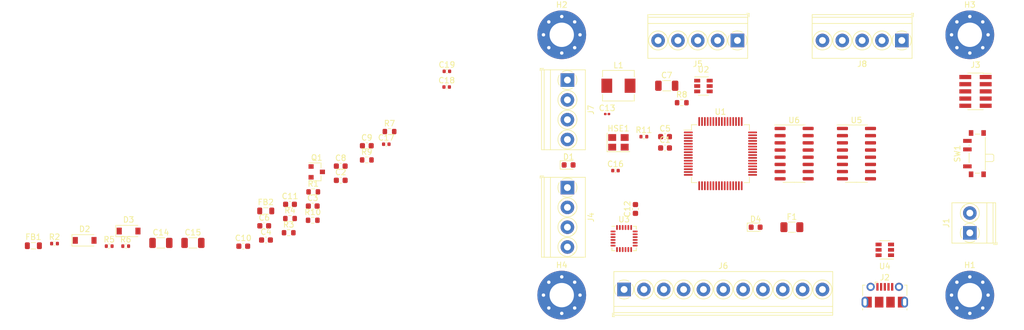
<source format=kicad_pcb>
(kicad_pcb (version 20171130) (host pcbnew "(5.1.8)-1")

  (general
    (thickness 1.6)
    (drawings 0)
    (tracks 0)
    (zones 0)
    (modules 59)
    (nets 106)
  )

  (page A4)
  (layers
    (0 F.Cu signal)
    (1 In1.Cu power)
    (2 In2.Cu power)
    (31 B.Cu signal)
    (32 B.Adhes user)
    (33 F.Adhes user)
    (34 B.Paste user)
    (35 F.Paste user)
    (36 B.SilkS user)
    (37 F.SilkS user)
    (38 B.Mask user)
    (39 F.Mask user)
    (40 Dwgs.User user)
    (41 Cmts.User user)
    (42 Eco1.User user)
    (43 Eco2.User user)
    (44 Edge.Cuts user)
    (45 Margin user)
    (46 B.CrtYd user)
    (47 F.CrtYd user)
    (48 B.Fab user)
    (49 F.Fab user)
  )

  (setup
    (last_trace_width 0.25)
    (trace_clearance 0.2)
    (zone_clearance 0.508)
    (zone_45_only no)
    (trace_min 0.2)
    (via_size 0.8)
    (via_drill 0.4)
    (via_min_size 0.4)
    (via_min_drill 0.3)
    (uvia_size 0.3)
    (uvia_drill 0.1)
    (uvias_allowed no)
    (uvia_min_size 0.2)
    (uvia_min_drill 0.1)
    (edge_width 0.05)
    (segment_width 0.2)
    (pcb_text_width 0.3)
    (pcb_text_size 1.5 1.5)
    (mod_edge_width 0.12)
    (mod_text_size 1 1)
    (mod_text_width 0.15)
    (pad_size 1.524 1.524)
    (pad_drill 0.762)
    (pad_to_mask_clearance 0)
    (aux_axis_origin 0 0)
    (visible_elements FFFFFF7F)
    (pcbplotparams
      (layerselection 0x010fc_ffffffff)
      (usegerberextensions false)
      (usegerberattributes true)
      (usegerberadvancedattributes true)
      (creategerberjobfile true)
      (excludeedgelayer true)
      (linewidth 0.100000)
      (plotframeref false)
      (viasonmask false)
      (mode 1)
      (useauxorigin false)
      (hpglpennumber 1)
      (hpglpenspeed 20)
      (hpglpendiameter 15.000000)
      (psnegative false)
      (psa4output false)
      (plotreference true)
      (plotvalue true)
      (plotinvisibletext false)
      (padsonsilk false)
      (subtractmaskfromsilk false)
      (outputformat 1)
      (mirror false)
      (drillshape 1)
      (scaleselection 1)
      (outputdirectory ""))
  )

  (net 0 "")
  (net 1 +3V3)
  (net 2 GND)
  (net 3 "Net-(C2-Pad1)")
  (net 4 "Net-(C4-Pad1)")
  (net 5 BUCK_IN)
  (net 6 "Net-(C11-Pad1)")
  (net 7 "Net-(C12-Pad1)")
  (net 8 BUCK_BST)
  (net 9 BUCK_SW)
  (net 10 HSE_IN)
  (net 11 +3.3VA)
  (net 12 "Net-(C18-Pad1)")
  (net 13 LED_STATUS)
  (net 14 "Net-(D1-Pad1)")
  (net 15 "Net-(D2-Pad1)")
  (net 16 +5V)
  (net 17 "Net-(D4-Pad1)")
  (net 18 "Net-(F1-Pad1)")
  (net 19 +12V)
  (net 20 "Net-(J2-Pad6)")
  (net 21 USB_CONN_D-)
  (net 22 "Net-(J2-Pad4)")
  (net 23 USB_CONN_D+)
  (net 24 SWDIO)
  (net 25 SWCLK)
  (net 26 SWO)
  (net 27 "Net-(J3-Pad7)")
  (net 28 "Net-(J3-Pad8)")
  (net 29 NRST)
  (net 30 I2C1_SCL)
  (net 31 I2C1_SDA)
  (net 32 "Net-(J5-Pad4)")
  (net 33 "Net-(J5-Pad3)")
  (net 34 "Net-(J5-Pad2)")
  (net 35 "Net-(J5-Pad1)")
  (net 36 PA4)
  (net 37 PA5)
  (net 38 PA6)
  (net 39 PA7)
  (net 40 PC4)
  (net 41 PC5)
  (net 42 PB0)
  (net 43 PB1)
  (net 44 PB2)
  (net 45 UART3_RX)
  (net 46 UART3_TX)
  (net 47 "Net-(J8-Pad1)")
  (net 48 "Net-(J8-Pad2)")
  (net 49 "Net-(J8-Pad3)")
  (net 50 "Net-(J8-Pad4)")
  (net 51 "Net-(R2-Pad1)")
  (net 52 BOOT0)
  (net 53 BUCK_EN)
  (net 54 BUCK_FB)
  (net 55 "Net-(R8-Pad1)")
  (net 56 HSE_OUT)
  (net 57 "Net-(U1-Pad2)")
  (net 58 "Net-(U1-Pad3)")
  (net 59 "Net-(U1-Pad4)")
  (net 60 "Net-(U1-Pad8)")
  (net 61 "Net-(U1-Pad9)")
  (net 62 "Net-(U1-Pad10)")
  (net 63 "Net-(U1-Pad11)")
  (net 64 "Net-(U1-Pad14)")
  (net 65 "Net-(U1-Pad15)")
  (net 66 "Net-(U1-Pad17)")
  (net 67 "Net-(U1-Pad33)")
  (net 68 "Net-(U1-Pad34)")
  (net 69 "Net-(U1-Pad35)")
  (net 70 STEP_2-4)
  (net 71 STEP_2-3)
  (net 72 STEP_2-2)
  (net 73 STEP_2-1)
  (net 74 STEP_1-4)
  (net 75 STEP_1-3)
  (net 76 STEP_1-2)
  (net 77 STEP_1-1)
  (net 78 USB_D-)
  (net 79 USB_D+)
  (net 80 "Net-(U1-Pad50)")
  (net 81 "Net-(U1-Pad51)")
  (net 82 "Net-(U1-Pad52)")
  (net 83 "Net-(U1-Pad53)")
  (net 84 "Net-(U1-Pad54)")
  (net 85 "Net-(U1-Pad56)")
  (net 86 "Net-(U1-Pad57)")
  (net 87 "Net-(U1-Pad61)")
  (net 88 "Net-(U1-Pad62)")
  (net 89 "Net-(U3-Pad6)")
  (net 90 "Net-(U3-Pad7)")
  (net 91 "Net-(U3-Pad12)")
  (net 92 "Net-(U5-Pad5)")
  (net 93 "Net-(U5-Pad6)")
  (net 94 "Net-(U5-Pad7)")
  (net 95 "Net-(U5-Pad9)")
  (net 96 "Net-(U5-Pad10)")
  (net 97 "Net-(U5-Pad11)")
  (net 98 "Net-(U5-Pad12)")
  (net 99 "Net-(U6-Pad12)")
  (net 100 "Net-(U6-Pad11)")
  (net 101 "Net-(U6-Pad10)")
  (net 102 "Net-(U6-Pad9)")
  (net 103 "Net-(U6-Pad7)")
  (net 104 "Net-(U6-Pad6)")
  (net 105 "Net-(U6-Pad5)")

  (net_class Default "This is the default net class."
    (clearance 0.2)
    (trace_width 0.25)
    (via_dia 0.8)
    (via_drill 0.4)
    (uvia_dia 0.3)
    (uvia_drill 0.1)
    (add_net +12V)
    (add_net +3.3VA)
    (add_net +3V3)
    (add_net +5V)
    (add_net BOOT0)
    (add_net BUCK_BST)
    (add_net BUCK_EN)
    (add_net BUCK_FB)
    (add_net BUCK_IN)
    (add_net BUCK_SW)
    (add_net GND)
    (add_net HSE_IN)
    (add_net HSE_OUT)
    (add_net I2C1_SCL)
    (add_net I2C1_SDA)
    (add_net LED_STATUS)
    (add_net NRST)
    (add_net "Net-(C11-Pad1)")
    (add_net "Net-(C12-Pad1)")
    (add_net "Net-(C18-Pad1)")
    (add_net "Net-(C2-Pad1)")
    (add_net "Net-(C4-Pad1)")
    (add_net "Net-(D1-Pad1)")
    (add_net "Net-(D2-Pad1)")
    (add_net "Net-(D4-Pad1)")
    (add_net "Net-(F1-Pad1)")
    (add_net "Net-(J2-Pad4)")
    (add_net "Net-(J2-Pad6)")
    (add_net "Net-(J3-Pad7)")
    (add_net "Net-(J3-Pad8)")
    (add_net "Net-(J5-Pad1)")
    (add_net "Net-(J5-Pad2)")
    (add_net "Net-(J5-Pad3)")
    (add_net "Net-(J5-Pad4)")
    (add_net "Net-(J8-Pad1)")
    (add_net "Net-(J8-Pad2)")
    (add_net "Net-(J8-Pad3)")
    (add_net "Net-(J8-Pad4)")
    (add_net "Net-(R2-Pad1)")
    (add_net "Net-(R8-Pad1)")
    (add_net "Net-(U1-Pad10)")
    (add_net "Net-(U1-Pad11)")
    (add_net "Net-(U1-Pad14)")
    (add_net "Net-(U1-Pad15)")
    (add_net "Net-(U1-Pad17)")
    (add_net "Net-(U1-Pad2)")
    (add_net "Net-(U1-Pad3)")
    (add_net "Net-(U1-Pad33)")
    (add_net "Net-(U1-Pad34)")
    (add_net "Net-(U1-Pad35)")
    (add_net "Net-(U1-Pad4)")
    (add_net "Net-(U1-Pad50)")
    (add_net "Net-(U1-Pad51)")
    (add_net "Net-(U1-Pad52)")
    (add_net "Net-(U1-Pad53)")
    (add_net "Net-(U1-Pad54)")
    (add_net "Net-(U1-Pad56)")
    (add_net "Net-(U1-Pad57)")
    (add_net "Net-(U1-Pad61)")
    (add_net "Net-(U1-Pad62)")
    (add_net "Net-(U1-Pad8)")
    (add_net "Net-(U1-Pad9)")
    (add_net "Net-(U3-Pad12)")
    (add_net "Net-(U3-Pad6)")
    (add_net "Net-(U3-Pad7)")
    (add_net "Net-(U5-Pad10)")
    (add_net "Net-(U5-Pad11)")
    (add_net "Net-(U5-Pad12)")
    (add_net "Net-(U5-Pad5)")
    (add_net "Net-(U5-Pad6)")
    (add_net "Net-(U5-Pad7)")
    (add_net "Net-(U5-Pad9)")
    (add_net "Net-(U6-Pad10)")
    (add_net "Net-(U6-Pad11)")
    (add_net "Net-(U6-Pad12)")
    (add_net "Net-(U6-Pad5)")
    (add_net "Net-(U6-Pad6)")
    (add_net "Net-(U6-Pad7)")
    (add_net "Net-(U6-Pad9)")
    (add_net PA4)
    (add_net PA5)
    (add_net PA6)
    (add_net PA7)
    (add_net PB0)
    (add_net PB1)
    (add_net PB2)
    (add_net PC4)
    (add_net PC5)
    (add_net STEP_1-1)
    (add_net STEP_1-2)
    (add_net STEP_1-3)
    (add_net STEP_1-4)
    (add_net STEP_2-1)
    (add_net STEP_2-2)
    (add_net STEP_2-3)
    (add_net STEP_2-4)
    (add_net SWCLK)
    (add_net SWDIO)
    (add_net SWO)
    (add_net UART3_RX)
    (add_net UART3_TX)
    (add_net USB_CONN_D+)
    (add_net USB_CONN_D-)
    (add_net USB_D+)
    (add_net USB_D-)
  )

  (module Capacitor_SMD:C_0603_1608Metric (layer F.Cu) (tedit 5F68FEEE) (tstamp 5FE58EF3)
    (at 423.225 56)
    (descr "Capacitor SMD 0603 (1608 Metric), square (rectangular) end terminal, IPC_7351 nominal, (Body size source: IPC-SM-782 page 76, https://www.pcb-3d.com/wordpress/wp-content/uploads/ipc-sm-782a_amendment_1_and_2.pdf), generated with kicad-footprint-generator")
    (tags capacitor)
    (path /5FDF495B)
    (attr smd)
    (fp_text reference C1 (at 0 -1.43) (layer F.SilkS)
      (effects (font (size 1 1) (thickness 0.15)))
    )
    (fp_text value 4u7 (at 0 1.43) (layer F.Fab)
      (effects (font (size 1 1) (thickness 0.15)))
    )
    (fp_line (start 1.48 0.73) (end -1.48 0.73) (layer F.CrtYd) (width 0.05))
    (fp_line (start 1.48 -0.73) (end 1.48 0.73) (layer F.CrtYd) (width 0.05))
    (fp_line (start -1.48 -0.73) (end 1.48 -0.73) (layer F.CrtYd) (width 0.05))
    (fp_line (start -1.48 0.73) (end -1.48 -0.73) (layer F.CrtYd) (width 0.05))
    (fp_line (start -0.14058 0.51) (end 0.14058 0.51) (layer F.SilkS) (width 0.12))
    (fp_line (start -0.14058 -0.51) (end 0.14058 -0.51) (layer F.SilkS) (width 0.12))
    (fp_line (start 0.8 0.4) (end -0.8 0.4) (layer F.Fab) (width 0.1))
    (fp_line (start 0.8 -0.4) (end 0.8 0.4) (layer F.Fab) (width 0.1))
    (fp_line (start -0.8 -0.4) (end 0.8 -0.4) (layer F.Fab) (width 0.1))
    (fp_line (start -0.8 0.4) (end -0.8 -0.4) (layer F.Fab) (width 0.1))
    (fp_text user %R (at 0 0) (layer F.Fab)
      (effects (font (size 0.4 0.4) (thickness 0.06)))
    )
    (pad 1 smd roundrect (at -0.775 0) (size 0.9 0.95) (layers F.Cu F.Paste F.Mask) (roundrect_rratio 0.25)
      (net 1 +3V3))
    (pad 2 smd roundrect (at 0.775 0) (size 0.9 0.95) (layers F.Cu F.Paste F.Mask) (roundrect_rratio 0.25)
      (net 2 GND))
    (model ${KISYS3DMOD}/Capacitor_SMD.3dshapes/C_0603_1608Metric.wrl
      (at (xyz 0 0 0))
      (scale (xyz 1 1 1))
      (rotate (xyz 0 0 0))
    )
  )

  (module Capacitor_SMD:C_0603_1608Metric (layer F.Cu) (tedit 5F68FEEE) (tstamp 5FE58F04)
    (at 366.005001 61.715001)
    (descr "Capacitor SMD 0603 (1608 Metric), square (rectangular) end terminal, IPC_7351 nominal, (Body size source: IPC-SM-782 page 76, https://www.pcb-3d.com/wordpress/wp-content/uploads/ipc-sm-782a_amendment_1_and_2.pdf), generated with kicad-footprint-generator")
    (tags capacitor)
    (path /5FDE8A16)
    (attr smd)
    (fp_text reference C2 (at 0 -1.43) (layer F.SilkS)
      (effects (font (size 1 1) (thickness 0.15)))
    )
    (fp_text value 2.2u (at 0 1.43) (layer F.Fab)
      (effects (font (size 1 1) (thickness 0.15)))
    )
    (fp_line (start 1.48 0.73) (end -1.48 0.73) (layer F.CrtYd) (width 0.05))
    (fp_line (start 1.48 -0.73) (end 1.48 0.73) (layer F.CrtYd) (width 0.05))
    (fp_line (start -1.48 -0.73) (end 1.48 -0.73) (layer F.CrtYd) (width 0.05))
    (fp_line (start -1.48 0.73) (end -1.48 -0.73) (layer F.CrtYd) (width 0.05))
    (fp_line (start -0.14058 0.51) (end 0.14058 0.51) (layer F.SilkS) (width 0.12))
    (fp_line (start -0.14058 -0.51) (end 0.14058 -0.51) (layer F.SilkS) (width 0.12))
    (fp_line (start 0.8 0.4) (end -0.8 0.4) (layer F.Fab) (width 0.1))
    (fp_line (start 0.8 -0.4) (end 0.8 0.4) (layer F.Fab) (width 0.1))
    (fp_line (start -0.8 -0.4) (end 0.8 -0.4) (layer F.Fab) (width 0.1))
    (fp_line (start -0.8 0.4) (end -0.8 -0.4) (layer F.Fab) (width 0.1))
    (fp_text user %R (at 0 0) (layer F.Fab)
      (effects (font (size 0.4 0.4) (thickness 0.06)))
    )
    (pad 1 smd roundrect (at -0.775 0) (size 0.9 0.95) (layers F.Cu F.Paste F.Mask) (roundrect_rratio 0.25)
      (net 3 "Net-(C2-Pad1)"))
    (pad 2 smd roundrect (at 0.775 0) (size 0.9 0.95) (layers F.Cu F.Paste F.Mask) (roundrect_rratio 0.25)
      (net 2 GND))
    (model ${KISYS3DMOD}/Capacitor_SMD.3dshapes/C_0603_1608Metric.wrl
      (at (xyz 0 0 0))
      (scale (xyz 1 1 1))
      (rotate (xyz 0 0 0))
    )
  )

  (module Capacitor_SMD:C_0603_1608Metric (layer F.Cu) (tedit 5F68FEEE) (tstamp 5FE58F15)
    (at 361.065001 66.265001)
    (descr "Capacitor SMD 0603 (1608 Metric), square (rectangular) end terminal, IPC_7351 nominal, (Body size source: IPC-SM-782 page 76, https://www.pcb-3d.com/wordpress/wp-content/uploads/ipc-sm-782a_amendment_1_and_2.pdf), generated with kicad-footprint-generator")
    (tags capacitor)
    (path /5FDF1251)
    (attr smd)
    (fp_text reference C3 (at 0 -1.43) (layer F.SilkS)
      (effects (font (size 1 1) (thickness 0.15)))
    )
    (fp_text value 100nF (at 0 1.43) (layer F.Fab)
      (effects (font (size 1 1) (thickness 0.15)))
    )
    (fp_text user %R (at 0 0) (layer F.Fab)
      (effects (font (size 0.4 0.4) (thickness 0.06)))
    )
    (fp_line (start -0.8 0.4) (end -0.8 -0.4) (layer F.Fab) (width 0.1))
    (fp_line (start -0.8 -0.4) (end 0.8 -0.4) (layer F.Fab) (width 0.1))
    (fp_line (start 0.8 -0.4) (end 0.8 0.4) (layer F.Fab) (width 0.1))
    (fp_line (start 0.8 0.4) (end -0.8 0.4) (layer F.Fab) (width 0.1))
    (fp_line (start -0.14058 -0.51) (end 0.14058 -0.51) (layer F.SilkS) (width 0.12))
    (fp_line (start -0.14058 0.51) (end 0.14058 0.51) (layer F.SilkS) (width 0.12))
    (fp_line (start -1.48 0.73) (end -1.48 -0.73) (layer F.CrtYd) (width 0.05))
    (fp_line (start -1.48 -0.73) (end 1.48 -0.73) (layer F.CrtYd) (width 0.05))
    (fp_line (start 1.48 -0.73) (end 1.48 0.73) (layer F.CrtYd) (width 0.05))
    (fp_line (start 1.48 0.73) (end -1.48 0.73) (layer F.CrtYd) (width 0.05))
    (pad 2 smd roundrect (at 0.775 0) (size 0.9 0.95) (layers F.Cu F.Paste F.Mask) (roundrect_rratio 0.25)
      (net 2 GND))
    (pad 1 smd roundrect (at -0.775 0) (size 0.9 0.95) (layers F.Cu F.Paste F.Mask) (roundrect_rratio 0.25)
      (net 1 +3V3))
    (model ${KISYS3DMOD}/Capacitor_SMD.3dshapes/C_0603_1608Metric.wrl
      (at (xyz 0 0 0))
      (scale (xyz 1 1 1))
      (rotate (xyz 0 0 0))
    )
  )

  (module Capacitor_SMD:C_0603_1608Metric (layer F.Cu) (tedit 5F68FEEE) (tstamp 5FE58F26)
    (at 352.815001 72.265001)
    (descr "Capacitor SMD 0603 (1608 Metric), square (rectangular) end terminal, IPC_7351 nominal, (Body size source: IPC-SM-782 page 76, https://www.pcb-3d.com/wordpress/wp-content/uploads/ipc-sm-782a_amendment_1_and_2.pdf), generated with kicad-footprint-generator")
    (tags capacitor)
    (path /5FDE6FE4)
    (attr smd)
    (fp_text reference C4 (at 0 -1.43) (layer F.SilkS)
      (effects (font (size 1 1) (thickness 0.15)))
    )
    (fp_text value 2.2u (at 0 1.43) (layer F.Fab)
      (effects (font (size 1 1) (thickness 0.15)))
    )
    (fp_text user %R (at 0 0) (layer F.Fab)
      (effects (font (size 0.4 0.4) (thickness 0.06)))
    )
    (fp_line (start -0.8 0.4) (end -0.8 -0.4) (layer F.Fab) (width 0.1))
    (fp_line (start -0.8 -0.4) (end 0.8 -0.4) (layer F.Fab) (width 0.1))
    (fp_line (start 0.8 -0.4) (end 0.8 0.4) (layer F.Fab) (width 0.1))
    (fp_line (start 0.8 0.4) (end -0.8 0.4) (layer F.Fab) (width 0.1))
    (fp_line (start -0.14058 -0.51) (end 0.14058 -0.51) (layer F.SilkS) (width 0.12))
    (fp_line (start -0.14058 0.51) (end 0.14058 0.51) (layer F.SilkS) (width 0.12))
    (fp_line (start -1.48 0.73) (end -1.48 -0.73) (layer F.CrtYd) (width 0.05))
    (fp_line (start -1.48 -0.73) (end 1.48 -0.73) (layer F.CrtYd) (width 0.05))
    (fp_line (start 1.48 -0.73) (end 1.48 0.73) (layer F.CrtYd) (width 0.05))
    (fp_line (start 1.48 0.73) (end -1.48 0.73) (layer F.CrtYd) (width 0.05))
    (pad 2 smd roundrect (at 0.775 0) (size 0.9 0.95) (layers F.Cu F.Paste F.Mask) (roundrect_rratio 0.25)
      (net 2 GND))
    (pad 1 smd roundrect (at -0.775 0) (size 0.9 0.95) (layers F.Cu F.Paste F.Mask) (roundrect_rratio 0.25)
      (net 4 "Net-(C4-Pad1)"))
    (model ${KISYS3DMOD}/Capacitor_SMD.3dshapes/C_0603_1608Metric.wrl
      (at (xyz 0 0 0))
      (scale (xyz 1 1 1))
      (rotate (xyz 0 0 0))
    )
  )

  (module Capacitor_SMD:C_0603_1608Metric (layer F.Cu) (tedit 5F68FEEE) (tstamp 5FE58F37)
    (at 423.225 54)
    (descr "Capacitor SMD 0603 (1608 Metric), square (rectangular) end terminal, IPC_7351 nominal, (Body size source: IPC-SM-782 page 76, https://www.pcb-3d.com/wordpress/wp-content/uploads/ipc-sm-782a_amendment_1_and_2.pdf), generated with kicad-footprint-generator")
    (tags capacitor)
    (path /5FDF1ECE)
    (attr smd)
    (fp_text reference C5 (at 0 -1.43) (layer F.SilkS)
      (effects (font (size 1 1) (thickness 0.15)))
    )
    (fp_text value 100nF (at 0 1.43) (layer F.Fab)
      (effects (font (size 1 1) (thickness 0.15)))
    )
    (fp_line (start 1.48 0.73) (end -1.48 0.73) (layer F.CrtYd) (width 0.05))
    (fp_line (start 1.48 -0.73) (end 1.48 0.73) (layer F.CrtYd) (width 0.05))
    (fp_line (start -1.48 -0.73) (end 1.48 -0.73) (layer F.CrtYd) (width 0.05))
    (fp_line (start -1.48 0.73) (end -1.48 -0.73) (layer F.CrtYd) (width 0.05))
    (fp_line (start -0.14058 0.51) (end 0.14058 0.51) (layer F.SilkS) (width 0.12))
    (fp_line (start -0.14058 -0.51) (end 0.14058 -0.51) (layer F.SilkS) (width 0.12))
    (fp_line (start 0.8 0.4) (end -0.8 0.4) (layer F.Fab) (width 0.1))
    (fp_line (start 0.8 -0.4) (end 0.8 0.4) (layer F.Fab) (width 0.1))
    (fp_line (start -0.8 -0.4) (end 0.8 -0.4) (layer F.Fab) (width 0.1))
    (fp_line (start -0.8 0.4) (end -0.8 -0.4) (layer F.Fab) (width 0.1))
    (fp_text user %R (at 0 0) (layer F.Fab)
      (effects (font (size 0.4 0.4) (thickness 0.06)))
    )
    (pad 1 smd roundrect (at -0.775 0) (size 0.9 0.95) (layers F.Cu F.Paste F.Mask) (roundrect_rratio 0.25)
      (net 1 +3V3))
    (pad 2 smd roundrect (at 0.775 0) (size 0.9 0.95) (layers F.Cu F.Paste F.Mask) (roundrect_rratio 0.25)
      (net 2 GND))
    (model ${KISYS3DMOD}/Capacitor_SMD.3dshapes/C_0603_1608Metric.wrl
      (at (xyz 0 0 0))
      (scale (xyz 1 1 1))
      (rotate (xyz 0 0 0))
    )
  )

  (module Capacitor_SMD:C_0603_1608Metric (layer F.Cu) (tedit 5F68FEEE) (tstamp 5FE58F48)
    (at 352.505001 69.755001)
    (descr "Capacitor SMD 0603 (1608 Metric), square (rectangular) end terminal, IPC_7351 nominal, (Body size source: IPC-SM-782 page 76, https://www.pcb-3d.com/wordpress/wp-content/uploads/ipc-sm-782a_amendment_1_and_2.pdf), generated with kicad-footprint-generator")
    (tags capacitor)
    (path /5FDF24C2)
    (attr smd)
    (fp_text reference C6 (at 0 -1.43) (layer F.SilkS)
      (effects (font (size 1 1) (thickness 0.15)))
    )
    (fp_text value 100nF (at 0 1.43) (layer F.Fab)
      (effects (font (size 1 1) (thickness 0.15)))
    )
    (fp_text user %R (at 0 0) (layer F.Fab)
      (effects (font (size 0.4 0.4) (thickness 0.06)))
    )
    (fp_line (start -0.8 0.4) (end -0.8 -0.4) (layer F.Fab) (width 0.1))
    (fp_line (start -0.8 -0.4) (end 0.8 -0.4) (layer F.Fab) (width 0.1))
    (fp_line (start 0.8 -0.4) (end 0.8 0.4) (layer F.Fab) (width 0.1))
    (fp_line (start 0.8 0.4) (end -0.8 0.4) (layer F.Fab) (width 0.1))
    (fp_line (start -0.14058 -0.51) (end 0.14058 -0.51) (layer F.SilkS) (width 0.12))
    (fp_line (start -0.14058 0.51) (end 0.14058 0.51) (layer F.SilkS) (width 0.12))
    (fp_line (start -1.48 0.73) (end -1.48 -0.73) (layer F.CrtYd) (width 0.05))
    (fp_line (start -1.48 -0.73) (end 1.48 -0.73) (layer F.CrtYd) (width 0.05))
    (fp_line (start 1.48 -0.73) (end 1.48 0.73) (layer F.CrtYd) (width 0.05))
    (fp_line (start 1.48 0.73) (end -1.48 0.73) (layer F.CrtYd) (width 0.05))
    (pad 2 smd roundrect (at 0.775 0) (size 0.9 0.95) (layers F.Cu F.Paste F.Mask) (roundrect_rratio 0.25)
      (net 2 GND))
    (pad 1 smd roundrect (at -0.775 0) (size 0.9 0.95) (layers F.Cu F.Paste F.Mask) (roundrect_rratio 0.25)
      (net 1 +3V3))
    (model ${KISYS3DMOD}/Capacitor_SMD.3dshapes/C_0603_1608Metric.wrl
      (at (xyz 0 0 0))
      (scale (xyz 1 1 1))
      (rotate (xyz 0 0 0))
    )
  )

  (module Capacitor_SMD:C_1206_3216Metric (layer F.Cu) (tedit 5F68FEEE) (tstamp 5FE58F59)
    (at 423.525 45)
    (descr "Capacitor SMD 1206 (3216 Metric), square (rectangular) end terminal, IPC_7351 nominal, (Body size source: IPC-SM-782 page 76, https://www.pcb-3d.com/wordpress/wp-content/uploads/ipc-sm-782a_amendment_1_and_2.pdf), generated with kicad-footprint-generator")
    (tags capacitor)
    (path /5FF5AE50)
    (attr smd)
    (fp_text reference C7 (at 0 -1.85) (layer F.SilkS)
      (effects (font (size 1 1) (thickness 0.15)))
    )
    (fp_text value 10u (at 0 1.85) (layer F.Fab)
      (effects (font (size 1 1) (thickness 0.15)))
    )
    (fp_text user %R (at 0 0) (layer F.Fab)
      (effects (font (size 0.8 0.8) (thickness 0.12)))
    )
    (fp_line (start -1.6 0.8) (end -1.6 -0.8) (layer F.Fab) (width 0.1))
    (fp_line (start -1.6 -0.8) (end 1.6 -0.8) (layer F.Fab) (width 0.1))
    (fp_line (start 1.6 -0.8) (end 1.6 0.8) (layer F.Fab) (width 0.1))
    (fp_line (start 1.6 0.8) (end -1.6 0.8) (layer F.Fab) (width 0.1))
    (fp_line (start -0.711252 -0.91) (end 0.711252 -0.91) (layer F.SilkS) (width 0.12))
    (fp_line (start -0.711252 0.91) (end 0.711252 0.91) (layer F.SilkS) (width 0.12))
    (fp_line (start -2.3 1.15) (end -2.3 -1.15) (layer F.CrtYd) (width 0.05))
    (fp_line (start -2.3 -1.15) (end 2.3 -1.15) (layer F.CrtYd) (width 0.05))
    (fp_line (start 2.3 -1.15) (end 2.3 1.15) (layer F.CrtYd) (width 0.05))
    (fp_line (start 2.3 1.15) (end -2.3 1.15) (layer F.CrtYd) (width 0.05))
    (pad 2 smd roundrect (at 1.475 0) (size 1.15 1.8) (layers F.Cu F.Paste F.Mask) (roundrect_rratio 0.217391)
      (net 2 GND))
    (pad 1 smd roundrect (at -1.475 0) (size 1.15 1.8) (layers F.Cu F.Paste F.Mask) (roundrect_rratio 0.217391)
      (net 5 BUCK_IN))
    (model ${KISYS3DMOD}/Capacitor_SMD.3dshapes/C_1206_3216Metric.wrl
      (at (xyz 0 0 0))
      (scale (xyz 1 1 1))
      (rotate (xyz 0 0 0))
    )
  )

  (module Capacitor_SMD:C_0603_1608Metric (layer F.Cu) (tedit 5F68FEEE) (tstamp 5FE58F6A)
    (at 366.005001 59.205001)
    (descr "Capacitor SMD 0603 (1608 Metric), square (rectangular) end terminal, IPC_7351 nominal, (Body size source: IPC-SM-782 page 76, https://www.pcb-3d.com/wordpress/wp-content/uploads/ipc-sm-782a_amendment_1_and_2.pdf), generated with kicad-footprint-generator")
    (tags capacitor)
    (path /5FDF27F5)
    (attr smd)
    (fp_text reference C8 (at 0 -1.43) (layer F.SilkS)
      (effects (font (size 1 1) (thickness 0.15)))
    )
    (fp_text value 100nF (at 0 1.43) (layer F.Fab)
      (effects (font (size 1 1) (thickness 0.15)))
    )
    (fp_line (start 1.48 0.73) (end -1.48 0.73) (layer F.CrtYd) (width 0.05))
    (fp_line (start 1.48 -0.73) (end 1.48 0.73) (layer F.CrtYd) (width 0.05))
    (fp_line (start -1.48 -0.73) (end 1.48 -0.73) (layer F.CrtYd) (width 0.05))
    (fp_line (start -1.48 0.73) (end -1.48 -0.73) (layer F.CrtYd) (width 0.05))
    (fp_line (start -0.14058 0.51) (end 0.14058 0.51) (layer F.SilkS) (width 0.12))
    (fp_line (start -0.14058 -0.51) (end 0.14058 -0.51) (layer F.SilkS) (width 0.12))
    (fp_line (start 0.8 0.4) (end -0.8 0.4) (layer F.Fab) (width 0.1))
    (fp_line (start 0.8 -0.4) (end 0.8 0.4) (layer F.Fab) (width 0.1))
    (fp_line (start -0.8 -0.4) (end 0.8 -0.4) (layer F.Fab) (width 0.1))
    (fp_line (start -0.8 0.4) (end -0.8 -0.4) (layer F.Fab) (width 0.1))
    (fp_text user %R (at 0 0) (layer F.Fab)
      (effects (font (size 0.4 0.4) (thickness 0.06)))
    )
    (pad 1 smd roundrect (at -0.775 0) (size 0.9 0.95) (layers F.Cu F.Paste F.Mask) (roundrect_rratio 0.25)
      (net 1 +3V3))
    (pad 2 smd roundrect (at 0.775 0) (size 0.9 0.95) (layers F.Cu F.Paste F.Mask) (roundrect_rratio 0.25)
      (net 2 GND))
    (model ${KISYS3DMOD}/Capacitor_SMD.3dshapes/C_0603_1608Metric.wrl
      (at (xyz 0 0 0))
      (scale (xyz 1 1 1))
      (rotate (xyz 0 0 0))
    )
  )

  (module Capacitor_SMD:C_0603_1608Metric (layer F.Cu) (tedit 5F68FEEE) (tstamp 5FE58F7B)
    (at 370.605001 55.605001)
    (descr "Capacitor SMD 0603 (1608 Metric), square (rectangular) end terminal, IPC_7351 nominal, (Body size source: IPC-SM-782 page 76, https://www.pcb-3d.com/wordpress/wp-content/uploads/ipc-sm-782a_amendment_1_and_2.pdf), generated with kicad-footprint-generator")
    (tags capacitor)
    (path /5FDF2C6D)
    (attr smd)
    (fp_text reference C9 (at 0 -1.43) (layer F.SilkS)
      (effects (font (size 1 1) (thickness 0.15)))
    )
    (fp_text value 100nF (at 0 1.43) (layer F.Fab)
      (effects (font (size 1 1) (thickness 0.15)))
    )
    (fp_text user %R (at 0 0) (layer F.Fab)
      (effects (font (size 0.4 0.4) (thickness 0.06)))
    )
    (fp_line (start -0.8 0.4) (end -0.8 -0.4) (layer F.Fab) (width 0.1))
    (fp_line (start -0.8 -0.4) (end 0.8 -0.4) (layer F.Fab) (width 0.1))
    (fp_line (start 0.8 -0.4) (end 0.8 0.4) (layer F.Fab) (width 0.1))
    (fp_line (start 0.8 0.4) (end -0.8 0.4) (layer F.Fab) (width 0.1))
    (fp_line (start -0.14058 -0.51) (end 0.14058 -0.51) (layer F.SilkS) (width 0.12))
    (fp_line (start -0.14058 0.51) (end 0.14058 0.51) (layer F.SilkS) (width 0.12))
    (fp_line (start -1.48 0.73) (end -1.48 -0.73) (layer F.CrtYd) (width 0.05))
    (fp_line (start -1.48 -0.73) (end 1.48 -0.73) (layer F.CrtYd) (width 0.05))
    (fp_line (start 1.48 -0.73) (end 1.48 0.73) (layer F.CrtYd) (width 0.05))
    (fp_line (start 1.48 0.73) (end -1.48 0.73) (layer F.CrtYd) (width 0.05))
    (pad 2 smd roundrect (at 0.775 0) (size 0.9 0.95) (layers F.Cu F.Paste F.Mask) (roundrect_rratio 0.25)
      (net 2 GND))
    (pad 1 smd roundrect (at -0.775 0) (size 0.9 0.95) (layers F.Cu F.Paste F.Mask) (roundrect_rratio 0.25)
      (net 1 +3V3))
    (model ${KISYS3DMOD}/Capacitor_SMD.3dshapes/C_0603_1608Metric.wrl
      (at (xyz 0 0 0))
      (scale (xyz 1 1 1))
      (rotate (xyz 0 0 0))
    )
  )

  (module Capacitor_SMD:C_0603_1608Metric (layer F.Cu) (tedit 5F68FEEE) (tstamp 5FE58F8C)
    (at 348.805001 73.355001)
    (descr "Capacitor SMD 0603 (1608 Metric), square (rectangular) end terminal, IPC_7351 nominal, (Body size source: IPC-SM-782 page 76, https://www.pcb-3d.com/wordpress/wp-content/uploads/ipc-sm-782a_amendment_1_and_2.pdf), generated with kicad-footprint-generator")
    (tags capacitor)
    (path /60093888)
    (attr smd)
    (fp_text reference C10 (at 0 -1.43) (layer F.SilkS)
      (effects (font (size 1 1) (thickness 0.15)))
    )
    (fp_text value 0.1uF (at 0 1.43) (layer F.Fab)
      (effects (font (size 1 1) (thickness 0.15)))
    )
    (fp_line (start 1.48 0.73) (end -1.48 0.73) (layer F.CrtYd) (width 0.05))
    (fp_line (start 1.48 -0.73) (end 1.48 0.73) (layer F.CrtYd) (width 0.05))
    (fp_line (start -1.48 -0.73) (end 1.48 -0.73) (layer F.CrtYd) (width 0.05))
    (fp_line (start -1.48 0.73) (end -1.48 -0.73) (layer F.CrtYd) (width 0.05))
    (fp_line (start -0.14058 0.51) (end 0.14058 0.51) (layer F.SilkS) (width 0.12))
    (fp_line (start -0.14058 -0.51) (end 0.14058 -0.51) (layer F.SilkS) (width 0.12))
    (fp_line (start 0.8 0.4) (end -0.8 0.4) (layer F.Fab) (width 0.1))
    (fp_line (start 0.8 -0.4) (end 0.8 0.4) (layer F.Fab) (width 0.1))
    (fp_line (start -0.8 -0.4) (end 0.8 -0.4) (layer F.Fab) (width 0.1))
    (fp_line (start -0.8 0.4) (end -0.8 -0.4) (layer F.Fab) (width 0.1))
    (fp_text user %R (at 0 0) (layer F.Fab)
      (effects (font (size 0.4 0.4) (thickness 0.06)))
    )
    (pad 1 smd roundrect (at -0.775 0) (size 0.9 0.95) (layers F.Cu F.Paste F.Mask) (roundrect_rratio 0.25)
      (net 1 +3V3))
    (pad 2 smd roundrect (at 0.775 0) (size 0.9 0.95) (layers F.Cu F.Paste F.Mask) (roundrect_rratio 0.25)
      (net 2 GND))
    (model ${KISYS3DMOD}/Capacitor_SMD.3dshapes/C_0603_1608Metric.wrl
      (at (xyz 0 0 0))
      (scale (xyz 1 1 1))
      (rotate (xyz 0 0 0))
    )
  )

  (module Capacitor_SMD:C_0603_1608Metric (layer F.Cu) (tedit 5F68FEEE) (tstamp 5FE58F9D)
    (at 357.055001 65.955001)
    (descr "Capacitor SMD 0603 (1608 Metric), square (rectangular) end terminal, IPC_7351 nominal, (Body size source: IPC-SM-782 page 76, https://www.pcb-3d.com/wordpress/wp-content/uploads/ipc-sm-782a_amendment_1_and_2.pdf), generated with kicad-footprint-generator")
    (tags capacitor)
    (path /60088CBC)
    (attr smd)
    (fp_text reference C11 (at 0 -1.43) (layer F.SilkS)
      (effects (font (size 1 1) (thickness 0.15)))
    )
    (fp_text value 0.1uF (at 0 1.43) (layer F.Fab)
      (effects (font (size 1 1) (thickness 0.15)))
    )
    (fp_text user %R (at 0 0) (layer F.Fab)
      (effects (font (size 0.4 0.4) (thickness 0.06)))
    )
    (fp_line (start -0.8 0.4) (end -0.8 -0.4) (layer F.Fab) (width 0.1))
    (fp_line (start -0.8 -0.4) (end 0.8 -0.4) (layer F.Fab) (width 0.1))
    (fp_line (start 0.8 -0.4) (end 0.8 0.4) (layer F.Fab) (width 0.1))
    (fp_line (start 0.8 0.4) (end -0.8 0.4) (layer F.Fab) (width 0.1))
    (fp_line (start -0.14058 -0.51) (end 0.14058 -0.51) (layer F.SilkS) (width 0.12))
    (fp_line (start -0.14058 0.51) (end 0.14058 0.51) (layer F.SilkS) (width 0.12))
    (fp_line (start -1.48 0.73) (end -1.48 -0.73) (layer F.CrtYd) (width 0.05))
    (fp_line (start -1.48 -0.73) (end 1.48 -0.73) (layer F.CrtYd) (width 0.05))
    (fp_line (start 1.48 -0.73) (end 1.48 0.73) (layer F.CrtYd) (width 0.05))
    (fp_line (start 1.48 0.73) (end -1.48 0.73) (layer F.CrtYd) (width 0.05))
    (pad 2 smd roundrect (at 0.775 0) (size 0.9 0.95) (layers F.Cu F.Paste F.Mask) (roundrect_rratio 0.25)
      (net 2 GND))
    (pad 1 smd roundrect (at -0.775 0) (size 0.9 0.95) (layers F.Cu F.Paste F.Mask) (roundrect_rratio 0.25)
      (net 6 "Net-(C11-Pad1)"))
    (model ${KISYS3DMOD}/Capacitor_SMD.3dshapes/C_0603_1608Metric.wrl
      (at (xyz 0 0 0))
      (scale (xyz 1 1 1))
      (rotate (xyz 0 0 0))
    )
  )

  (module Capacitor_SMD:C_0603_1608Metric (layer F.Cu) (tedit 5F68FEEE) (tstamp 5FE58FAE)
    (at 418 66.775 90)
    (descr "Capacitor SMD 0603 (1608 Metric), square (rectangular) end terminal, IPC_7351 nominal, (Body size source: IPC-SM-782 page 76, https://www.pcb-3d.com/wordpress/wp-content/uploads/ipc-sm-782a_amendment_1_and_2.pdf), generated with kicad-footprint-generator")
    (tags capacitor)
    (path /6007E85B)
    (attr smd)
    (fp_text reference C12 (at 0 -1.43 90) (layer F.SilkS)
      (effects (font (size 1 1) (thickness 0.15)))
    )
    (fp_text value 2.2nF (at 0 1.43 90) (layer F.Fab)
      (effects (font (size 1 1) (thickness 0.15)))
    )
    (fp_line (start 1.48 0.73) (end -1.48 0.73) (layer F.CrtYd) (width 0.05))
    (fp_line (start 1.48 -0.73) (end 1.48 0.73) (layer F.CrtYd) (width 0.05))
    (fp_line (start -1.48 -0.73) (end 1.48 -0.73) (layer F.CrtYd) (width 0.05))
    (fp_line (start -1.48 0.73) (end -1.48 -0.73) (layer F.CrtYd) (width 0.05))
    (fp_line (start -0.14058 0.51) (end 0.14058 0.51) (layer F.SilkS) (width 0.12))
    (fp_line (start -0.14058 -0.51) (end 0.14058 -0.51) (layer F.SilkS) (width 0.12))
    (fp_line (start 0.8 0.4) (end -0.8 0.4) (layer F.Fab) (width 0.1))
    (fp_line (start 0.8 -0.4) (end 0.8 0.4) (layer F.Fab) (width 0.1))
    (fp_line (start -0.8 -0.4) (end 0.8 -0.4) (layer F.Fab) (width 0.1))
    (fp_line (start -0.8 0.4) (end -0.8 -0.4) (layer F.Fab) (width 0.1))
    (fp_text user %R (at 0 0 90) (layer F.Fab)
      (effects (font (size 0.4 0.4) (thickness 0.06)))
    )
    (pad 1 smd roundrect (at -0.775 0 90) (size 0.9 0.95) (layers F.Cu F.Paste F.Mask) (roundrect_rratio 0.25)
      (net 7 "Net-(C12-Pad1)"))
    (pad 2 smd roundrect (at 0.775 0 90) (size 0.9 0.95) (layers F.Cu F.Paste F.Mask) (roundrect_rratio 0.25)
      (net 2 GND))
    (model ${KISYS3DMOD}/Capacitor_SMD.3dshapes/C_0603_1608Metric.wrl
      (at (xyz 0 0 0))
      (scale (xyz 1 1 1))
      (rotate (xyz 0 0 0))
    )
  )

  (module Capacitor_SMD:C_0201_0603Metric (layer F.Cu) (tedit 5F68FEEE) (tstamp 5FE58FBF)
    (at 413 50)
    (descr "Capacitor SMD 0201 (0603 Metric), square (rectangular) end terminal, IPC_7351 nominal, (Body size source: https://www.vishay.com/docs/20052/crcw0201e3.pdf), generated with kicad-footprint-generator")
    (tags capacitor)
    (path /5FF7993C)
    (attr smd)
    (fp_text reference C13 (at 0 -1.05) (layer F.SilkS)
      (effects (font (size 1 1) (thickness 0.15)))
    )
    (fp_text value 10n (at 0 1.05) (layer F.Fab)
      (effects (font (size 1 1) (thickness 0.15)))
    )
    (fp_line (start 0.7 0.35) (end -0.7 0.35) (layer F.CrtYd) (width 0.05))
    (fp_line (start 0.7 -0.35) (end 0.7 0.35) (layer F.CrtYd) (width 0.05))
    (fp_line (start -0.7 -0.35) (end 0.7 -0.35) (layer F.CrtYd) (width 0.05))
    (fp_line (start -0.7 0.35) (end -0.7 -0.35) (layer F.CrtYd) (width 0.05))
    (fp_line (start 0.3 0.15) (end -0.3 0.15) (layer F.Fab) (width 0.1))
    (fp_line (start 0.3 -0.15) (end 0.3 0.15) (layer F.Fab) (width 0.1))
    (fp_line (start -0.3 -0.15) (end 0.3 -0.15) (layer F.Fab) (width 0.1))
    (fp_line (start -0.3 0.15) (end -0.3 -0.15) (layer F.Fab) (width 0.1))
    (fp_text user %R (at 0 -0.68) (layer F.Fab)
      (effects (font (size 0.25 0.25) (thickness 0.04)))
    )
    (pad "" smd roundrect (at -0.345 0) (size 0.318 0.36) (layers F.Paste) (roundrect_rratio 0.25))
    (pad "" smd roundrect (at 0.345 0) (size 0.318 0.36) (layers F.Paste) (roundrect_rratio 0.25))
    (pad 1 smd roundrect (at -0.32 0) (size 0.46 0.4) (layers F.Cu F.Mask) (roundrect_rratio 0.25)
      (net 8 BUCK_BST))
    (pad 2 smd roundrect (at 0.32 0) (size 0.46 0.4) (layers F.Cu F.Mask) (roundrect_rratio 0.25)
      (net 9 BUCK_SW))
    (model ${KISYS3DMOD}/Capacitor_SMD.3dshapes/C_0201_0603Metric.wrl
      (at (xyz 0 0 0))
      (scale (xyz 1 1 1))
      (rotate (xyz 0 0 0))
    )
  )

  (module Capacitor_SMD:C_1206_3216Metric (layer F.Cu) (tedit 5F68FEEE) (tstamp 5FE58FD0)
    (at 334.275001 72.775001)
    (descr "Capacitor SMD 1206 (3216 Metric), square (rectangular) end terminal, IPC_7351 nominal, (Body size source: IPC-SM-782 page 76, https://www.pcb-3d.com/wordpress/wp-content/uploads/ipc-sm-782a_amendment_1_and_2.pdf), generated with kicad-footprint-generator")
    (tags capacitor)
    (path /5FF8DEA9)
    (attr smd)
    (fp_text reference C14 (at 0 -1.85) (layer F.SilkS)
      (effects (font (size 1 1) (thickness 0.15)))
    )
    (fp_text value 10u (at 0 1.85) (layer F.Fab)
      (effects (font (size 1 1) (thickness 0.15)))
    )
    (fp_line (start 2.3 1.15) (end -2.3 1.15) (layer F.CrtYd) (width 0.05))
    (fp_line (start 2.3 -1.15) (end 2.3 1.15) (layer F.CrtYd) (width 0.05))
    (fp_line (start -2.3 -1.15) (end 2.3 -1.15) (layer F.CrtYd) (width 0.05))
    (fp_line (start -2.3 1.15) (end -2.3 -1.15) (layer F.CrtYd) (width 0.05))
    (fp_line (start -0.711252 0.91) (end 0.711252 0.91) (layer F.SilkS) (width 0.12))
    (fp_line (start -0.711252 -0.91) (end 0.711252 -0.91) (layer F.SilkS) (width 0.12))
    (fp_line (start 1.6 0.8) (end -1.6 0.8) (layer F.Fab) (width 0.1))
    (fp_line (start 1.6 -0.8) (end 1.6 0.8) (layer F.Fab) (width 0.1))
    (fp_line (start -1.6 -0.8) (end 1.6 -0.8) (layer F.Fab) (width 0.1))
    (fp_line (start -1.6 0.8) (end -1.6 -0.8) (layer F.Fab) (width 0.1))
    (fp_text user %R (at 0 0) (layer F.Fab)
      (effects (font (size 0.8 0.8) (thickness 0.12)))
    )
    (pad 1 smd roundrect (at -1.475 0) (size 1.15 1.8) (layers F.Cu F.Paste F.Mask) (roundrect_rratio 0.217391)
      (net 1 +3V3))
    (pad 2 smd roundrect (at 1.475 0) (size 1.15 1.8) (layers F.Cu F.Paste F.Mask) (roundrect_rratio 0.217391)
      (net 2 GND))
    (model ${KISYS3DMOD}/Capacitor_SMD.3dshapes/C_1206_3216Metric.wrl
      (at (xyz 0 0 0))
      (scale (xyz 1 1 1))
      (rotate (xyz 0 0 0))
    )
  )

  (module Capacitor_SMD:C_1206_3216Metric (layer F.Cu) (tedit 5F68FEEE) (tstamp 5FE58FE1)
    (at 339.925001 72.775001)
    (descr "Capacitor SMD 1206 (3216 Metric), square (rectangular) end terminal, IPC_7351 nominal, (Body size source: IPC-SM-782 page 76, https://www.pcb-3d.com/wordpress/wp-content/uploads/ipc-sm-782a_amendment_1_and_2.pdf), generated with kicad-footprint-generator")
    (tags capacitor)
    (path /5FF8FA69)
    (attr smd)
    (fp_text reference C15 (at 0 -1.85) (layer F.SilkS)
      (effects (font (size 1 1) (thickness 0.15)))
    )
    (fp_text value 10u (at 0 1.85) (layer F.Fab)
      (effects (font (size 1 1) (thickness 0.15)))
    )
    (fp_line (start 2.3 1.15) (end -2.3 1.15) (layer F.CrtYd) (width 0.05))
    (fp_line (start 2.3 -1.15) (end 2.3 1.15) (layer F.CrtYd) (width 0.05))
    (fp_line (start -2.3 -1.15) (end 2.3 -1.15) (layer F.CrtYd) (width 0.05))
    (fp_line (start -2.3 1.15) (end -2.3 -1.15) (layer F.CrtYd) (width 0.05))
    (fp_line (start -0.711252 0.91) (end 0.711252 0.91) (layer F.SilkS) (width 0.12))
    (fp_line (start -0.711252 -0.91) (end 0.711252 -0.91) (layer F.SilkS) (width 0.12))
    (fp_line (start 1.6 0.8) (end -1.6 0.8) (layer F.Fab) (width 0.1))
    (fp_line (start 1.6 -0.8) (end 1.6 0.8) (layer F.Fab) (width 0.1))
    (fp_line (start -1.6 -0.8) (end 1.6 -0.8) (layer F.Fab) (width 0.1))
    (fp_line (start -1.6 0.8) (end -1.6 -0.8) (layer F.Fab) (width 0.1))
    (fp_text user %R (at 0 0) (layer F.Fab)
      (effects (font (size 0.8 0.8) (thickness 0.12)))
    )
    (pad 1 smd roundrect (at -1.475 0) (size 1.15 1.8) (layers F.Cu F.Paste F.Mask) (roundrect_rratio 0.217391)
      (net 1 +3V3))
    (pad 2 smd roundrect (at 1.475 0) (size 1.15 1.8) (layers F.Cu F.Paste F.Mask) (roundrect_rratio 0.217391)
      (net 2 GND))
    (model ${KISYS3DMOD}/Capacitor_SMD.3dshapes/C_1206_3216Metric.wrl
      (at (xyz 0 0 0))
      (scale (xyz 1 1 1))
      (rotate (xyz 0 0 0))
    )
  )

  (module Capacitor_SMD:C_0402_1005Metric (layer F.Cu) (tedit 5F68FEEE) (tstamp 5FE58FF2)
    (at 414.48 60)
    (descr "Capacitor SMD 0402 (1005 Metric), square (rectangular) end terminal, IPC_7351 nominal, (Body size source: IPC-SM-782 page 76, https://www.pcb-3d.com/wordpress/wp-content/uploads/ipc-sm-782a_amendment_1_and_2.pdf), generated with kicad-footprint-generator")
    (tags capacitor)
    (path /5FDF98B7)
    (attr smd)
    (fp_text reference C16 (at 0 -1.16) (layer F.SilkS)
      (effects (font (size 1 1) (thickness 0.15)))
    )
    (fp_text value 12p (at 0 1.16) (layer F.Fab)
      (effects (font (size 1 1) (thickness 0.15)))
    )
    (fp_text user %R (at 0 0) (layer F.Fab)
      (effects (font (size 0.25 0.25) (thickness 0.04)))
    )
    (fp_line (start -0.5 0.25) (end -0.5 -0.25) (layer F.Fab) (width 0.1))
    (fp_line (start -0.5 -0.25) (end 0.5 -0.25) (layer F.Fab) (width 0.1))
    (fp_line (start 0.5 -0.25) (end 0.5 0.25) (layer F.Fab) (width 0.1))
    (fp_line (start 0.5 0.25) (end -0.5 0.25) (layer F.Fab) (width 0.1))
    (fp_line (start -0.107836 -0.36) (end 0.107836 -0.36) (layer F.SilkS) (width 0.12))
    (fp_line (start -0.107836 0.36) (end 0.107836 0.36) (layer F.SilkS) (width 0.12))
    (fp_line (start -0.91 0.46) (end -0.91 -0.46) (layer F.CrtYd) (width 0.05))
    (fp_line (start -0.91 -0.46) (end 0.91 -0.46) (layer F.CrtYd) (width 0.05))
    (fp_line (start 0.91 -0.46) (end 0.91 0.46) (layer F.CrtYd) (width 0.05))
    (fp_line (start 0.91 0.46) (end -0.91 0.46) (layer F.CrtYd) (width 0.05))
    (pad 2 smd roundrect (at 0.48 0) (size 0.56 0.62) (layers F.Cu F.Paste F.Mask) (roundrect_rratio 0.25)
      (net 2 GND))
    (pad 1 smd roundrect (at -0.48 0) (size 0.56 0.62) (layers F.Cu F.Paste F.Mask) (roundrect_rratio 0.25)
      (net 10 HSE_IN))
    (model ${KISYS3DMOD}/Capacitor_SMD.3dshapes/C_0402_1005Metric.wrl
      (at (xyz 0 0 0))
      (scale (xyz 1 1 1))
      (rotate (xyz 0 0 0))
    )
  )

  (module Capacitor_SMD:C_0402_1005Metric (layer F.Cu) (tedit 5F68FEEE) (tstamp 5FE59003)
    (at 374.045001 55.335001)
    (descr "Capacitor SMD 0402 (1005 Metric), square (rectangular) end terminal, IPC_7351 nominal, (Body size source: IPC-SM-782 page 76, https://www.pcb-3d.com/wordpress/wp-content/uploads/ipc-sm-782a_amendment_1_and_2.pdf), generated with kicad-footprint-generator")
    (tags capacitor)
    (path /5FDE05CB)
    (attr smd)
    (fp_text reference C17 (at 0 -1.16) (layer F.SilkS)
      (effects (font (size 1 1) (thickness 0.15)))
    )
    (fp_text value 100nF (at 0 1.16) (layer F.Fab)
      (effects (font (size 1 1) (thickness 0.15)))
    )
    (fp_text user %R (at 0 0) (layer F.Fab)
      (effects (font (size 0.25 0.25) (thickness 0.04)))
    )
    (fp_line (start -0.5 0.25) (end -0.5 -0.25) (layer F.Fab) (width 0.1))
    (fp_line (start -0.5 -0.25) (end 0.5 -0.25) (layer F.Fab) (width 0.1))
    (fp_line (start 0.5 -0.25) (end 0.5 0.25) (layer F.Fab) (width 0.1))
    (fp_line (start 0.5 0.25) (end -0.5 0.25) (layer F.Fab) (width 0.1))
    (fp_line (start -0.107836 -0.36) (end 0.107836 -0.36) (layer F.SilkS) (width 0.12))
    (fp_line (start -0.107836 0.36) (end 0.107836 0.36) (layer F.SilkS) (width 0.12))
    (fp_line (start -0.91 0.46) (end -0.91 -0.46) (layer F.CrtYd) (width 0.05))
    (fp_line (start -0.91 -0.46) (end 0.91 -0.46) (layer F.CrtYd) (width 0.05))
    (fp_line (start 0.91 -0.46) (end 0.91 0.46) (layer F.CrtYd) (width 0.05))
    (fp_line (start 0.91 0.46) (end -0.91 0.46) (layer F.CrtYd) (width 0.05))
    (pad 2 smd roundrect (at 0.48 0) (size 0.56 0.62) (layers F.Cu F.Paste F.Mask) (roundrect_rratio 0.25)
      (net 2 GND))
    (pad 1 smd roundrect (at -0.48 0) (size 0.56 0.62) (layers F.Cu F.Paste F.Mask) (roundrect_rratio 0.25)
      (net 11 +3.3VA))
    (model ${KISYS3DMOD}/Capacitor_SMD.3dshapes/C_0402_1005Metric.wrl
      (at (xyz 0 0 0))
      (scale (xyz 1 1 1))
      (rotate (xyz 0 0 0))
    )
  )

  (module Capacitor_SMD:C_0402_1005Metric (layer F.Cu) (tedit 5F68FEEE) (tstamp 5FE59014)
    (at 384.695001 45.225001)
    (descr "Capacitor SMD 0402 (1005 Metric), square (rectangular) end terminal, IPC_7351 nominal, (Body size source: IPC-SM-782 page 76, https://www.pcb-3d.com/wordpress/wp-content/uploads/ipc-sm-782a_amendment_1_and_2.pdf), generated with kicad-footprint-generator")
    (tags capacitor)
    (path /5FDF9C99)
    (attr smd)
    (fp_text reference C18 (at 0 -1.16) (layer F.SilkS)
      (effects (font (size 1 1) (thickness 0.15)))
    )
    (fp_text value 12p (at 0 1.16) (layer F.Fab)
      (effects (font (size 1 1) (thickness 0.15)))
    )
    (fp_line (start 0.91 0.46) (end -0.91 0.46) (layer F.CrtYd) (width 0.05))
    (fp_line (start 0.91 -0.46) (end 0.91 0.46) (layer F.CrtYd) (width 0.05))
    (fp_line (start -0.91 -0.46) (end 0.91 -0.46) (layer F.CrtYd) (width 0.05))
    (fp_line (start -0.91 0.46) (end -0.91 -0.46) (layer F.CrtYd) (width 0.05))
    (fp_line (start -0.107836 0.36) (end 0.107836 0.36) (layer F.SilkS) (width 0.12))
    (fp_line (start -0.107836 -0.36) (end 0.107836 -0.36) (layer F.SilkS) (width 0.12))
    (fp_line (start 0.5 0.25) (end -0.5 0.25) (layer F.Fab) (width 0.1))
    (fp_line (start 0.5 -0.25) (end 0.5 0.25) (layer F.Fab) (width 0.1))
    (fp_line (start -0.5 -0.25) (end 0.5 -0.25) (layer F.Fab) (width 0.1))
    (fp_line (start -0.5 0.25) (end -0.5 -0.25) (layer F.Fab) (width 0.1))
    (fp_text user %R (at 0 0) (layer F.Fab)
      (effects (font (size 0.25 0.25) (thickness 0.04)))
    )
    (pad 1 smd roundrect (at -0.48 0) (size 0.56 0.62) (layers F.Cu F.Paste F.Mask) (roundrect_rratio 0.25)
      (net 12 "Net-(C18-Pad1)"))
    (pad 2 smd roundrect (at 0.48 0) (size 0.56 0.62) (layers F.Cu F.Paste F.Mask) (roundrect_rratio 0.25)
      (net 2 GND))
    (model ${KISYS3DMOD}/Capacitor_SMD.3dshapes/C_0402_1005Metric.wrl
      (at (xyz 0 0 0))
      (scale (xyz 1 1 1))
      (rotate (xyz 0 0 0))
    )
  )

  (module Capacitor_SMD:C_0402_1005Metric (layer F.Cu) (tedit 5F68FEEE) (tstamp 5FE59025)
    (at 384.735001 42.455001)
    (descr "Capacitor SMD 0402 (1005 Metric), square (rectangular) end terminal, IPC_7351 nominal, (Body size source: IPC-SM-782 page 76, https://www.pcb-3d.com/wordpress/wp-content/uploads/ipc-sm-782a_amendment_1_and_2.pdf), generated with kicad-footprint-generator")
    (tags capacitor)
    (path /5FDE185B)
    (attr smd)
    (fp_text reference C19 (at 0 -1.16) (layer F.SilkS)
      (effects (font (size 1 1) (thickness 0.15)))
    )
    (fp_text value 10n (at 0 1.16) (layer F.Fab)
      (effects (font (size 1 1) (thickness 0.15)))
    )
    (fp_line (start 0.91 0.46) (end -0.91 0.46) (layer F.CrtYd) (width 0.05))
    (fp_line (start 0.91 -0.46) (end 0.91 0.46) (layer F.CrtYd) (width 0.05))
    (fp_line (start -0.91 -0.46) (end 0.91 -0.46) (layer F.CrtYd) (width 0.05))
    (fp_line (start -0.91 0.46) (end -0.91 -0.46) (layer F.CrtYd) (width 0.05))
    (fp_line (start -0.107836 0.36) (end 0.107836 0.36) (layer F.SilkS) (width 0.12))
    (fp_line (start -0.107836 -0.36) (end 0.107836 -0.36) (layer F.SilkS) (width 0.12))
    (fp_line (start 0.5 0.25) (end -0.5 0.25) (layer F.Fab) (width 0.1))
    (fp_line (start 0.5 -0.25) (end 0.5 0.25) (layer F.Fab) (width 0.1))
    (fp_line (start -0.5 -0.25) (end 0.5 -0.25) (layer F.Fab) (width 0.1))
    (fp_line (start -0.5 0.25) (end -0.5 -0.25) (layer F.Fab) (width 0.1))
    (fp_text user %R (at 0 0) (layer F.Fab)
      (effects (font (size 0.25 0.25) (thickness 0.04)))
    )
    (pad 1 smd roundrect (at -0.48 0) (size 0.56 0.62) (layers F.Cu F.Paste F.Mask) (roundrect_rratio 0.25)
      (net 11 +3.3VA))
    (pad 2 smd roundrect (at 0.48 0) (size 0.56 0.62) (layers F.Cu F.Paste F.Mask) (roundrect_rratio 0.25)
      (net 2 GND))
    (model ${KISYS3DMOD}/Capacitor_SMD.3dshapes/C_0402_1005Metric.wrl
      (at (xyz 0 0 0))
      (scale (xyz 1 1 1))
      (rotate (xyz 0 0 0))
    )
  )

  (module LED_SMD:LED_0603_1608Metric (layer F.Cu) (tedit 5F68FEF1) (tstamp 5FE59038)
    (at 406.2125 59)
    (descr "LED SMD 0603 (1608 Metric), square (rectangular) end terminal, IPC_7351 nominal, (Body size source: http://www.tortai-tech.com/upload/download/2011102023233369053.pdf), generated with kicad-footprint-generator")
    (tags LED)
    (path /5FF1E632)
    (attr smd)
    (fp_text reference D1 (at 0 -1.43) (layer F.SilkS)
      (effects (font (size 1 1) (thickness 0.15)))
    )
    (fp_text value BLUE (at 0 1.43) (layer F.Fab)
      (effects (font (size 1 1) (thickness 0.15)))
    )
    (fp_text user %R (at 0 0) (layer F.Fab)
      (effects (font (size 0.4 0.4) (thickness 0.06)))
    )
    (fp_line (start 0.8 -0.4) (end -0.5 -0.4) (layer F.Fab) (width 0.1))
    (fp_line (start -0.5 -0.4) (end -0.8 -0.1) (layer F.Fab) (width 0.1))
    (fp_line (start -0.8 -0.1) (end -0.8 0.4) (layer F.Fab) (width 0.1))
    (fp_line (start -0.8 0.4) (end 0.8 0.4) (layer F.Fab) (width 0.1))
    (fp_line (start 0.8 0.4) (end 0.8 -0.4) (layer F.Fab) (width 0.1))
    (fp_line (start 0.8 -0.735) (end -1.485 -0.735) (layer F.SilkS) (width 0.12))
    (fp_line (start -1.485 -0.735) (end -1.485 0.735) (layer F.SilkS) (width 0.12))
    (fp_line (start -1.485 0.735) (end 0.8 0.735) (layer F.SilkS) (width 0.12))
    (fp_line (start -1.48 0.73) (end -1.48 -0.73) (layer F.CrtYd) (width 0.05))
    (fp_line (start -1.48 -0.73) (end 1.48 -0.73) (layer F.CrtYd) (width 0.05))
    (fp_line (start 1.48 -0.73) (end 1.48 0.73) (layer F.CrtYd) (width 0.05))
    (fp_line (start 1.48 0.73) (end -1.48 0.73) (layer F.CrtYd) (width 0.05))
    (pad 2 smd roundrect (at 0.7875 0) (size 0.875 0.95) (layers F.Cu F.Paste F.Mask) (roundrect_rratio 0.25)
      (net 13 LED_STATUS))
    (pad 1 smd roundrect (at -0.7875 0) (size 0.875 0.95) (layers F.Cu F.Paste F.Mask) (roundrect_rratio 0.25)
      (net 14 "Net-(D1-Pad1)"))
    (model ${KISYS3DMOD}/LED_SMD.3dshapes/LED_0603_1608Metric.wrl
      (at (xyz 0 0 0))
      (scale (xyz 1 1 1))
      (rotate (xyz 0 0 0))
    )
  )

  (module Diode_SMD:D_SOD-123 (layer F.Cu) (tedit 58645DC7) (tstamp 5FE59051)
    (at 320.825001 72.325001)
    (descr SOD-123)
    (tags SOD-123)
    (path /60011832)
    (attr smd)
    (fp_text reference D2 (at 0 -2) (layer F.SilkS)
      (effects (font (size 1 1) (thickness 0.15)))
    )
    (fp_text value B5819W (at 0 2.1) (layer F.Fab)
      (effects (font (size 1 1) (thickness 0.15)))
    )
    (fp_line (start -2.25 -1) (end 1.65 -1) (layer F.SilkS) (width 0.12))
    (fp_line (start -2.25 1) (end 1.65 1) (layer F.SilkS) (width 0.12))
    (fp_line (start -2.35 -1.15) (end -2.35 1.15) (layer F.CrtYd) (width 0.05))
    (fp_line (start 2.35 1.15) (end -2.35 1.15) (layer F.CrtYd) (width 0.05))
    (fp_line (start 2.35 -1.15) (end 2.35 1.15) (layer F.CrtYd) (width 0.05))
    (fp_line (start -2.35 -1.15) (end 2.35 -1.15) (layer F.CrtYd) (width 0.05))
    (fp_line (start -1.4 -0.9) (end 1.4 -0.9) (layer F.Fab) (width 0.1))
    (fp_line (start 1.4 -0.9) (end 1.4 0.9) (layer F.Fab) (width 0.1))
    (fp_line (start 1.4 0.9) (end -1.4 0.9) (layer F.Fab) (width 0.1))
    (fp_line (start -1.4 0.9) (end -1.4 -0.9) (layer F.Fab) (width 0.1))
    (fp_line (start -0.75 0) (end -0.35 0) (layer F.Fab) (width 0.1))
    (fp_line (start -0.35 0) (end -0.35 -0.55) (layer F.Fab) (width 0.1))
    (fp_line (start -0.35 0) (end -0.35 0.55) (layer F.Fab) (width 0.1))
    (fp_line (start -0.35 0) (end 0.25 -0.4) (layer F.Fab) (width 0.1))
    (fp_line (start 0.25 -0.4) (end 0.25 0.4) (layer F.Fab) (width 0.1))
    (fp_line (start 0.25 0.4) (end -0.35 0) (layer F.Fab) (width 0.1))
    (fp_line (start 0.25 0) (end 0.75 0) (layer F.Fab) (width 0.1))
    (fp_line (start -2.25 -1) (end -2.25 1) (layer F.SilkS) (width 0.12))
    (fp_text user %R (at 0 -2) (layer F.Fab)
      (effects (font (size 1 1) (thickness 0.15)))
    )
    (pad 1 smd rect (at -1.65 0) (size 0.9 1.2) (layers F.Cu F.Paste F.Mask)
      (net 15 "Net-(D2-Pad1)"))
    (pad 2 smd rect (at 1.65 0) (size 0.9 1.2) (layers F.Cu F.Paste F.Mask)
      (net 16 +5V))
    (model ${KISYS3DMOD}/Diode_SMD.3dshapes/D_SOD-123.wrl
      (at (xyz 0 0 0))
      (scale (xyz 1 1 1))
      (rotate (xyz 0 0 0))
    )
  )

  (module Diode_SMD:D_SOD-123 (layer F.Cu) (tedit 58645DC7) (tstamp 5FE5906A)
    (at 328.575001 70.675001)
    (descr SOD-123)
    (tags SOD-123)
    (path /5FF801D7)
    (attr smd)
    (fp_text reference D3 (at 0 -2) (layer F.SilkS)
      (effects (font (size 1 1) (thickness 0.15)))
    )
    (fp_text value B5819W (at 0 2.1) (layer F.Fab)
      (effects (font (size 1 1) (thickness 0.15)))
    )
    (fp_text user %R (at 0 -2) (layer F.Fab)
      (effects (font (size 1 1) (thickness 0.15)))
    )
    (fp_line (start -2.25 -1) (end -2.25 1) (layer F.SilkS) (width 0.12))
    (fp_line (start 0.25 0) (end 0.75 0) (layer F.Fab) (width 0.1))
    (fp_line (start 0.25 0.4) (end -0.35 0) (layer F.Fab) (width 0.1))
    (fp_line (start 0.25 -0.4) (end 0.25 0.4) (layer F.Fab) (width 0.1))
    (fp_line (start -0.35 0) (end 0.25 -0.4) (layer F.Fab) (width 0.1))
    (fp_line (start -0.35 0) (end -0.35 0.55) (layer F.Fab) (width 0.1))
    (fp_line (start -0.35 0) (end -0.35 -0.55) (layer F.Fab) (width 0.1))
    (fp_line (start -0.75 0) (end -0.35 0) (layer F.Fab) (width 0.1))
    (fp_line (start -1.4 0.9) (end -1.4 -0.9) (layer F.Fab) (width 0.1))
    (fp_line (start 1.4 0.9) (end -1.4 0.9) (layer F.Fab) (width 0.1))
    (fp_line (start 1.4 -0.9) (end 1.4 0.9) (layer F.Fab) (width 0.1))
    (fp_line (start -1.4 -0.9) (end 1.4 -0.9) (layer F.Fab) (width 0.1))
    (fp_line (start -2.35 -1.15) (end 2.35 -1.15) (layer F.CrtYd) (width 0.05))
    (fp_line (start 2.35 -1.15) (end 2.35 1.15) (layer F.CrtYd) (width 0.05))
    (fp_line (start 2.35 1.15) (end -2.35 1.15) (layer F.CrtYd) (width 0.05))
    (fp_line (start -2.35 -1.15) (end -2.35 1.15) (layer F.CrtYd) (width 0.05))
    (fp_line (start -2.25 1) (end 1.65 1) (layer F.SilkS) (width 0.12))
    (fp_line (start -2.25 -1) (end 1.65 -1) (layer F.SilkS) (width 0.12))
    (pad 2 smd rect (at 1.65 0) (size 0.9 1.2) (layers F.Cu F.Paste F.Mask)
      (net 2 GND))
    (pad 1 smd rect (at -1.65 0) (size 0.9 1.2) (layers F.Cu F.Paste F.Mask)
      (net 9 BUCK_SW))
    (model ${KISYS3DMOD}/Diode_SMD.3dshapes/D_SOD-123.wrl
      (at (xyz 0 0 0))
      (scale (xyz 1 1 1))
      (rotate (xyz 0 0 0))
    )
  )

  (module LED_SMD:LED_0603_1608Metric (layer F.Cu) (tedit 5F68FEF1) (tstamp 5FE5907D)
    (at 439.2125 70)
    (descr "LED SMD 0603 (1608 Metric), square (rectangular) end terminal, IPC_7351 nominal, (Body size source: http://www.tortai-tech.com/upload/download/2011102023233369053.pdf), generated with kicad-footprint-generator")
    (tags LED)
    (path /60072962)
    (attr smd)
    (fp_text reference D4 (at 0 -1.43) (layer F.SilkS)
      (effects (font (size 1 1) (thickness 0.15)))
    )
    (fp_text value RED (at 0 1.43) (layer F.Fab)
      (effects (font (size 1 1) (thickness 0.15)))
    )
    (fp_line (start 1.48 0.73) (end -1.48 0.73) (layer F.CrtYd) (width 0.05))
    (fp_line (start 1.48 -0.73) (end 1.48 0.73) (layer F.CrtYd) (width 0.05))
    (fp_line (start -1.48 -0.73) (end 1.48 -0.73) (layer F.CrtYd) (width 0.05))
    (fp_line (start -1.48 0.73) (end -1.48 -0.73) (layer F.CrtYd) (width 0.05))
    (fp_line (start -1.485 0.735) (end 0.8 0.735) (layer F.SilkS) (width 0.12))
    (fp_line (start -1.485 -0.735) (end -1.485 0.735) (layer F.SilkS) (width 0.12))
    (fp_line (start 0.8 -0.735) (end -1.485 -0.735) (layer F.SilkS) (width 0.12))
    (fp_line (start 0.8 0.4) (end 0.8 -0.4) (layer F.Fab) (width 0.1))
    (fp_line (start -0.8 0.4) (end 0.8 0.4) (layer F.Fab) (width 0.1))
    (fp_line (start -0.8 -0.1) (end -0.8 0.4) (layer F.Fab) (width 0.1))
    (fp_line (start -0.5 -0.4) (end -0.8 -0.1) (layer F.Fab) (width 0.1))
    (fp_line (start 0.8 -0.4) (end -0.5 -0.4) (layer F.Fab) (width 0.1))
    (fp_text user %R (at 0 0) (layer F.Fab)
      (effects (font (size 0.4 0.4) (thickness 0.06)))
    )
    (pad 1 smd roundrect (at -0.7875 0) (size 0.875 0.95) (layers F.Cu F.Paste F.Mask) (roundrect_rratio 0.25)
      (net 17 "Net-(D4-Pad1)"))
    (pad 2 smd roundrect (at 0.7875 0) (size 0.875 0.95) (layers F.Cu F.Paste F.Mask) (roundrect_rratio 0.25)
      (net 1 +3V3))
    (model ${KISYS3DMOD}/LED_SMD.3dshapes/LED_0603_1608Metric.wrl
      (at (xyz 0 0 0))
      (scale (xyz 1 1 1))
      (rotate (xyz 0 0 0))
    )
  )

  (module Fuse:Fuse_1206_3216Metric (layer F.Cu) (tedit 5F68FEF1) (tstamp 5FE5908E)
    (at 445.6 70)
    (descr "Fuse SMD 1206 (3216 Metric), square (rectangular) end terminal, IPC_7351 nominal, (Body size source: http://www.tortai-tech.com/upload/download/2011102023233369053.pdf), generated with kicad-footprint-generator")
    (tags fuse)
    (path /5FF47FE4)
    (attr smd)
    (fp_text reference F1 (at 0 -1.82) (layer F.SilkS)
      (effects (font (size 1 1) (thickness 0.15)))
    )
    (fp_text value 250mA (at 0 1.82) (layer F.Fab)
      (effects (font (size 1 1) (thickness 0.15)))
    )
    (fp_line (start 2.28 1.12) (end -2.28 1.12) (layer F.CrtYd) (width 0.05))
    (fp_line (start 2.28 -1.12) (end 2.28 1.12) (layer F.CrtYd) (width 0.05))
    (fp_line (start -2.28 -1.12) (end 2.28 -1.12) (layer F.CrtYd) (width 0.05))
    (fp_line (start -2.28 1.12) (end -2.28 -1.12) (layer F.CrtYd) (width 0.05))
    (fp_line (start -0.602064 0.91) (end 0.602064 0.91) (layer F.SilkS) (width 0.12))
    (fp_line (start -0.602064 -0.91) (end 0.602064 -0.91) (layer F.SilkS) (width 0.12))
    (fp_line (start 1.6 0.8) (end -1.6 0.8) (layer F.Fab) (width 0.1))
    (fp_line (start 1.6 -0.8) (end 1.6 0.8) (layer F.Fab) (width 0.1))
    (fp_line (start -1.6 -0.8) (end 1.6 -0.8) (layer F.Fab) (width 0.1))
    (fp_line (start -1.6 0.8) (end -1.6 -0.8) (layer F.Fab) (width 0.1))
    (fp_text user %R (at 0 0) (layer F.Fab)
      (effects (font (size 0.8 0.8) (thickness 0.12)))
    )
    (pad 1 smd roundrect (at -1.4 0) (size 1.25 1.75) (layers F.Cu F.Paste F.Mask) (roundrect_rratio 0.2)
      (net 18 "Net-(F1-Pad1)"))
    (pad 2 smd roundrect (at 1.4 0) (size 1.25 1.75) (layers F.Cu F.Paste F.Mask) (roundrect_rratio 0.2)
      (net 19 +12V))
    (model ${KISYS3DMOD}/Fuse.3dshapes/Fuse_1206_3216Metric.wrl
      (at (xyz 0 0 0))
      (scale (xyz 1 1 1))
      (rotate (xyz 0 0 0))
    )
  )

  (module Inductor_SMD:L_0805_2012Metric (layer F.Cu) (tedit 5F68FEF0) (tstamp 5FE5909F)
    (at 311.775001 73.275001)
    (descr "Inductor SMD 0805 (2012 Metric), square (rectangular) end terminal, IPC_7351 nominal, (Body size source: IPC-SM-782 page 80, https://www.pcb-3d.com/wordpress/wp-content/uploads/ipc-sm-782a_amendment_1_and_2.pdf), generated with kicad-footprint-generator")
    (tags inductor)
    (path /5FF53C66)
    (attr smd)
    (fp_text reference FB1 (at 0 -1.55) (layer F.SilkS)
      (effects (font (size 1 1) (thickness 0.15)))
    )
    (fp_text value "600 @ 600MHz" (at 0 1.55) (layer F.Fab)
      (effects (font (size 1 1) (thickness 0.15)))
    )
    (fp_text user %R (at 0 0) (layer F.Fab)
      (effects (font (size 0.5 0.5) (thickness 0.08)))
    )
    (fp_line (start -1 0.45) (end -1 -0.45) (layer F.Fab) (width 0.1))
    (fp_line (start -1 -0.45) (end 1 -0.45) (layer F.Fab) (width 0.1))
    (fp_line (start 1 -0.45) (end 1 0.45) (layer F.Fab) (width 0.1))
    (fp_line (start 1 0.45) (end -1 0.45) (layer F.Fab) (width 0.1))
    (fp_line (start -0.399622 -0.56) (end 0.399622 -0.56) (layer F.SilkS) (width 0.12))
    (fp_line (start -0.399622 0.56) (end 0.399622 0.56) (layer F.SilkS) (width 0.12))
    (fp_line (start -1.75 0.85) (end -1.75 -0.85) (layer F.CrtYd) (width 0.05))
    (fp_line (start -1.75 -0.85) (end 1.75 -0.85) (layer F.CrtYd) (width 0.05))
    (fp_line (start 1.75 -0.85) (end 1.75 0.85) (layer F.CrtYd) (width 0.05))
    (fp_line (start 1.75 0.85) (end -1.75 0.85) (layer F.CrtYd) (width 0.05))
    (pad 2 smd roundrect (at 1.0625 0) (size 0.875 1.2) (layers F.Cu F.Paste F.Mask) (roundrect_rratio 0.25)
      (net 15 "Net-(D2-Pad1)"))
    (pad 1 smd roundrect (at -1.0625 0) (size 0.875 1.2) (layers F.Cu F.Paste F.Mask) (roundrect_rratio 0.25)
      (net 5 BUCK_IN))
    (model ${KISYS3DMOD}/Inductor_SMD.3dshapes/L_0805_2012Metric.wrl
      (at (xyz 0 0 0))
      (scale (xyz 1 1 1))
      (rotate (xyz 0 0 0))
    )
  )

  (module Inductor_SMD:L_0805_2012Metric (layer F.Cu) (tedit 5F68FEF0) (tstamp 5FE590B0)
    (at 352.775001 67.125001)
    (descr "Inductor SMD 0805 (2012 Metric), square (rectangular) end terminal, IPC_7351 nominal, (Body size source: IPC-SM-782 page 80, https://www.pcb-3d.com/wordpress/wp-content/uploads/ipc-sm-782a_amendment_1_and_2.pdf), generated with kicad-footprint-generator")
    (tags inductor)
    (path /5FDDDA70)
    (attr smd)
    (fp_text reference FB2 (at 0 -1.55) (layer F.SilkS)
      (effects (font (size 1 1) (thickness 0.15)))
    )
    (fp_text value "100 @ 100MHz" (at 0 1.55) (layer F.Fab)
      (effects (font (size 1 1) (thickness 0.15)))
    )
    (fp_line (start 1.75 0.85) (end -1.75 0.85) (layer F.CrtYd) (width 0.05))
    (fp_line (start 1.75 -0.85) (end 1.75 0.85) (layer F.CrtYd) (width 0.05))
    (fp_line (start -1.75 -0.85) (end 1.75 -0.85) (layer F.CrtYd) (width 0.05))
    (fp_line (start -1.75 0.85) (end -1.75 -0.85) (layer F.CrtYd) (width 0.05))
    (fp_line (start -0.399622 0.56) (end 0.399622 0.56) (layer F.SilkS) (width 0.12))
    (fp_line (start -0.399622 -0.56) (end 0.399622 -0.56) (layer F.SilkS) (width 0.12))
    (fp_line (start 1 0.45) (end -1 0.45) (layer F.Fab) (width 0.1))
    (fp_line (start 1 -0.45) (end 1 0.45) (layer F.Fab) (width 0.1))
    (fp_line (start -1 -0.45) (end 1 -0.45) (layer F.Fab) (width 0.1))
    (fp_line (start -1 0.45) (end -1 -0.45) (layer F.Fab) (width 0.1))
    (fp_text user %R (at 0 0) (layer F.Fab)
      (effects (font (size 0.5 0.5) (thickness 0.08)))
    )
    (pad 1 smd roundrect (at -1.0625 0) (size 0.875 1.2) (layers F.Cu F.Paste F.Mask) (roundrect_rratio 0.25)
      (net 11 +3.3VA))
    (pad 2 smd roundrect (at 1.0625 0) (size 0.875 1.2) (layers F.Cu F.Paste F.Mask) (roundrect_rratio 0.25)
      (net 1 +3V3))
    (model ${KISYS3DMOD}/Inductor_SMD.3dshapes/L_0805_2012Metric.wrl
      (at (xyz 0 0 0))
      (scale (xyz 1 1 1))
      (rotate (xyz 0 0 0))
    )
  )

  (module MountingHole:MountingHole_4.3mm_M4_Pad_Via (layer F.Cu) (tedit 56DDBFD7) (tstamp 5FE590C0)
    (at 477 82)
    (descr "Mounting Hole 4.3mm, M4")
    (tags "mounting hole 4.3mm m4")
    (path /60087CDD)
    (attr virtual)
    (fp_text reference H1 (at 0 -5.3) (layer F.SilkS)
      (effects (font (size 1 1) (thickness 0.15)))
    )
    (fp_text value MountingHole_Pad (at 0 5.3) (layer F.Fab)
      (effects (font (size 1 1) (thickness 0.15)))
    )
    (fp_circle (center 0 0) (end 4.55 0) (layer F.CrtYd) (width 0.05))
    (fp_circle (center 0 0) (end 4.3 0) (layer Cmts.User) (width 0.15))
    (fp_text user %R (at 0.3 0) (layer F.Fab)
      (effects (font (size 1 1) (thickness 0.15)))
    )
    (pad 1 thru_hole circle (at 0 0) (size 8.6 8.6) (drill 4.3) (layers *.Cu *.Mask)
      (net 2 GND))
    (pad 1 thru_hole circle (at 3.225 0) (size 0.9 0.9) (drill 0.6) (layers *.Cu *.Mask)
      (net 2 GND))
    (pad 1 thru_hole circle (at 2.280419 2.280419) (size 0.9 0.9) (drill 0.6) (layers *.Cu *.Mask)
      (net 2 GND))
    (pad 1 thru_hole circle (at 0 3.225) (size 0.9 0.9) (drill 0.6) (layers *.Cu *.Mask)
      (net 2 GND))
    (pad 1 thru_hole circle (at -2.280419 2.280419) (size 0.9 0.9) (drill 0.6) (layers *.Cu *.Mask)
      (net 2 GND))
    (pad 1 thru_hole circle (at -3.225 0) (size 0.9 0.9) (drill 0.6) (layers *.Cu *.Mask)
      (net 2 GND))
    (pad 1 thru_hole circle (at -2.280419 -2.280419) (size 0.9 0.9) (drill 0.6) (layers *.Cu *.Mask)
      (net 2 GND))
    (pad 1 thru_hole circle (at 0 -3.225) (size 0.9 0.9) (drill 0.6) (layers *.Cu *.Mask)
      (net 2 GND))
    (pad 1 thru_hole circle (at 2.280419 -2.280419) (size 0.9 0.9) (drill 0.6) (layers *.Cu *.Mask)
      (net 2 GND))
  )

  (module MountingHole:MountingHole_4.3mm_M4_Pad_Via (layer F.Cu) (tedit 56DDBFD7) (tstamp 5FE590D0)
    (at 405 36)
    (descr "Mounting Hole 4.3mm, M4")
    (tags "mounting hole 4.3mm m4")
    (path /6008A1DA)
    (attr virtual)
    (fp_text reference H2 (at 0 -5.3) (layer F.SilkS)
      (effects (font (size 1 1) (thickness 0.15)))
    )
    (fp_text value MountingHole_Pad (at 0 5.3) (layer F.Fab)
      (effects (font (size 1 1) (thickness 0.15)))
    )
    (fp_text user %R (at 0.3 0) (layer F.Fab)
      (effects (font (size 1 1) (thickness 0.15)))
    )
    (fp_circle (center 0 0) (end 4.3 0) (layer Cmts.User) (width 0.15))
    (fp_circle (center 0 0) (end 4.55 0) (layer F.CrtYd) (width 0.05))
    (pad 1 thru_hole circle (at 2.280419 -2.280419) (size 0.9 0.9) (drill 0.6) (layers *.Cu *.Mask)
      (net 2 GND))
    (pad 1 thru_hole circle (at 0 -3.225) (size 0.9 0.9) (drill 0.6) (layers *.Cu *.Mask)
      (net 2 GND))
    (pad 1 thru_hole circle (at -2.280419 -2.280419) (size 0.9 0.9) (drill 0.6) (layers *.Cu *.Mask)
      (net 2 GND))
    (pad 1 thru_hole circle (at -3.225 0) (size 0.9 0.9) (drill 0.6) (layers *.Cu *.Mask)
      (net 2 GND))
    (pad 1 thru_hole circle (at -2.280419 2.280419) (size 0.9 0.9) (drill 0.6) (layers *.Cu *.Mask)
      (net 2 GND))
    (pad 1 thru_hole circle (at 0 3.225) (size 0.9 0.9) (drill 0.6) (layers *.Cu *.Mask)
      (net 2 GND))
    (pad 1 thru_hole circle (at 2.280419 2.280419) (size 0.9 0.9) (drill 0.6) (layers *.Cu *.Mask)
      (net 2 GND))
    (pad 1 thru_hole circle (at 3.225 0) (size 0.9 0.9) (drill 0.6) (layers *.Cu *.Mask)
      (net 2 GND))
    (pad 1 thru_hole circle (at 0 0) (size 8.6 8.6) (drill 4.3) (layers *.Cu *.Mask)
      (net 2 GND))
  )

  (module MountingHole:MountingHole_4.3mm_M4_Pad_Via (layer F.Cu) (tedit 56DDBFD7) (tstamp 5FE590E0)
    (at 477 36)
    (descr "Mounting Hole 4.3mm, M4")
    (tags "mounting hole 4.3mm m4")
    (path /6008A4BB)
    (attr virtual)
    (fp_text reference H3 (at 0 -5.3) (layer F.SilkS)
      (effects (font (size 1 1) (thickness 0.15)))
    )
    (fp_text value MountingHole_Pad (at 0 5.3) (layer F.Fab)
      (effects (font (size 1 1) (thickness 0.15)))
    )
    (fp_circle (center 0 0) (end 4.55 0) (layer F.CrtYd) (width 0.05))
    (fp_circle (center 0 0) (end 4.3 0) (layer Cmts.User) (width 0.15))
    (fp_text user %R (at 0.3 0) (layer F.Fab)
      (effects (font (size 1 1) (thickness 0.15)))
    )
    (pad 1 thru_hole circle (at 0 0) (size 8.6 8.6) (drill 4.3) (layers *.Cu *.Mask)
      (net 2 GND))
    (pad 1 thru_hole circle (at 3.225 0) (size 0.9 0.9) (drill 0.6) (layers *.Cu *.Mask)
      (net 2 GND))
    (pad 1 thru_hole circle (at 2.280419 2.280419) (size 0.9 0.9) (drill 0.6) (layers *.Cu *.Mask)
      (net 2 GND))
    (pad 1 thru_hole circle (at 0 3.225) (size 0.9 0.9) (drill 0.6) (layers *.Cu *.Mask)
      (net 2 GND))
    (pad 1 thru_hole circle (at -2.280419 2.280419) (size 0.9 0.9) (drill 0.6) (layers *.Cu *.Mask)
      (net 2 GND))
    (pad 1 thru_hole circle (at -3.225 0) (size 0.9 0.9) (drill 0.6) (layers *.Cu *.Mask)
      (net 2 GND))
    (pad 1 thru_hole circle (at -2.280419 -2.280419) (size 0.9 0.9) (drill 0.6) (layers *.Cu *.Mask)
      (net 2 GND))
    (pad 1 thru_hole circle (at 0 -3.225) (size 0.9 0.9) (drill 0.6) (layers *.Cu *.Mask)
      (net 2 GND))
    (pad 1 thru_hole circle (at 2.280419 -2.280419) (size 0.9 0.9) (drill 0.6) (layers *.Cu *.Mask)
      (net 2 GND))
  )

  (module MountingHole:MountingHole_4.3mm_M4_Pad_Via (layer F.Cu) (tedit 56DDBFD7) (tstamp 5FE590F0)
    (at 405 82)
    (descr "Mounting Hole 4.3mm, M4")
    (tags "mounting hole 4.3mm m4")
    (path /6008A8E5)
    (attr virtual)
    (fp_text reference H4 (at 0 -5.3) (layer F.SilkS)
      (effects (font (size 1 1) (thickness 0.15)))
    )
    (fp_text value MountingHole_Pad (at 0 5.3) (layer F.Fab)
      (effects (font (size 1 1) (thickness 0.15)))
    )
    (fp_text user %R (at 0.3 0) (layer F.Fab)
      (effects (font (size 1 1) (thickness 0.15)))
    )
    (fp_circle (center 0 0) (end 4.3 0) (layer Cmts.User) (width 0.15))
    (fp_circle (center 0 0) (end 4.55 0) (layer F.CrtYd) (width 0.05))
    (pad 1 thru_hole circle (at 2.280419 -2.280419) (size 0.9 0.9) (drill 0.6) (layers *.Cu *.Mask)
      (net 2 GND))
    (pad 1 thru_hole circle (at 0 -3.225) (size 0.9 0.9) (drill 0.6) (layers *.Cu *.Mask)
      (net 2 GND))
    (pad 1 thru_hole circle (at -2.280419 -2.280419) (size 0.9 0.9) (drill 0.6) (layers *.Cu *.Mask)
      (net 2 GND))
    (pad 1 thru_hole circle (at -3.225 0) (size 0.9 0.9) (drill 0.6) (layers *.Cu *.Mask)
      (net 2 GND))
    (pad 1 thru_hole circle (at -2.280419 2.280419) (size 0.9 0.9) (drill 0.6) (layers *.Cu *.Mask)
      (net 2 GND))
    (pad 1 thru_hole circle (at 0 3.225) (size 0.9 0.9) (drill 0.6) (layers *.Cu *.Mask)
      (net 2 GND))
    (pad 1 thru_hole circle (at 2.280419 2.280419) (size 0.9 0.9) (drill 0.6) (layers *.Cu *.Mask)
      (net 2 GND))
    (pad 1 thru_hole circle (at 3.225 0) (size 0.9 0.9) (drill 0.6) (layers *.Cu *.Mask)
      (net 2 GND))
    (pad 1 thru_hole circle (at 0 0) (size 8.6 8.6) (drill 4.3) (layers *.Cu *.Mask)
      (net 2 GND))
  )

  (module Crystal:Crystal_SMD_3225-4Pin_3.2x2.5mm (layer F.Cu) (tedit 5A0FD1B2) (tstamp 5FE5B4FD)
    (at 415 55)
    (descr "SMD Crystal SERIES SMD3225/4 http://www.txccrystal.com/images/pdf/7m-accuracy.pdf, 3.2x2.5mm^2 package")
    (tags "SMD SMT crystal")
    (path /5FDF88C2)
    (attr smd)
    (fp_text reference HSE1 (at 0 -2.45) (layer F.SilkS)
      (effects (font (size 1 1) (thickness 0.15)))
    )
    (fp_text value 16MHz (at 0 2.45) (layer F.Fab)
      (effects (font (size 1 1) (thickness 0.15)))
    )
    (fp_line (start 2.1 -1.7) (end -2.1 -1.7) (layer F.CrtYd) (width 0.05))
    (fp_line (start 2.1 1.7) (end 2.1 -1.7) (layer F.CrtYd) (width 0.05))
    (fp_line (start -2.1 1.7) (end 2.1 1.7) (layer F.CrtYd) (width 0.05))
    (fp_line (start -2.1 -1.7) (end -2.1 1.7) (layer F.CrtYd) (width 0.05))
    (fp_line (start -2 1.65) (end 2 1.65) (layer F.SilkS) (width 0.12))
    (fp_line (start -2 -1.65) (end -2 1.65) (layer F.SilkS) (width 0.12))
    (fp_line (start -1.6 0.25) (end -0.6 1.25) (layer F.Fab) (width 0.1))
    (fp_line (start 1.6 -1.25) (end -1.6 -1.25) (layer F.Fab) (width 0.1))
    (fp_line (start 1.6 1.25) (end 1.6 -1.25) (layer F.Fab) (width 0.1))
    (fp_line (start -1.6 1.25) (end 1.6 1.25) (layer F.Fab) (width 0.1))
    (fp_line (start -1.6 -1.25) (end -1.6 1.25) (layer F.Fab) (width 0.1))
    (fp_text user %R (at 0 0) (layer F.Fab)
      (effects (font (size 0.7 0.7) (thickness 0.105)))
    )
    (pad 1 smd rect (at -1.1 0.85) (size 1.4 1.2) (layers F.Cu F.Paste F.Mask)
      (net 10 HSE_IN))
    (pad 2 smd rect (at 1.1 0.85) (size 1.4 1.2) (layers F.Cu F.Paste F.Mask)
      (net 2 GND))
    (pad 3 smd rect (at 1.1 -0.85) (size 1.4 1.2) (layers F.Cu F.Paste F.Mask)
      (net 12 "Net-(C18-Pad1)"))
    (pad 4 smd rect (at -1.1 -0.85) (size 1.4 1.2) (layers F.Cu F.Paste F.Mask)
      (net 2 GND))
    (model ${KISYS3DMOD}/Crystal.3dshapes/Crystal_SMD_3225-4Pin_3.2x2.5mm.wrl
      (at (xyz 0 0 0))
      (scale (xyz 1 1 1))
      (rotate (xyz 0 0 0))
    )
  )

  (module TerminalBlock_Phoenix:TerminalBlock_Phoenix_PT-1,5-2-3.5-H_1x02_P3.50mm_Horizontal (layer F.Cu) (tedit 5B294F3F) (tstamp 5FE5912E)
    (at 477 71 90)
    (descr "Terminal Block Phoenix PT-1,5-2-3.5-H, 2 pins, pitch 3.5mm, size 7x7.6mm^2, drill diamater 1.2mm, pad diameter 2.4mm, see , script-generated using https://github.com/pointhi/kicad-footprint-generator/scripts/TerminalBlock_Phoenix")
    (tags "THT Terminal Block Phoenix PT-1,5-2-3.5-H pitch 3.5mm size 7x7.6mm^2 drill 1.2mm pad 2.4mm")
    (path /5FFAC655)
    (fp_text reference J1 (at 1.75 -4.16 90) (layer F.SilkS)
      (effects (font (size 1 1) (thickness 0.15)))
    )
    (fp_text value Screw_Terminal_01x02 (at 1.75 5.56 90) (layer F.Fab)
      (effects (font (size 1 1) (thickness 0.15)))
    )
    (fp_line (start 5.75 -3.6) (end -2.25 -3.6) (layer F.CrtYd) (width 0.05))
    (fp_line (start 5.75 5) (end 5.75 -3.6) (layer F.CrtYd) (width 0.05))
    (fp_line (start -2.25 5) (end 5.75 5) (layer F.CrtYd) (width 0.05))
    (fp_line (start -2.25 -3.6) (end -2.25 5) (layer F.CrtYd) (width 0.05))
    (fp_line (start -2.05 4.8) (end -1.65 4.8) (layer F.SilkS) (width 0.12))
    (fp_line (start -2.05 4.16) (end -2.05 4.8) (layer F.SilkS) (width 0.12))
    (fp_line (start 2.355 0.941) (end 2.226 1.069) (layer F.SilkS) (width 0.12))
    (fp_line (start 4.57 -1.275) (end 4.476 -1.181) (layer F.SilkS) (width 0.12))
    (fp_line (start 2.525 1.181) (end 2.431 1.274) (layer F.SilkS) (width 0.12))
    (fp_line (start 4.775 -1.069) (end 4.646 -0.941) (layer F.SilkS) (width 0.12))
    (fp_line (start 4.455 -1.138) (end 2.363 0.955) (layer F.Fab) (width 0.1))
    (fp_line (start 4.638 -0.955) (end 2.546 1.138) (layer F.Fab) (width 0.1))
    (fp_line (start 0.955 -1.138) (end -1.138 0.955) (layer F.Fab) (width 0.1))
    (fp_line (start 1.138 -0.955) (end -0.955 1.138) (layer F.Fab) (width 0.1))
    (fp_line (start 5.31 -3.16) (end 5.31 4.56) (layer F.SilkS) (width 0.12))
    (fp_line (start -1.81 -3.16) (end -1.81 4.56) (layer F.SilkS) (width 0.12))
    (fp_line (start -1.81 4.56) (end 5.31 4.56) (layer F.SilkS) (width 0.12))
    (fp_line (start -1.81 -3.16) (end 5.31 -3.16) (layer F.SilkS) (width 0.12))
    (fp_line (start -1.81 3) (end 5.31 3) (layer F.SilkS) (width 0.12))
    (fp_line (start -1.75 3) (end 5.25 3) (layer F.Fab) (width 0.1))
    (fp_line (start -1.81 4.1) (end 5.31 4.1) (layer F.SilkS) (width 0.12))
    (fp_line (start -1.75 4.1) (end 5.25 4.1) (layer F.Fab) (width 0.1))
    (fp_line (start -1.75 4.1) (end -1.75 -3.1) (layer F.Fab) (width 0.1))
    (fp_line (start -1.35 4.5) (end -1.75 4.1) (layer F.Fab) (width 0.1))
    (fp_line (start 5.25 4.5) (end -1.35 4.5) (layer F.Fab) (width 0.1))
    (fp_line (start 5.25 -3.1) (end 5.25 4.5) (layer F.Fab) (width 0.1))
    (fp_line (start -1.75 -3.1) (end 5.25 -3.1) (layer F.Fab) (width 0.1))
    (fp_circle (center 3.5 0) (end 5.18 0) (layer F.SilkS) (width 0.12))
    (fp_circle (center 3.5 0) (end 5 0) (layer F.Fab) (width 0.1))
    (fp_circle (center 0 0) (end 1.5 0) (layer F.Fab) (width 0.1))
    (fp_arc (start 0 0) (end 0 1.68) (angle -32) (layer F.SilkS) (width 0.12))
    (fp_arc (start 0 0) (end 1.425 0.891) (angle -64) (layer F.SilkS) (width 0.12))
    (fp_arc (start 0 0) (end 0.866 -1.44) (angle -63) (layer F.SilkS) (width 0.12))
    (fp_arc (start 0 0) (end -1.44 -0.866) (angle -63) (layer F.SilkS) (width 0.12))
    (fp_arc (start 0 0) (end -0.866 1.44) (angle -32) (layer F.SilkS) (width 0.12))
    (fp_text user %R (at 1.75 2.4 90) (layer F.Fab)
      (effects (font (size 1 1) (thickness 0.15)))
    )
    (pad 1 thru_hole rect (at 0 0 90) (size 2.4 2.4) (drill 1.2) (layers *.Cu *.Mask)
      (net 19 +12V))
    (pad 2 thru_hole circle (at 3.5 0 90) (size 2.4 2.4) (drill 1.2) (layers *.Cu *.Mask)
      (net 2 GND))
    (model ${KISYS3DMOD}/TerminalBlock_Phoenix.3dshapes/TerminalBlock_Phoenix_PT-1,5-2-3.5-H_1x02_P3.50mm_Horizontal.wrl
      (at (xyz 0 0 0))
      (scale (xyz 1 1 1))
      (rotate (xyz 0 0 0))
    )
  )

  (module Connector_USB:USB_Micro-B_Molex-105017-0001 (layer F.Cu) (tedit 5A1DC0BE) (tstamp 5FE59157)
    (at 462 82)
    (descr http://www.molex.com/pdm_docs/sd/1050170001_sd.pdf)
    (tags "Micro-USB SMD Typ-B")
    (path /60000120)
    (attr smd)
    (fp_text reference J2 (at 0 -3.1125) (layer F.SilkS)
      (effects (font (size 1 1) (thickness 0.15)))
    )
    (fp_text value USB_B_Micro (at 0.3 4.3375) (layer F.Fab)
      (effects (font (size 1 1) (thickness 0.15)))
    )
    (fp_line (start -1.1 -2.1225) (end -1.1 -1.9125) (layer F.Fab) (width 0.1))
    (fp_line (start -1.5 -2.1225) (end -1.5 -1.9125) (layer F.Fab) (width 0.1))
    (fp_line (start -1.5 -2.1225) (end -1.1 -2.1225) (layer F.Fab) (width 0.1))
    (fp_line (start -1.1 -1.9125) (end -1.3 -1.7125) (layer F.Fab) (width 0.1))
    (fp_line (start -1.3 -1.7125) (end -1.5 -1.9125) (layer F.Fab) (width 0.1))
    (fp_line (start -1.7 -2.3125) (end -1.7 -1.8625) (layer F.SilkS) (width 0.12))
    (fp_line (start -1.7 -2.3125) (end -1.25 -2.3125) (layer F.SilkS) (width 0.12))
    (fp_line (start 3.9 -1.7625) (end 3.45 -1.7625) (layer F.SilkS) (width 0.12))
    (fp_line (start 3.9 0.0875) (end 3.9 -1.7625) (layer F.SilkS) (width 0.12))
    (fp_line (start -3.9 2.6375) (end -3.9 2.3875) (layer F.SilkS) (width 0.12))
    (fp_line (start -3.75 3.3875) (end -3.75 -1.6125) (layer F.Fab) (width 0.1))
    (fp_line (start -3.75 -1.6125) (end 3.75 -1.6125) (layer F.Fab) (width 0.1))
    (fp_line (start -3.75 3.389204) (end 3.75 3.389204) (layer F.Fab) (width 0.1))
    (fp_line (start -3 2.689204) (end 3 2.689204) (layer F.Fab) (width 0.1))
    (fp_line (start 3.75 3.3875) (end 3.75 -1.6125) (layer F.Fab) (width 0.1))
    (fp_line (start 3.9 2.6375) (end 3.9 2.3875) (layer F.SilkS) (width 0.12))
    (fp_line (start -3.9 0.0875) (end -3.9 -1.7625) (layer F.SilkS) (width 0.12))
    (fp_line (start -3.9 -1.7625) (end -3.45 -1.7625) (layer F.SilkS) (width 0.12))
    (fp_line (start -4.4 3.64) (end -4.4 -2.46) (layer F.CrtYd) (width 0.05))
    (fp_line (start -4.4 -2.46) (end 4.4 -2.46) (layer F.CrtYd) (width 0.05))
    (fp_line (start 4.4 -2.46) (end 4.4 3.64) (layer F.CrtYd) (width 0.05))
    (fp_line (start -4.4 3.64) (end 4.4 3.64) (layer F.CrtYd) (width 0.05))
    (fp_text user "PCB Edge" (at 0 2.6875) (layer Dwgs.User)
      (effects (font (size 0.5 0.5) (thickness 0.08)))
    )
    (fp_text user %R (at 0 0.8875) (layer F.Fab)
      (effects (font (size 1 1) (thickness 0.15)))
    )
    (pad 6 smd rect (at 1 1.2375) (size 1.5 1.9) (layers F.Cu F.Paste F.Mask)
      (net 20 "Net-(J2-Pad6)"))
    (pad 6 thru_hole circle (at -2.5 -1.4625) (size 1.45 1.45) (drill 0.85) (layers *.Cu *.Mask)
      (net 20 "Net-(J2-Pad6)"))
    (pad 2 smd rect (at -0.65 -1.4625) (size 0.4 1.35) (layers F.Cu F.Paste F.Mask)
      (net 21 USB_CONN_D-))
    (pad 1 smd rect (at -1.3 -1.4625) (size 0.4 1.35) (layers F.Cu F.Paste F.Mask)
      (net 16 +5V))
    (pad 5 smd rect (at 1.3 -1.4625) (size 0.4 1.35) (layers F.Cu F.Paste F.Mask)
      (net 2 GND))
    (pad 4 smd rect (at 0.65 -1.4625) (size 0.4 1.35) (layers F.Cu F.Paste F.Mask)
      (net 22 "Net-(J2-Pad4)"))
    (pad 3 smd rect (at 0 -1.4625) (size 0.4 1.35) (layers F.Cu F.Paste F.Mask)
      (net 23 USB_CONN_D+))
    (pad 6 thru_hole circle (at 2.5 -1.4625) (size 1.45 1.45) (drill 0.85) (layers *.Cu *.Mask)
      (net 20 "Net-(J2-Pad6)"))
    (pad 6 smd rect (at -1 1.2375) (size 1.5 1.9) (layers F.Cu F.Paste F.Mask)
      (net 20 "Net-(J2-Pad6)"))
    (pad 6 thru_hole oval (at -3.5 1.2375 180) (size 1.2 1.9) (drill oval 0.6 1.3) (layers *.Cu *.Mask)
      (net 20 "Net-(J2-Pad6)"))
    (pad 6 thru_hole oval (at 3.5 1.2375) (size 1.2 1.9) (drill oval 0.6 1.3) (layers *.Cu *.Mask)
      (net 20 "Net-(J2-Pad6)"))
    (pad 6 smd rect (at 2.9 1.2375) (size 1.2 1.9) (layers F.Cu F.Mask)
      (net 20 "Net-(J2-Pad6)"))
    (pad 6 smd rect (at -2.9 1.2375) (size 1.2 1.9) (layers F.Cu F.Mask)
      (net 20 "Net-(J2-Pad6)"))
    (model ${KISYS3DMOD}/Connector_USB.3dshapes/USB_Micro-B_Molex-105017-0001.wrl
      (at (xyz 0 0 0))
      (scale (xyz 1 1 1))
      (rotate (xyz 0 0 0))
    )
  )

  (module Connector_PinSocket_1.27mm:PinSocket_2x05_P1.27mm_Vertical_SMD (layer F.Cu) (tedit 5A19A429) (tstamp 5FE5B8CE)
    (at 478 46)
    (descr "surface-mounted straight socket strip, 2x05, 1.27mm pitch, double cols (from Kicad 4.0.7!), script generated")
    (tags "Surface mounted socket strip SMD 2x05 1.27mm double row")
    (path /5FFC6F8A)
    (attr smd)
    (fp_text reference J3 (at 0 -4.675) (layer F.SilkS)
      (effects (font (size 1 1) (thickness 0.15)))
    )
    (fp_text value Conn_02x05_Odd_Even (at 0 4.675) (layer F.Fab)
      (effects (font (size 1 1) (thickness 0.15)))
    )
    (fp_line (start -3.35 3.65) (end -3.35 -3.7) (layer F.CrtYd) (width 0.05))
    (fp_line (start 3.35 3.65) (end -3.35 3.65) (layer F.CrtYd) (width 0.05))
    (fp_line (start 3.35 -3.7) (end 3.35 3.65) (layer F.CrtYd) (width 0.05))
    (fp_line (start -3.35 -3.7) (end 3.35 -3.7) (layer F.CrtYd) (width 0.05))
    (fp_line (start 2.555 2.74) (end 1.27 2.74) (layer F.Fab) (width 0.1))
    (fp_line (start 2.555 2.34) (end 2.555 2.74) (layer F.Fab) (width 0.1))
    (fp_line (start 1.27 2.34) (end 2.555 2.34) (layer F.Fab) (width 0.1))
    (fp_line (start -2.555 2.74) (end -2.555 2.34) (layer F.Fab) (width 0.1))
    (fp_line (start -1.27 2.74) (end -2.555 2.74) (layer F.Fab) (width 0.1))
    (fp_line (start -2.555 2.34) (end -1.27 2.34) (layer F.Fab) (width 0.1))
    (fp_line (start 2.555 1.47) (end 1.27 1.47) (layer F.Fab) (width 0.1))
    (fp_line (start 2.555 1.07) (end 2.555 1.47) (layer F.Fab) (width 0.1))
    (fp_line (start 1.27 1.07) (end 2.555 1.07) (layer F.Fab) (width 0.1))
    (fp_line (start -2.555 1.47) (end -2.555 1.07) (layer F.Fab) (width 0.1))
    (fp_line (start -1.27 1.47) (end -2.555 1.47) (layer F.Fab) (width 0.1))
    (fp_line (start -2.555 1.07) (end -1.27 1.07) (layer F.Fab) (width 0.1))
    (fp_line (start 2.555 0.2) (end 1.27 0.2) (layer F.Fab) (width 0.1))
    (fp_line (start 2.555 -0.2) (end 2.555 0.2) (layer F.Fab) (width 0.1))
    (fp_line (start 1.27 -0.2) (end 2.555 -0.2) (layer F.Fab) (width 0.1))
    (fp_line (start -2.555 0.2) (end -2.555 -0.2) (layer F.Fab) (width 0.1))
    (fp_line (start -1.27 0.2) (end -2.555 0.2) (layer F.Fab) (width 0.1))
    (fp_line (start -2.555 -0.2) (end -1.27 -0.2) (layer F.Fab) (width 0.1))
    (fp_line (start 2.555 -1.07) (end 1.27 -1.07) (layer F.Fab) (width 0.1))
    (fp_line (start 2.555 -1.47) (end 2.555 -1.07) (layer F.Fab) (width 0.1))
    (fp_line (start 1.27 -1.47) (end 2.555 -1.47) (layer F.Fab) (width 0.1))
    (fp_line (start -2.555 -1.07) (end -2.555 -1.47) (layer F.Fab) (width 0.1))
    (fp_line (start -1.27 -1.07) (end -2.555 -1.07) (layer F.Fab) (width 0.1))
    (fp_line (start -2.555 -1.47) (end -1.27 -1.47) (layer F.Fab) (width 0.1))
    (fp_line (start 2.555 -2.34) (end 1.27 -2.34) (layer F.Fab) (width 0.1))
    (fp_line (start 2.555 -2.74) (end 2.555 -2.34) (layer F.Fab) (width 0.1))
    (fp_line (start 1.27 -2.74) (end 2.555 -2.74) (layer F.Fab) (width 0.1))
    (fp_line (start -2.555 -2.34) (end -2.555 -2.74) (layer F.Fab) (width 0.1))
    (fp_line (start -1.27 -2.34) (end -2.555 -2.34) (layer F.Fab) (width 0.1))
    (fp_line (start -2.555 -2.74) (end -1.27 -2.74) (layer F.Fab) (width 0.1))
    (fp_line (start -1.27 3.175) (end -1.27 -3.175) (layer F.Fab) (width 0.1))
    (fp_line (start 1.27 3.175) (end -1.27 3.175) (layer F.Fab) (width 0.1))
    (fp_line (start 1.27 -2.54) (end 1.27 3.175) (layer F.Fab) (width 0.1))
    (fp_line (start 0.635 -3.175) (end 1.27 -2.54) (layer F.Fab) (width 0.1))
    (fp_line (start -1.27 -3.175) (end 0.635 -3.175) (layer F.Fab) (width 0.1))
    (fp_line (start 1.33 -3.175) (end 2.79 -3.175) (layer F.SilkS) (width 0.12))
    (fp_line (start -1.33 3.175) (end -1.33 3.235) (layer F.SilkS) (width 0.12))
    (fp_line (start -1.33 -3.235) (end -1.33 -3.175) (layer F.SilkS) (width 0.12))
    (fp_line (start -1.33 3.235) (end 1.33 3.235) (layer F.SilkS) (width 0.12))
    (fp_line (start 1.33 3.175) (end 1.33 3.235) (layer F.SilkS) (width 0.12))
    (fp_line (start 1.33 -3.235) (end 1.33 -3.175) (layer F.SilkS) (width 0.12))
    (fp_line (start -1.33 -3.235) (end 1.33 -3.235) (layer F.SilkS) (width 0.12))
    (fp_text user %R (at 0 0 90) (layer F.Fab)
      (effects (font (size 1 1) (thickness 0.15)))
    )
    (pad 1 smd rect (at 1.8 -2.54) (size 2.1 0.75) (layers F.Cu F.Paste F.Mask)
      (net 1 +3V3))
    (pad 2 smd rect (at -1.8 -2.54) (size 2.1 0.75) (layers F.Cu F.Paste F.Mask)
      (net 24 SWDIO))
    (pad 3 smd rect (at 1.8 -1.27) (size 2.1 0.75) (layers F.Cu F.Paste F.Mask)
      (net 2 GND))
    (pad 4 smd rect (at -1.8 -1.27) (size 2.1 0.75) (layers F.Cu F.Paste F.Mask)
      (net 25 SWCLK))
    (pad 5 smd rect (at 1.8 0) (size 2.1 0.75) (layers F.Cu F.Paste F.Mask)
      (net 2 GND))
    (pad 6 smd rect (at -1.8 0) (size 2.1 0.75) (layers F.Cu F.Paste F.Mask)
      (net 26 SWO))
    (pad 7 smd rect (at 1.8 1.27) (size 2.1 0.75) (layers F.Cu F.Paste F.Mask)
      (net 27 "Net-(J3-Pad7)"))
    (pad 8 smd rect (at -1.8 1.27) (size 2.1 0.75) (layers F.Cu F.Paste F.Mask)
      (net 28 "Net-(J3-Pad8)"))
    (pad 9 smd rect (at 1.8 2.54) (size 2.1 0.75) (layers F.Cu F.Paste F.Mask)
      (net 2 GND))
    (pad 10 smd rect (at -1.8 2.54) (size 2.1 0.75) (layers F.Cu F.Paste F.Mask)
      (net 29 NRST))
    (model ${KISYS3DMOD}/Connector_PinSocket_1.27mm.3dshapes/PinSocket_2x05_P1.27mm_Vertical_SMD.wrl
      (at (xyz 0 0 0))
      (scale (xyz 1 1 1))
      (rotate (xyz 0 0 0))
    )
  )

  (module TerminalBlock_Phoenix:TerminalBlock_Phoenix_PT-1,5-4-3.5-H_1x04_P3.50mm_Horizontal (layer F.Cu) (tedit 5B294F40) (tstamp 5FE591D0)
    (at 406 63 270)
    (descr "Terminal Block Phoenix PT-1,5-4-3.5-H, 4 pins, pitch 3.5mm, size 14x7.6mm^2, drill diamater 1.2mm, pad diameter 2.4mm, see , script-generated using https://github.com/pointhi/kicad-footprint-generator/scripts/TerminalBlock_Phoenix")
    (tags "THT Terminal Block Phoenix PT-1,5-4-3.5-H pitch 3.5mm size 14x7.6mm^2 drill 1.2mm pad 2.4mm")
    (path /600C248B)
    (fp_text reference J4 (at 5.25 -4.16 90) (layer F.SilkS)
      (effects (font (size 1 1) (thickness 0.15)))
    )
    (fp_text value Screw_Terminal_01x04 (at 5.25 5.56 90) (layer F.Fab)
      (effects (font (size 1 1) (thickness 0.15)))
    )
    (fp_line (start 12.75 -3.6) (end -2.25 -3.6) (layer F.CrtYd) (width 0.05))
    (fp_line (start 12.75 5) (end 12.75 -3.6) (layer F.CrtYd) (width 0.05))
    (fp_line (start -2.25 5) (end 12.75 5) (layer F.CrtYd) (width 0.05))
    (fp_line (start -2.25 -3.6) (end -2.25 5) (layer F.CrtYd) (width 0.05))
    (fp_line (start -2.05 4.8) (end -1.65 4.8) (layer F.SilkS) (width 0.12))
    (fp_line (start -2.05 4.16) (end -2.05 4.8) (layer F.SilkS) (width 0.12))
    (fp_line (start 9.355 0.941) (end 9.226 1.069) (layer F.SilkS) (width 0.12))
    (fp_line (start 11.57 -1.275) (end 11.476 -1.181) (layer F.SilkS) (width 0.12))
    (fp_line (start 9.525 1.181) (end 9.431 1.274) (layer F.SilkS) (width 0.12))
    (fp_line (start 11.775 -1.069) (end 11.646 -0.941) (layer F.SilkS) (width 0.12))
    (fp_line (start 11.455 -1.138) (end 9.363 0.955) (layer F.Fab) (width 0.1))
    (fp_line (start 11.638 -0.955) (end 9.546 1.138) (layer F.Fab) (width 0.1))
    (fp_line (start 5.855 0.941) (end 5.726 1.069) (layer F.SilkS) (width 0.12))
    (fp_line (start 8.07 -1.275) (end 7.976 -1.181) (layer F.SilkS) (width 0.12))
    (fp_line (start 6.025 1.181) (end 5.931 1.274) (layer F.SilkS) (width 0.12))
    (fp_line (start 8.275 -1.069) (end 8.146 -0.941) (layer F.SilkS) (width 0.12))
    (fp_line (start 7.955 -1.138) (end 5.863 0.955) (layer F.Fab) (width 0.1))
    (fp_line (start 8.138 -0.955) (end 6.046 1.138) (layer F.Fab) (width 0.1))
    (fp_line (start 2.355 0.941) (end 2.226 1.069) (layer F.SilkS) (width 0.12))
    (fp_line (start 4.57 -1.275) (end 4.476 -1.181) (layer F.SilkS) (width 0.12))
    (fp_line (start 2.525 1.181) (end 2.431 1.274) (layer F.SilkS) (width 0.12))
    (fp_line (start 4.775 -1.069) (end 4.646 -0.941) (layer F.SilkS) (width 0.12))
    (fp_line (start 4.455 -1.138) (end 2.363 0.955) (layer F.Fab) (width 0.1))
    (fp_line (start 4.638 -0.955) (end 2.546 1.138) (layer F.Fab) (width 0.1))
    (fp_line (start 0.955 -1.138) (end -1.138 0.955) (layer F.Fab) (width 0.1))
    (fp_line (start 1.138 -0.955) (end -0.955 1.138) (layer F.Fab) (width 0.1))
    (fp_line (start 12.31 -3.16) (end 12.31 4.56) (layer F.SilkS) (width 0.12))
    (fp_line (start -1.81 -3.16) (end -1.81 4.56) (layer F.SilkS) (width 0.12))
    (fp_line (start -1.81 4.56) (end 12.31 4.56) (layer F.SilkS) (width 0.12))
    (fp_line (start -1.81 -3.16) (end 12.31 -3.16) (layer F.SilkS) (width 0.12))
    (fp_line (start -1.81 3) (end 12.31 3) (layer F.SilkS) (width 0.12))
    (fp_line (start -1.75 3) (end 12.25 3) (layer F.Fab) (width 0.1))
    (fp_line (start -1.81 4.1) (end 12.31 4.1) (layer F.SilkS) (width 0.12))
    (fp_line (start -1.75 4.1) (end 12.25 4.1) (layer F.Fab) (width 0.1))
    (fp_line (start -1.75 4.1) (end -1.75 -3.1) (layer F.Fab) (width 0.1))
    (fp_line (start -1.35 4.5) (end -1.75 4.1) (layer F.Fab) (width 0.1))
    (fp_line (start 12.25 4.5) (end -1.35 4.5) (layer F.Fab) (width 0.1))
    (fp_line (start 12.25 -3.1) (end 12.25 4.5) (layer F.Fab) (width 0.1))
    (fp_line (start -1.75 -3.1) (end 12.25 -3.1) (layer F.Fab) (width 0.1))
    (fp_circle (center 10.5 0) (end 12.18 0) (layer F.SilkS) (width 0.12))
    (fp_circle (center 10.5 0) (end 12 0) (layer F.Fab) (width 0.1))
    (fp_circle (center 7 0) (end 8.68 0) (layer F.SilkS) (width 0.12))
    (fp_circle (center 7 0) (end 8.5 0) (layer F.Fab) (width 0.1))
    (fp_circle (center 3.5 0) (end 5.18 0) (layer F.SilkS) (width 0.12))
    (fp_circle (center 3.5 0) (end 5 0) (layer F.Fab) (width 0.1))
    (fp_circle (center 0 0) (end 1.5 0) (layer F.Fab) (width 0.1))
    (fp_arc (start 0 0) (end 0 1.68) (angle -32) (layer F.SilkS) (width 0.12))
    (fp_arc (start 0 0) (end 1.425 0.891) (angle -64) (layer F.SilkS) (width 0.12))
    (fp_arc (start 0 0) (end 0.866 -1.44) (angle -63) (layer F.SilkS) (width 0.12))
    (fp_arc (start 0 0) (end -1.44 -0.866) (angle -63) (layer F.SilkS) (width 0.12))
    (fp_arc (start 0 0) (end -0.866 1.44) (angle -32) (layer F.SilkS) (width 0.12))
    (fp_text user %R (at 5.25 2.4 90) (layer F.Fab)
      (effects (font (size 1 1) (thickness 0.15)))
    )
    (pad 1 thru_hole rect (at 0 0 270) (size 2.4 2.4) (drill 1.2) (layers *.Cu *.Mask)
      (net 1 +3V3))
    (pad 2 thru_hole circle (at 3.5 0 270) (size 2.4 2.4) (drill 1.2) (layers *.Cu *.Mask)
      (net 30 I2C1_SCL))
    (pad 3 thru_hole circle (at 7 0 270) (size 2.4 2.4) (drill 1.2) (layers *.Cu *.Mask)
      (net 31 I2C1_SDA))
    (pad 4 thru_hole circle (at 10.5 0 270) (size 2.4 2.4) (drill 1.2) (layers *.Cu *.Mask)
      (net 2 GND))
    (model ${KISYS3DMOD}/TerminalBlock_Phoenix.3dshapes/TerminalBlock_Phoenix_PT-1,5-4-3.5-H_1x04_P3.50mm_Horizontal.wrl
      (at (xyz 0 0 0))
      (scale (xyz 1 1 1))
      (rotate (xyz 0 0 0))
    )
  )

  (module TerminalBlock_Phoenix:TerminalBlock_Phoenix_PT-1,5-5-3.5-H_1x05_P3.50mm_Horizontal (layer F.Cu) (tedit 5B294F40) (tstamp 5FE59215)
    (at 436 37 180)
    (descr "Terminal Block Phoenix PT-1,5-5-3.5-H, 5 pins, pitch 3.5mm, size 17.5x7.6mm^2, drill diamater 1.2mm, pad diameter 2.4mm, see , script-generated using https://github.com/pointhi/kicad-footprint-generator/scripts/TerminalBlock_Phoenix")
    (tags "THT Terminal Block Phoenix PT-1,5-5-3.5-H pitch 3.5mm size 17.5x7.6mm^2 drill 1.2mm pad 2.4mm")
    (path /5FF7C591)
    (fp_text reference J5 (at 7 -4.16) (layer F.SilkS)
      (effects (font (size 1 1) (thickness 0.15)))
    )
    (fp_text value Screw_Terminal_01x05 (at 7 5.56) (layer F.Fab)
      (effects (font (size 1 1) (thickness 0.15)))
    )
    (fp_text user %R (at 7 2.4) (layer F.Fab)
      (effects (font (size 1 1) (thickness 0.15)))
    )
    (fp_arc (start 0 0) (end -0.866 1.44) (angle -32) (layer F.SilkS) (width 0.12))
    (fp_arc (start 0 0) (end -1.44 -0.866) (angle -63) (layer F.SilkS) (width 0.12))
    (fp_arc (start 0 0) (end 0.866 -1.44) (angle -63) (layer F.SilkS) (width 0.12))
    (fp_arc (start 0 0) (end 1.425 0.891) (angle -64) (layer F.SilkS) (width 0.12))
    (fp_arc (start 0 0) (end 0 1.68) (angle -32) (layer F.SilkS) (width 0.12))
    (fp_circle (center 0 0) (end 1.5 0) (layer F.Fab) (width 0.1))
    (fp_circle (center 3.5 0) (end 5 0) (layer F.Fab) (width 0.1))
    (fp_circle (center 3.5 0) (end 5.18 0) (layer F.SilkS) (width 0.12))
    (fp_circle (center 7 0) (end 8.5 0) (layer F.Fab) (width 0.1))
    (fp_circle (center 7 0) (end 8.68 0) (layer F.SilkS) (width 0.12))
    (fp_circle (center 10.5 0) (end 12 0) (layer F.Fab) (width 0.1))
    (fp_circle (center 10.5 0) (end 12.18 0) (layer F.SilkS) (width 0.12))
    (fp_circle (center 14 0) (end 15.5 0) (layer F.Fab) (width 0.1))
    (fp_circle (center 14 0) (end 15.68 0) (layer F.SilkS) (width 0.12))
    (fp_line (start -1.75 -3.1) (end 15.75 -3.1) (layer F.Fab) (width 0.1))
    (fp_line (start 15.75 -3.1) (end 15.75 4.5) (layer F.Fab) (width 0.1))
    (fp_line (start 15.75 4.5) (end -1.35 4.5) (layer F.Fab) (width 0.1))
    (fp_line (start -1.35 4.5) (end -1.75 4.1) (layer F.Fab) (width 0.1))
    (fp_line (start -1.75 4.1) (end -1.75 -3.1) (layer F.Fab) (width 0.1))
    (fp_line (start -1.75 4.1) (end 15.75 4.1) (layer F.Fab) (width 0.1))
    (fp_line (start -1.81 4.1) (end 15.81 4.1) (layer F.SilkS) (width 0.12))
    (fp_line (start -1.75 3) (end 15.75 3) (layer F.Fab) (width 0.1))
    (fp_line (start -1.81 3) (end 15.81 3) (layer F.SilkS) (width 0.12))
    (fp_line (start -1.81 -3.16) (end 15.81 -3.16) (layer F.SilkS) (width 0.12))
    (fp_line (start -1.81 4.56) (end 15.81 4.56) (layer F.SilkS) (width 0.12))
    (fp_line (start -1.81 -3.16) (end -1.81 4.56) (layer F.SilkS) (width 0.12))
    (fp_line (start 15.81 -3.16) (end 15.81 4.56) (layer F.SilkS) (width 0.12))
    (fp_line (start 1.138 -0.955) (end -0.955 1.138) (layer F.Fab) (width 0.1))
    (fp_line (start 0.955 -1.138) (end -1.138 0.955) (layer F.Fab) (width 0.1))
    (fp_line (start 4.638 -0.955) (end 2.546 1.138) (layer F.Fab) (width 0.1))
    (fp_line (start 4.455 -1.138) (end 2.363 0.955) (layer F.Fab) (width 0.1))
    (fp_line (start 4.775 -1.069) (end 4.646 -0.941) (layer F.SilkS) (width 0.12))
    (fp_line (start 2.525 1.181) (end 2.431 1.274) (layer F.SilkS) (width 0.12))
    (fp_line (start 4.57 -1.275) (end 4.476 -1.181) (layer F.SilkS) (width 0.12))
    (fp_line (start 2.355 0.941) (end 2.226 1.069) (layer F.SilkS) (width 0.12))
    (fp_line (start 8.138 -0.955) (end 6.046 1.138) (layer F.Fab) (width 0.1))
    (fp_line (start 7.955 -1.138) (end 5.863 0.955) (layer F.Fab) (width 0.1))
    (fp_line (start 8.275 -1.069) (end 8.146 -0.941) (layer F.SilkS) (width 0.12))
    (fp_line (start 6.025 1.181) (end 5.931 1.274) (layer F.SilkS) (width 0.12))
    (fp_line (start 8.07 -1.275) (end 7.976 -1.181) (layer F.SilkS) (width 0.12))
    (fp_line (start 5.855 0.941) (end 5.726 1.069) (layer F.SilkS) (width 0.12))
    (fp_line (start 11.638 -0.955) (end 9.546 1.138) (layer F.Fab) (width 0.1))
    (fp_line (start 11.455 -1.138) (end 9.363 0.955) (layer F.Fab) (width 0.1))
    (fp_line (start 11.775 -1.069) (end 11.646 -0.941) (layer F.SilkS) (width 0.12))
    (fp_line (start 9.525 1.181) (end 9.431 1.274) (layer F.SilkS) (width 0.12))
    (fp_line (start 11.57 -1.275) (end 11.476 -1.181) (layer F.SilkS) (width 0.12))
    (fp_line (start 9.355 0.941) (end 9.226 1.069) (layer F.SilkS) (width 0.12))
    (fp_line (start 15.138 -0.955) (end 13.046 1.138) (layer F.Fab) (width 0.1))
    (fp_line (start 14.955 -1.138) (end 12.863 0.955) (layer F.Fab) (width 0.1))
    (fp_line (start 15.275 -1.069) (end 15.146 -0.941) (layer F.SilkS) (width 0.12))
    (fp_line (start 13.025 1.181) (end 12.931 1.274) (layer F.SilkS) (width 0.12))
    (fp_line (start 15.07 -1.275) (end 14.976 -1.181) (layer F.SilkS) (width 0.12))
    (fp_line (start 12.855 0.941) (end 12.726 1.069) (layer F.SilkS) (width 0.12))
    (fp_line (start -2.05 4.16) (end -2.05 4.8) (layer F.SilkS) (width 0.12))
    (fp_line (start -2.05 4.8) (end -1.65 4.8) (layer F.SilkS) (width 0.12))
    (fp_line (start -2.25 -3.6) (end -2.25 5) (layer F.CrtYd) (width 0.05))
    (fp_line (start -2.25 5) (end 16.25 5) (layer F.CrtYd) (width 0.05))
    (fp_line (start 16.25 5) (end 16.25 -3.6) (layer F.CrtYd) (width 0.05))
    (fp_line (start 16.25 -3.6) (end -2.25 -3.6) (layer F.CrtYd) (width 0.05))
    (pad 5 thru_hole circle (at 14 0 180) (size 2.4 2.4) (drill 1.2) (layers *.Cu *.Mask)
      (net 16 +5V))
    (pad 4 thru_hole circle (at 10.5 0 180) (size 2.4 2.4) (drill 1.2) (layers *.Cu *.Mask)
      (net 32 "Net-(J5-Pad4)"))
    (pad 3 thru_hole circle (at 7 0 180) (size 2.4 2.4) (drill 1.2) (layers *.Cu *.Mask)
      (net 33 "Net-(J5-Pad3)"))
    (pad 2 thru_hole circle (at 3.5 0 180) (size 2.4 2.4) (drill 1.2) (layers *.Cu *.Mask)
      (net 34 "Net-(J5-Pad2)"))
    (pad 1 thru_hole rect (at 0 0 180) (size 2.4 2.4) (drill 1.2) (layers *.Cu *.Mask)
      (net 35 "Net-(J5-Pad1)"))
    (model ${KISYS3DMOD}/TerminalBlock_Phoenix.3dshapes/TerminalBlock_Phoenix_PT-1,5-5-3.5-H_1x05_P3.50mm_Horizontal.wrl
      (at (xyz 0 0 0))
      (scale (xyz 1 1 1))
      (rotate (xyz 0 0 0))
    )
  )

  (module TerminalBlock_Phoenix:TerminalBlock_Phoenix_PT-1,5-11-3.5-H_1x11_P3.50mm_Horizontal (layer F.Cu) (tedit 5B294F4C) (tstamp 5FE59290)
    (at 416 81)
    (descr "Terminal Block Phoenix PT-1,5-11-3.5-H, 11 pins, pitch 3.5mm, size 38.5x7.6mm^2, drill diamater 1.2mm, pad diameter 2.4mm, see , script-generated using https://github.com/pointhi/kicad-footprint-generator/scripts/TerminalBlock_Phoenix")
    (tags "THT Terminal Block Phoenix PT-1,5-11-3.5-H pitch 3.5mm size 38.5x7.6mm^2 drill 1.2mm pad 2.4mm")
    (path /5FE5ACC1)
    (fp_text reference J6 (at 17.5 -4.16) (layer F.SilkS)
      (effects (font (size 1 1) (thickness 0.15)))
    )
    (fp_text value Screw_Terminal_01x11 (at 17.5 5.56) (layer F.Fab)
      (effects (font (size 1 1) (thickness 0.15)))
    )
    (fp_line (start 37.25 -3.6) (end -2.25 -3.6) (layer F.CrtYd) (width 0.05))
    (fp_line (start 37.25 5) (end 37.25 -3.6) (layer F.CrtYd) (width 0.05))
    (fp_line (start -2.25 5) (end 37.25 5) (layer F.CrtYd) (width 0.05))
    (fp_line (start -2.25 -3.6) (end -2.25 5) (layer F.CrtYd) (width 0.05))
    (fp_line (start -2.05 4.8) (end -1.65 4.8) (layer F.SilkS) (width 0.12))
    (fp_line (start -2.05 4.16) (end -2.05 4.8) (layer F.SilkS) (width 0.12))
    (fp_line (start 33.855 0.941) (end 33.726 1.069) (layer F.SilkS) (width 0.12))
    (fp_line (start 36.07 -1.275) (end 35.976 -1.181) (layer F.SilkS) (width 0.12))
    (fp_line (start 34.025 1.181) (end 33.931 1.274) (layer F.SilkS) (width 0.12))
    (fp_line (start 36.275 -1.069) (end 36.146 -0.941) (layer F.SilkS) (width 0.12))
    (fp_line (start 35.955 -1.138) (end 33.863 0.955) (layer F.Fab) (width 0.1))
    (fp_line (start 36.138 -0.955) (end 34.046 1.138) (layer F.Fab) (width 0.1))
    (fp_line (start 30.355 0.941) (end 30.226 1.069) (layer F.SilkS) (width 0.12))
    (fp_line (start 32.57 -1.275) (end 32.476 -1.181) (layer F.SilkS) (width 0.12))
    (fp_line (start 30.525 1.181) (end 30.431 1.274) (layer F.SilkS) (width 0.12))
    (fp_line (start 32.775 -1.069) (end 32.646 -0.941) (layer F.SilkS) (width 0.12))
    (fp_line (start 32.455 -1.138) (end 30.363 0.955) (layer F.Fab) (width 0.1))
    (fp_line (start 32.638 -0.955) (end 30.546 1.138) (layer F.Fab) (width 0.1))
    (fp_line (start 26.855 0.941) (end 26.726 1.069) (layer F.SilkS) (width 0.12))
    (fp_line (start 29.07 -1.275) (end 28.976 -1.181) (layer F.SilkS) (width 0.12))
    (fp_line (start 27.025 1.181) (end 26.931 1.274) (layer F.SilkS) (width 0.12))
    (fp_line (start 29.275 -1.069) (end 29.146 -0.941) (layer F.SilkS) (width 0.12))
    (fp_line (start 28.955 -1.138) (end 26.863 0.955) (layer F.Fab) (width 0.1))
    (fp_line (start 29.138 -0.955) (end 27.046 1.138) (layer F.Fab) (width 0.1))
    (fp_line (start 23.355 0.941) (end 23.226 1.069) (layer F.SilkS) (width 0.12))
    (fp_line (start 25.57 -1.275) (end 25.476 -1.181) (layer F.SilkS) (width 0.12))
    (fp_line (start 23.525 1.181) (end 23.431 1.274) (layer F.SilkS) (width 0.12))
    (fp_line (start 25.775 -1.069) (end 25.646 -0.941) (layer F.SilkS) (width 0.12))
    (fp_line (start 25.455 -1.138) (end 23.363 0.955) (layer F.Fab) (width 0.1))
    (fp_line (start 25.638 -0.955) (end 23.546 1.138) (layer F.Fab) (width 0.1))
    (fp_line (start 19.855 0.941) (end 19.726 1.069) (layer F.SilkS) (width 0.12))
    (fp_line (start 22.07 -1.275) (end 21.976 -1.181) (layer F.SilkS) (width 0.12))
    (fp_line (start 20.025 1.181) (end 19.931 1.274) (layer F.SilkS) (width 0.12))
    (fp_line (start 22.275 -1.069) (end 22.146 -0.941) (layer F.SilkS) (width 0.12))
    (fp_line (start 21.955 -1.138) (end 19.863 0.955) (layer F.Fab) (width 0.1))
    (fp_line (start 22.138 -0.955) (end 20.046 1.138) (layer F.Fab) (width 0.1))
    (fp_line (start 16.355 0.941) (end 16.226 1.069) (layer F.SilkS) (width 0.12))
    (fp_line (start 18.57 -1.275) (end 18.476 -1.181) (layer F.SilkS) (width 0.12))
    (fp_line (start 16.525 1.181) (end 16.431 1.274) (layer F.SilkS) (width 0.12))
    (fp_line (start 18.775 -1.069) (end 18.646 -0.941) (layer F.SilkS) (width 0.12))
    (fp_line (start 18.455 -1.138) (end 16.363 0.955) (layer F.Fab) (width 0.1))
    (fp_line (start 18.638 -0.955) (end 16.546 1.138) (layer F.Fab) (width 0.1))
    (fp_line (start 12.855 0.941) (end 12.726 1.069) (layer F.SilkS) (width 0.12))
    (fp_line (start 15.07 -1.275) (end 14.976 -1.181) (layer F.SilkS) (width 0.12))
    (fp_line (start 13.025 1.181) (end 12.931 1.274) (layer F.SilkS) (width 0.12))
    (fp_line (start 15.275 -1.069) (end 15.146 -0.941) (layer F.SilkS) (width 0.12))
    (fp_line (start 14.955 -1.138) (end 12.863 0.955) (layer F.Fab) (width 0.1))
    (fp_line (start 15.138 -0.955) (end 13.046 1.138) (layer F.Fab) (width 0.1))
    (fp_line (start 9.355 0.941) (end 9.226 1.069) (layer F.SilkS) (width 0.12))
    (fp_line (start 11.57 -1.275) (end 11.476 -1.181) (layer F.SilkS) (width 0.12))
    (fp_line (start 9.525 1.181) (end 9.431 1.274) (layer F.SilkS) (width 0.12))
    (fp_line (start 11.775 -1.069) (end 11.646 -0.941) (layer F.SilkS) (width 0.12))
    (fp_line (start 11.455 -1.138) (end 9.363 0.955) (layer F.Fab) (width 0.1))
    (fp_line (start 11.638 -0.955) (end 9.546 1.138) (layer F.Fab) (width 0.1))
    (fp_line (start 5.855 0.941) (end 5.726 1.069) (layer F.SilkS) (width 0.12))
    (fp_line (start 8.07 -1.275) (end 7.976 -1.181) (layer F.SilkS) (width 0.12))
    (fp_line (start 6.025 1.181) (end 5.931 1.274) (layer F.SilkS) (width 0.12))
    (fp_line (start 8.275 -1.069) (end 8.146 -0.941) (layer F.SilkS) (width 0.12))
    (fp_line (start 7.955 -1.138) (end 5.863 0.955) (layer F.Fab) (width 0.1))
    (fp_line (start 8.138 -0.955) (end 6.046 1.138) (layer F.Fab) (width 0.1))
    (fp_line (start 2.355 0.941) (end 2.226 1.069) (layer F.SilkS) (width 0.12))
    (fp_line (start 4.57 -1.275) (end 4.476 -1.181) (layer F.SilkS) (width 0.12))
    (fp_line (start 2.525 1.181) (end 2.431 1.274) (layer F.SilkS) (width 0.12))
    (fp_line (start 4.775 -1.069) (end 4.646 -0.941) (layer F.SilkS) (width 0.12))
    (fp_line (start 4.455 -1.138) (end 2.363 0.955) (layer F.Fab) (width 0.1))
    (fp_line (start 4.638 -0.955) (end 2.546 1.138) (layer F.Fab) (width 0.1))
    (fp_line (start 0.955 -1.138) (end -1.138 0.955) (layer F.Fab) (width 0.1))
    (fp_line (start 1.138 -0.955) (end -0.955 1.138) (layer F.Fab) (width 0.1))
    (fp_line (start 36.81 -3.16) (end 36.81 4.56) (layer F.SilkS) (width 0.12))
    (fp_line (start -1.81 -3.16) (end -1.81 4.56) (layer F.SilkS) (width 0.12))
    (fp_line (start -1.81 4.56) (end 36.81 4.56) (layer F.SilkS) (width 0.12))
    (fp_line (start -1.81 -3.16) (end 36.81 -3.16) (layer F.SilkS) (width 0.12))
    (fp_line (start -1.81 3) (end 36.81 3) (layer F.SilkS) (width 0.12))
    (fp_line (start -1.75 3) (end 36.75 3) (layer F.Fab) (width 0.1))
    (fp_line (start -1.81 4.1) (end 36.81 4.1) (layer F.SilkS) (width 0.12))
    (fp_line (start -1.75 4.1) (end 36.75 4.1) (layer F.Fab) (width 0.1))
    (fp_line (start -1.75 4.1) (end -1.75 -3.1) (layer F.Fab) (width 0.1))
    (fp_line (start -1.35 4.5) (end -1.75 4.1) (layer F.Fab) (width 0.1))
    (fp_line (start 36.75 4.5) (end -1.35 4.5) (layer F.Fab) (width 0.1))
    (fp_line (start 36.75 -3.1) (end 36.75 4.5) (layer F.Fab) (width 0.1))
    (fp_line (start -1.75 -3.1) (end 36.75 -3.1) (layer F.Fab) (width 0.1))
    (fp_circle (center 35 0) (end 36.68 0) (layer F.SilkS) (width 0.12))
    (fp_circle (center 35 0) (end 36.5 0) (layer F.Fab) (width 0.1))
    (fp_circle (center 31.5 0) (end 33.18 0) (layer F.SilkS) (width 0.12))
    (fp_circle (center 31.5 0) (end 33 0) (layer F.Fab) (width 0.1))
    (fp_circle (center 28 0) (end 29.68 0) (layer F.SilkS) (width 0.12))
    (fp_circle (center 28 0) (end 29.5 0) (layer F.Fab) (width 0.1))
    (fp_circle (center 24.5 0) (end 26.18 0) (layer F.SilkS) (width 0.12))
    (fp_circle (center 24.5 0) (end 26 0) (layer F.Fab) (width 0.1))
    (fp_circle (center 21 0) (end 22.68 0) (layer F.SilkS) (width 0.12))
    (fp_circle (center 21 0) (end 22.5 0) (layer F.Fab) (width 0.1))
    (fp_circle (center 17.5 0) (end 19.18 0) (layer F.SilkS) (width 0.12))
    (fp_circle (center 17.5 0) (end 19 0) (layer F.Fab) (width 0.1))
    (fp_circle (center 14 0) (end 15.68 0) (layer F.SilkS) (width 0.12))
    (fp_circle (center 14 0) (end 15.5 0) (layer F.Fab) (width 0.1))
    (fp_circle (center 10.5 0) (end 12.18 0) (layer F.SilkS) (width 0.12))
    (fp_circle (center 10.5 0) (end 12 0) (layer F.Fab) (width 0.1))
    (fp_circle (center 7 0) (end 8.68 0) (layer F.SilkS) (width 0.12))
    (fp_circle (center 7 0) (end 8.5 0) (layer F.Fab) (width 0.1))
    (fp_circle (center 3.5 0) (end 5.18 0) (layer F.SilkS) (width 0.12))
    (fp_circle (center 3.5 0) (end 5 0) (layer F.Fab) (width 0.1))
    (fp_circle (center 0 0) (end 1.5 0) (layer F.Fab) (width 0.1))
    (fp_arc (start 0 0) (end 0 1.68) (angle -32) (layer F.SilkS) (width 0.12))
    (fp_arc (start 0 0) (end 1.425 0.891) (angle -64) (layer F.SilkS) (width 0.12))
    (fp_arc (start 0 0) (end 0.866 -1.44) (angle -63) (layer F.SilkS) (width 0.12))
    (fp_arc (start 0 0) (end -1.44 -0.866) (angle -63) (layer F.SilkS) (width 0.12))
    (fp_arc (start 0 0) (end -0.866 1.44) (angle -32) (layer F.SilkS) (width 0.12))
    (fp_text user %R (at 17.5 2.4) (layer F.Fab)
      (effects (font (size 1 1) (thickness 0.15)))
    )
    (pad 1 thru_hole rect (at 0 0) (size 2.4 2.4) (drill 1.2) (layers *.Cu *.Mask)
      (net 1 +3V3))
    (pad 2 thru_hole circle (at 3.5 0) (size 2.4 2.4) (drill 1.2) (layers *.Cu *.Mask)
      (net 36 PA4))
    (pad 3 thru_hole circle (at 7 0) (size 2.4 2.4) (drill 1.2) (layers *.Cu *.Mask)
      (net 37 PA5))
    (pad 4 thru_hole circle (at 10.5 0) (size 2.4 2.4) (drill 1.2) (layers *.Cu *.Mask)
      (net 38 PA6))
    (pad 5 thru_hole circle (at 14 0) (size 2.4 2.4) (drill 1.2) (layers *.Cu *.Mask)
      (net 39 PA7))
    (pad 6 thru_hole circle (at 17.5 0) (size 2.4 2.4) (drill 1.2) (layers *.Cu *.Mask)
      (net 40 PC4))
    (pad 7 thru_hole circle (at 21 0) (size 2.4 2.4) (drill 1.2) (layers *.Cu *.Mask)
      (net 41 PC5))
    (pad 8 thru_hole circle (at 24.5 0) (size 2.4 2.4) (drill 1.2) (layers *.Cu *.Mask)
      (net 42 PB0))
    (pad 9 thru_hole circle (at 28 0) (size 2.4 2.4) (drill 1.2) (layers *.Cu *.Mask)
      (net 43 PB1))
    (pad 10 thru_hole circle (at 31.5 0) (size 2.4 2.4) (drill 1.2) (layers *.Cu *.Mask)
      (net 44 PB2))
    (pad 11 thru_hole circle (at 35 0) (size 2.4 2.4) (drill 1.2) (layers *.Cu *.Mask)
      (net 2 GND))
    (model ${KISYS3DMOD}/TerminalBlock_Phoenix.3dshapes/TerminalBlock_Phoenix_PT-1,5-11-3.5-H_1x11_P3.50mm_Horizontal.wrl
      (at (xyz 0 0 0))
      (scale (xyz 1 1 1))
      (rotate (xyz 0 0 0))
    )
  )

  (module TerminalBlock_Phoenix:TerminalBlock_Phoenix_PT-1,5-4-3.5-H_1x04_P3.50mm_Horizontal (layer F.Cu) (tedit 5B294F40) (tstamp 5FE592CC)
    (at 406 44 270)
    (descr "Terminal Block Phoenix PT-1,5-4-3.5-H, 4 pins, pitch 3.5mm, size 14x7.6mm^2, drill diamater 1.2mm, pad diameter 2.4mm, see , script-generated using https://github.com/pointhi/kicad-footprint-generator/scripts/TerminalBlock_Phoenix")
    (tags "THT Terminal Block Phoenix PT-1,5-4-3.5-H pitch 3.5mm size 14x7.6mm^2 drill 1.2mm pad 2.4mm")
    (path /600D7EF9)
    (fp_text reference J7 (at 5.25 -4.16 90) (layer F.SilkS)
      (effects (font (size 1 1) (thickness 0.15)))
    )
    (fp_text value Screw_Terminal_01x04 (at 5.25 5.56 90) (layer F.Fab)
      (effects (font (size 1 1) (thickness 0.15)))
    )
    (fp_text user %R (at 5.25 2.4 90) (layer F.Fab)
      (effects (font (size 1 1) (thickness 0.15)))
    )
    (fp_arc (start 0 0) (end -0.866 1.44) (angle -32) (layer F.SilkS) (width 0.12))
    (fp_arc (start 0 0) (end -1.44 -0.866) (angle -63) (layer F.SilkS) (width 0.12))
    (fp_arc (start 0 0) (end 0.866 -1.44) (angle -63) (layer F.SilkS) (width 0.12))
    (fp_arc (start 0 0) (end 1.425 0.891) (angle -64) (layer F.SilkS) (width 0.12))
    (fp_arc (start 0 0) (end 0 1.68) (angle -32) (layer F.SilkS) (width 0.12))
    (fp_circle (center 0 0) (end 1.5 0) (layer F.Fab) (width 0.1))
    (fp_circle (center 3.5 0) (end 5 0) (layer F.Fab) (width 0.1))
    (fp_circle (center 3.5 0) (end 5.18 0) (layer F.SilkS) (width 0.12))
    (fp_circle (center 7 0) (end 8.5 0) (layer F.Fab) (width 0.1))
    (fp_circle (center 7 0) (end 8.68 0) (layer F.SilkS) (width 0.12))
    (fp_circle (center 10.5 0) (end 12 0) (layer F.Fab) (width 0.1))
    (fp_circle (center 10.5 0) (end 12.18 0) (layer F.SilkS) (width 0.12))
    (fp_line (start -1.75 -3.1) (end 12.25 -3.1) (layer F.Fab) (width 0.1))
    (fp_line (start 12.25 -3.1) (end 12.25 4.5) (layer F.Fab) (width 0.1))
    (fp_line (start 12.25 4.5) (end -1.35 4.5) (layer F.Fab) (width 0.1))
    (fp_line (start -1.35 4.5) (end -1.75 4.1) (layer F.Fab) (width 0.1))
    (fp_line (start -1.75 4.1) (end -1.75 -3.1) (layer F.Fab) (width 0.1))
    (fp_line (start -1.75 4.1) (end 12.25 4.1) (layer F.Fab) (width 0.1))
    (fp_line (start -1.81 4.1) (end 12.31 4.1) (layer F.SilkS) (width 0.12))
    (fp_line (start -1.75 3) (end 12.25 3) (layer F.Fab) (width 0.1))
    (fp_line (start -1.81 3) (end 12.31 3) (layer F.SilkS) (width 0.12))
    (fp_line (start -1.81 -3.16) (end 12.31 -3.16) (layer F.SilkS) (width 0.12))
    (fp_line (start -1.81 4.56) (end 12.31 4.56) (layer F.SilkS) (width 0.12))
    (fp_line (start -1.81 -3.16) (end -1.81 4.56) (layer F.SilkS) (width 0.12))
    (fp_line (start 12.31 -3.16) (end 12.31 4.56) (layer F.SilkS) (width 0.12))
    (fp_line (start 1.138 -0.955) (end -0.955 1.138) (layer F.Fab) (width 0.1))
    (fp_line (start 0.955 -1.138) (end -1.138 0.955) (layer F.Fab) (width 0.1))
    (fp_line (start 4.638 -0.955) (end 2.546 1.138) (layer F.Fab) (width 0.1))
    (fp_line (start 4.455 -1.138) (end 2.363 0.955) (layer F.Fab) (width 0.1))
    (fp_line (start 4.775 -1.069) (end 4.646 -0.941) (layer F.SilkS) (width 0.12))
    (fp_line (start 2.525 1.181) (end 2.431 1.274) (layer F.SilkS) (width 0.12))
    (fp_line (start 4.57 -1.275) (end 4.476 -1.181) (layer F.SilkS) (width 0.12))
    (fp_line (start 2.355 0.941) (end 2.226 1.069) (layer F.SilkS) (width 0.12))
    (fp_line (start 8.138 -0.955) (end 6.046 1.138) (layer F.Fab) (width 0.1))
    (fp_line (start 7.955 -1.138) (end 5.863 0.955) (layer F.Fab) (width 0.1))
    (fp_line (start 8.275 -1.069) (end 8.146 -0.941) (layer F.SilkS) (width 0.12))
    (fp_line (start 6.025 1.181) (end 5.931 1.274) (layer F.SilkS) (width 0.12))
    (fp_line (start 8.07 -1.275) (end 7.976 -1.181) (layer F.SilkS) (width 0.12))
    (fp_line (start 5.855 0.941) (end 5.726 1.069) (layer F.SilkS) (width 0.12))
    (fp_line (start 11.638 -0.955) (end 9.546 1.138) (layer F.Fab) (width 0.1))
    (fp_line (start 11.455 -1.138) (end 9.363 0.955) (layer F.Fab) (width 0.1))
    (fp_line (start 11.775 -1.069) (end 11.646 -0.941) (layer F.SilkS) (width 0.12))
    (fp_line (start 9.525 1.181) (end 9.431 1.274) (layer F.SilkS) (width 0.12))
    (fp_line (start 11.57 -1.275) (end 11.476 -1.181) (layer F.SilkS) (width 0.12))
    (fp_line (start 9.355 0.941) (end 9.226 1.069) (layer F.SilkS) (width 0.12))
    (fp_line (start -2.05 4.16) (end -2.05 4.8) (layer F.SilkS) (width 0.12))
    (fp_line (start -2.05 4.8) (end -1.65 4.8) (layer F.SilkS) (width 0.12))
    (fp_line (start -2.25 -3.6) (end -2.25 5) (layer F.CrtYd) (width 0.05))
    (fp_line (start -2.25 5) (end 12.75 5) (layer F.CrtYd) (width 0.05))
    (fp_line (start 12.75 5) (end 12.75 -3.6) (layer F.CrtYd) (width 0.05))
    (fp_line (start 12.75 -3.6) (end -2.25 -3.6) (layer F.CrtYd) (width 0.05))
    (pad 4 thru_hole circle (at 10.5 0 270) (size 2.4 2.4) (drill 1.2) (layers *.Cu *.Mask)
      (net 2 GND))
    (pad 3 thru_hole circle (at 7 0 270) (size 2.4 2.4) (drill 1.2) (layers *.Cu *.Mask)
      (net 45 UART3_RX))
    (pad 2 thru_hole circle (at 3.5 0 270) (size 2.4 2.4) (drill 1.2) (layers *.Cu *.Mask)
      (net 46 UART3_TX))
    (pad 1 thru_hole rect (at 0 0 270) (size 2.4 2.4) (drill 1.2) (layers *.Cu *.Mask)
      (net 1 +3V3))
    (model ${KISYS3DMOD}/TerminalBlock_Phoenix.3dshapes/TerminalBlock_Phoenix_PT-1,5-4-3.5-H_1x04_P3.50mm_Horizontal.wrl
      (at (xyz 0 0 0))
      (scale (xyz 1 1 1))
      (rotate (xyz 0 0 0))
    )
  )

  (module TerminalBlock_Phoenix:TerminalBlock_Phoenix_PT-1,5-5-3.5-H_1x05_P3.50mm_Horizontal (layer F.Cu) (tedit 5B294F40) (tstamp 5FE59311)
    (at 465 37 180)
    (descr "Terminal Block Phoenix PT-1,5-5-3.5-H, 5 pins, pitch 3.5mm, size 17.5x7.6mm^2, drill diamater 1.2mm, pad diameter 2.4mm, see , script-generated using https://github.com/pointhi/kicad-footprint-generator/scripts/TerminalBlock_Phoenix")
    (tags "THT Terminal Block Phoenix PT-1,5-5-3.5-H pitch 3.5mm size 17.5x7.6mm^2 drill 1.2mm pad 2.4mm")
    (path /5FF7E366)
    (fp_text reference J8 (at 7 -4.16) (layer F.SilkS)
      (effects (font (size 1 1) (thickness 0.15)))
    )
    (fp_text value Screw_Terminal_01x05 (at 7 5.56) (layer F.Fab)
      (effects (font (size 1 1) (thickness 0.15)))
    )
    (fp_line (start 16.25 -3.6) (end -2.25 -3.6) (layer F.CrtYd) (width 0.05))
    (fp_line (start 16.25 5) (end 16.25 -3.6) (layer F.CrtYd) (width 0.05))
    (fp_line (start -2.25 5) (end 16.25 5) (layer F.CrtYd) (width 0.05))
    (fp_line (start -2.25 -3.6) (end -2.25 5) (layer F.CrtYd) (width 0.05))
    (fp_line (start -2.05 4.8) (end -1.65 4.8) (layer F.SilkS) (width 0.12))
    (fp_line (start -2.05 4.16) (end -2.05 4.8) (layer F.SilkS) (width 0.12))
    (fp_line (start 12.855 0.941) (end 12.726 1.069) (layer F.SilkS) (width 0.12))
    (fp_line (start 15.07 -1.275) (end 14.976 -1.181) (layer F.SilkS) (width 0.12))
    (fp_line (start 13.025 1.181) (end 12.931 1.274) (layer F.SilkS) (width 0.12))
    (fp_line (start 15.275 -1.069) (end 15.146 -0.941) (layer F.SilkS) (width 0.12))
    (fp_line (start 14.955 -1.138) (end 12.863 0.955) (layer F.Fab) (width 0.1))
    (fp_line (start 15.138 -0.955) (end 13.046 1.138) (layer F.Fab) (width 0.1))
    (fp_line (start 9.355 0.941) (end 9.226 1.069) (layer F.SilkS) (width 0.12))
    (fp_line (start 11.57 -1.275) (end 11.476 -1.181) (layer F.SilkS) (width 0.12))
    (fp_line (start 9.525 1.181) (end 9.431 1.274) (layer F.SilkS) (width 0.12))
    (fp_line (start 11.775 -1.069) (end 11.646 -0.941) (layer F.SilkS) (width 0.12))
    (fp_line (start 11.455 -1.138) (end 9.363 0.955) (layer F.Fab) (width 0.1))
    (fp_line (start 11.638 -0.955) (end 9.546 1.138) (layer F.Fab) (width 0.1))
    (fp_line (start 5.855 0.941) (end 5.726 1.069) (layer F.SilkS) (width 0.12))
    (fp_line (start 8.07 -1.275) (end 7.976 -1.181) (layer F.SilkS) (width 0.12))
    (fp_line (start 6.025 1.181) (end 5.931 1.274) (layer F.SilkS) (width 0.12))
    (fp_line (start 8.275 -1.069) (end 8.146 -0.941) (layer F.SilkS) (width 0.12))
    (fp_line (start 7.955 -1.138) (end 5.863 0.955) (layer F.Fab) (width 0.1))
    (fp_line (start 8.138 -0.955) (end 6.046 1.138) (layer F.Fab) (width 0.1))
    (fp_line (start 2.355 0.941) (end 2.226 1.069) (layer F.SilkS) (width 0.12))
    (fp_line (start 4.57 -1.275) (end 4.476 -1.181) (layer F.SilkS) (width 0.12))
    (fp_line (start 2.525 1.181) (end 2.431 1.274) (layer F.SilkS) (width 0.12))
    (fp_line (start 4.775 -1.069) (end 4.646 -0.941) (layer F.SilkS) (width 0.12))
    (fp_line (start 4.455 -1.138) (end 2.363 0.955) (layer F.Fab) (width 0.1))
    (fp_line (start 4.638 -0.955) (end 2.546 1.138) (layer F.Fab) (width 0.1))
    (fp_line (start 0.955 -1.138) (end -1.138 0.955) (layer F.Fab) (width 0.1))
    (fp_line (start 1.138 -0.955) (end -0.955 1.138) (layer F.Fab) (width 0.1))
    (fp_line (start 15.81 -3.16) (end 15.81 4.56) (layer F.SilkS) (width 0.12))
    (fp_line (start -1.81 -3.16) (end -1.81 4.56) (layer F.SilkS) (width 0.12))
    (fp_line (start -1.81 4.56) (end 15.81 4.56) (layer F.SilkS) (width 0.12))
    (fp_line (start -1.81 -3.16) (end 15.81 -3.16) (layer F.SilkS) (width 0.12))
    (fp_line (start -1.81 3) (end 15.81 3) (layer F.SilkS) (width 0.12))
    (fp_line (start -1.75 3) (end 15.75 3) (layer F.Fab) (width 0.1))
    (fp_line (start -1.81 4.1) (end 15.81 4.1) (layer F.SilkS) (width 0.12))
    (fp_line (start -1.75 4.1) (end 15.75 4.1) (layer F.Fab) (width 0.1))
    (fp_line (start -1.75 4.1) (end -1.75 -3.1) (layer F.Fab) (width 0.1))
    (fp_line (start -1.35 4.5) (end -1.75 4.1) (layer F.Fab) (width 0.1))
    (fp_line (start 15.75 4.5) (end -1.35 4.5) (layer F.Fab) (width 0.1))
    (fp_line (start 15.75 -3.1) (end 15.75 4.5) (layer F.Fab) (width 0.1))
    (fp_line (start -1.75 -3.1) (end 15.75 -3.1) (layer F.Fab) (width 0.1))
    (fp_circle (center 14 0) (end 15.68 0) (layer F.SilkS) (width 0.12))
    (fp_circle (center 14 0) (end 15.5 0) (layer F.Fab) (width 0.1))
    (fp_circle (center 10.5 0) (end 12.18 0) (layer F.SilkS) (width 0.12))
    (fp_circle (center 10.5 0) (end 12 0) (layer F.Fab) (width 0.1))
    (fp_circle (center 7 0) (end 8.68 0) (layer F.SilkS) (width 0.12))
    (fp_circle (center 7 0) (end 8.5 0) (layer F.Fab) (width 0.1))
    (fp_circle (center 3.5 0) (end 5.18 0) (layer F.SilkS) (width 0.12))
    (fp_circle (center 3.5 0) (end 5 0) (layer F.Fab) (width 0.1))
    (fp_circle (center 0 0) (end 1.5 0) (layer F.Fab) (width 0.1))
    (fp_arc (start 0 0) (end 0 1.68) (angle -32) (layer F.SilkS) (width 0.12))
    (fp_arc (start 0 0) (end 1.425 0.891) (angle -64) (layer F.SilkS) (width 0.12))
    (fp_arc (start 0 0) (end 0.866 -1.44) (angle -63) (layer F.SilkS) (width 0.12))
    (fp_arc (start 0 0) (end -1.44 -0.866) (angle -63) (layer F.SilkS) (width 0.12))
    (fp_arc (start 0 0) (end -0.866 1.44) (angle -32) (layer F.SilkS) (width 0.12))
    (fp_text user %R (at 7 2.4) (layer F.Fab)
      (effects (font (size 1 1) (thickness 0.15)))
    )
    (pad 1 thru_hole rect (at 0 0 180) (size 2.4 2.4) (drill 1.2) (layers *.Cu *.Mask)
      (net 47 "Net-(J8-Pad1)"))
    (pad 2 thru_hole circle (at 3.5 0 180) (size 2.4 2.4) (drill 1.2) (layers *.Cu *.Mask)
      (net 48 "Net-(J8-Pad2)"))
    (pad 3 thru_hole circle (at 7 0 180) (size 2.4 2.4) (drill 1.2) (layers *.Cu *.Mask)
      (net 49 "Net-(J8-Pad3)"))
    (pad 4 thru_hole circle (at 10.5 0 180) (size 2.4 2.4) (drill 1.2) (layers *.Cu *.Mask)
      (net 50 "Net-(J8-Pad4)"))
    (pad 5 thru_hole circle (at 14 0 180) (size 2.4 2.4) (drill 1.2) (layers *.Cu *.Mask)
      (net 16 +5V))
    (model ${KISYS3DMOD}/TerminalBlock_Phoenix.3dshapes/TerminalBlock_Phoenix_PT-1,5-5-3.5-H_1x05_P3.50mm_Horizontal.wrl
      (at (xyz 0 0 0))
      (scale (xyz 1 1 1))
      (rotate (xyz 0 0 0))
    )
  )

  (module Inductor_SMD:L_Sunlord_MWSA0518_5.4x5.2mm (layer F.Cu) (tedit 5DB5FB51) (tstamp 5FE59326)
    (at 415 45)
    (descr "Inductor, Sunlord, MWSA0518, 5.4mmx5.2mm")
    (tags "inductor Sunlord smd")
    (path /5FF86959)
    (attr smd)
    (fp_text reference L1 (at 0 -3.6) (layer F.SilkS)
      (effects (font (size 1 1) (thickness 0.15)))
    )
    (fp_text value 10u (at 0 4.1) (layer F.Fab)
      (effects (font (size 1 1) (thickness 0.15)))
    )
    (fp_line (start 2.8 2.7) (end 2.8 1.55) (layer F.SilkS) (width 0.12))
    (fp_line (start 2.8 -2.7) (end 2.8 -1.55) (layer F.SilkS) (width 0.12))
    (fp_line (start -2.8 2.7) (end -2.8 1.55) (layer F.SilkS) (width 0.12))
    (fp_line (start -2.8 -2.7) (end -2.8 -1.55) (layer F.SilkS) (width 0.12))
    (fp_line (start -2.8 2.7) (end 2.8 2.7) (layer F.SilkS) (width 0.12))
    (fp_line (start -2.8 -2.7) (end 2.8 -2.7) (layer F.SilkS) (width 0.12))
    (fp_line (start -3.25 2.85) (end -3.25 -2.85) (layer F.CrtYd) (width 0.05))
    (fp_line (start 3.25 2.85) (end -3.25 2.85) (layer F.CrtYd) (width 0.05))
    (fp_line (start 3.25 -2.85) (end 3.25 2.85) (layer F.CrtYd) (width 0.05))
    (fp_line (start -3.25 -2.85) (end 3.25 -2.85) (layer F.CrtYd) (width 0.05))
    (fp_line (start -2.7 2.6) (end -2.7 -2.6) (layer F.Fab) (width 0.1))
    (fp_line (start 2.7 2.6) (end -2.7 2.6) (layer F.Fab) (width 0.1))
    (fp_line (start 2.7 -2.6) (end 2.7 2.6) (layer F.Fab) (width 0.1))
    (fp_line (start -2.7 -2.6) (end 2.7 -2.6) (layer F.Fab) (width 0.1))
    (fp_text user %R (at 0 0) (layer F.Fab)
      (effects (font (size 1 1) (thickness 0.15)))
    )
    (pad 1 smd rect (at -2.05 0) (size 1.9 2.5) (layers F.Cu F.Paste F.Mask)
      (net 9 BUCK_SW))
    (pad 2 smd rect (at 2.05 0) (size 1.9 2.5) (layers F.Cu F.Paste F.Mask)
      (net 1 +3V3))
    (model ${KISYS3DMOD}/Inductor_SMD.3dshapes/L_Sunlord_MWSA0518.wrl
      (at (xyz 0 0 0))
      (scale (xyz 1 1 1))
      (rotate (xyz 0 0 0))
    )
  )

  (module Package_TO_SOT_SMD:SOT-23 (layer F.Cu) (tedit 5A02FF57) (tstamp 5FE5933B)
    (at 361.775001 60.225001)
    (descr "SOT-23, Standard")
    (tags SOT-23)
    (path /5FF4EF6A)
    (attr smd)
    (fp_text reference Q1 (at 0 -2.5) (layer F.SilkS)
      (effects (font (size 1 1) (thickness 0.15)))
    )
    (fp_text value AO3401A (at 0 2.5) (layer F.Fab)
      (effects (font (size 1 1) (thickness 0.15)))
    )
    (fp_line (start 0.76 1.58) (end -0.7 1.58) (layer F.SilkS) (width 0.12))
    (fp_line (start 0.76 -1.58) (end -1.4 -1.58) (layer F.SilkS) (width 0.12))
    (fp_line (start -1.7 1.75) (end -1.7 -1.75) (layer F.CrtYd) (width 0.05))
    (fp_line (start 1.7 1.75) (end -1.7 1.75) (layer F.CrtYd) (width 0.05))
    (fp_line (start 1.7 -1.75) (end 1.7 1.75) (layer F.CrtYd) (width 0.05))
    (fp_line (start -1.7 -1.75) (end 1.7 -1.75) (layer F.CrtYd) (width 0.05))
    (fp_line (start 0.76 -1.58) (end 0.76 -0.65) (layer F.SilkS) (width 0.12))
    (fp_line (start 0.76 1.58) (end 0.76 0.65) (layer F.SilkS) (width 0.12))
    (fp_line (start -0.7 1.52) (end 0.7 1.52) (layer F.Fab) (width 0.1))
    (fp_line (start 0.7 -1.52) (end 0.7 1.52) (layer F.Fab) (width 0.1))
    (fp_line (start -0.7 -0.95) (end -0.15 -1.52) (layer F.Fab) (width 0.1))
    (fp_line (start -0.15 -1.52) (end 0.7 -1.52) (layer F.Fab) (width 0.1))
    (fp_line (start -0.7 -0.95) (end -0.7 1.5) (layer F.Fab) (width 0.1))
    (fp_text user %R (at 0 0 90) (layer F.Fab)
      (effects (font (size 0.5 0.5) (thickness 0.075)))
    )
    (pad 1 smd rect (at -1 -0.95) (size 0.9 0.8) (layers F.Cu F.Paste F.Mask)
      (net 2 GND))
    (pad 2 smd rect (at -1 0.95) (size 0.9 0.8) (layers F.Cu F.Paste F.Mask)
      (net 15 "Net-(D2-Pad1)"))
    (pad 3 smd rect (at 1 0) (size 0.9 0.8) (layers F.Cu F.Paste F.Mask)
      (net 18 "Net-(F1-Pad1)"))
    (model ${KISYS3DMOD}/Package_TO_SOT_SMD.3dshapes/SOT-23.wrl
      (at (xyz 0 0 0))
      (scale (xyz 1 1 1))
      (rotate (xyz 0 0 0))
    )
  )

  (module Resistor_SMD:R_0603_1608Metric (layer F.Cu) (tedit 5F68FEEE) (tstamp 5FE5934C)
    (at 361.155001 63.755001)
    (descr "Resistor SMD 0603 (1608 Metric), square (rectangular) end terminal, IPC_7351 nominal, (Body size source: IPC-SM-782 page 72, https://www.pcb-3d.com/wordpress/wp-content/uploads/ipc-sm-782a_amendment_1_and_2.pdf), generated with kicad-footprint-generator")
    (tags resistor)
    (path /5FF21BBE)
    (attr smd)
    (fp_text reference R1 (at 0 -1.43) (layer F.SilkS)
      (effects (font (size 1 1) (thickness 0.15)))
    )
    (fp_text value 1k5 (at 0 1.43) (layer F.Fab)
      (effects (font (size 1 1) (thickness 0.15)))
    )
    (fp_text user %R (at 0 0) (layer F.Fab)
      (effects (font (size 0.4 0.4) (thickness 0.06)))
    )
    (fp_line (start -0.8 0.4125) (end -0.8 -0.4125) (layer F.Fab) (width 0.1))
    (fp_line (start -0.8 -0.4125) (end 0.8 -0.4125) (layer F.Fab) (width 0.1))
    (fp_line (start 0.8 -0.4125) (end 0.8 0.4125) (layer F.Fab) (width 0.1))
    (fp_line (start 0.8 0.4125) (end -0.8 0.4125) (layer F.Fab) (width 0.1))
    (fp_line (start -0.237258 -0.5225) (end 0.237258 -0.5225) (layer F.SilkS) (width 0.12))
    (fp_line (start -0.237258 0.5225) (end 0.237258 0.5225) (layer F.SilkS) (width 0.12))
    (fp_line (start -1.48 0.73) (end -1.48 -0.73) (layer F.CrtYd) (width 0.05))
    (fp_line (start -1.48 -0.73) (end 1.48 -0.73) (layer F.CrtYd) (width 0.05))
    (fp_line (start 1.48 -0.73) (end 1.48 0.73) (layer F.CrtYd) (width 0.05))
    (fp_line (start 1.48 0.73) (end -1.48 0.73) (layer F.CrtYd) (width 0.05))
    (pad 2 smd roundrect (at 0.825 0) (size 0.8 0.95) (layers F.Cu F.Paste F.Mask) (roundrect_rratio 0.25)
      (net 2 GND))
    (pad 1 smd roundrect (at -0.825 0) (size 0.8 0.95) (layers F.Cu F.Paste F.Mask) (roundrect_rratio 0.25)
      (net 14 "Net-(D1-Pad1)"))
    (model ${KISYS3DMOD}/Resistor_SMD.3dshapes/R_0603_1608Metric.wrl
      (at (xyz 0 0 0))
      (scale (xyz 1 1 1))
      (rotate (xyz 0 0 0))
    )
  )

  (module Resistor_SMD:R_0402_1005Metric (layer F.Cu) (tedit 5F68FEEE) (tstamp 5FE5935D)
    (at 315.505001 72.895001)
    (descr "Resistor SMD 0402 (1005 Metric), square (rectangular) end terminal, IPC_7351 nominal, (Body size source: IPC-SM-782 page 72, https://www.pcb-3d.com/wordpress/wp-content/uploads/ipc-sm-782a_amendment_1_and_2.pdf), generated with kicad-footprint-generator")
    (tags resistor)
    (path /5FEF3F72)
    (attr smd)
    (fp_text reference R2 (at 0 -1.17) (layer F.SilkS)
      (effects (font (size 1 1) (thickness 0.15)))
    )
    (fp_text value 10k (at 0 1.17) (layer F.Fab)
      (effects (font (size 1 1) (thickness 0.15)))
    )
    (fp_line (start 0.93 0.47) (end -0.93 0.47) (layer F.CrtYd) (width 0.05))
    (fp_line (start 0.93 -0.47) (end 0.93 0.47) (layer F.CrtYd) (width 0.05))
    (fp_line (start -0.93 -0.47) (end 0.93 -0.47) (layer F.CrtYd) (width 0.05))
    (fp_line (start -0.93 0.47) (end -0.93 -0.47) (layer F.CrtYd) (width 0.05))
    (fp_line (start -0.153641 0.38) (end 0.153641 0.38) (layer F.SilkS) (width 0.12))
    (fp_line (start -0.153641 -0.38) (end 0.153641 -0.38) (layer F.SilkS) (width 0.12))
    (fp_line (start 0.525 0.27) (end -0.525 0.27) (layer F.Fab) (width 0.1))
    (fp_line (start 0.525 -0.27) (end 0.525 0.27) (layer F.Fab) (width 0.1))
    (fp_line (start -0.525 -0.27) (end 0.525 -0.27) (layer F.Fab) (width 0.1))
    (fp_line (start -0.525 0.27) (end -0.525 -0.27) (layer F.Fab) (width 0.1))
    (fp_text user %R (at 0 0) (layer F.Fab)
      (effects (font (size 0.26 0.26) (thickness 0.04)))
    )
    (pad 1 smd roundrect (at -0.51 0) (size 0.54 0.64) (layers F.Cu F.Paste F.Mask) (roundrect_rratio 0.25)
      (net 51 "Net-(R2-Pad1)"))
    (pad 2 smd roundrect (at 0.51 0) (size 0.54 0.64) (layers F.Cu F.Paste F.Mask) (roundrect_rratio 0.25)
      (net 52 BOOT0))
    (model ${KISYS3DMOD}/Resistor_SMD.3dshapes/R_0402_1005Metric.wrl
      (at (xyz 0 0 0))
      (scale (xyz 1 1 1))
      (rotate (xyz 0 0 0))
    )
  )

  (module Resistor_SMD:R_0603_1608Metric (layer F.Cu) (tedit 5F68FEEE) (tstamp 5FE5936E)
    (at 356.825001 70.975001)
    (descr "Resistor SMD 0603 (1608 Metric), square (rectangular) end terminal, IPC_7351 nominal, (Body size source: IPC-SM-782 page 72, https://www.pcb-3d.com/wordpress/wp-content/uploads/ipc-sm-782a_amendment_1_and_2.pdf), generated with kicad-footprint-generator")
    (tags resistor)
    (path /5FF6DD1C)
    (attr smd)
    (fp_text reference R3 (at 0 -1.43) (layer F.SilkS)
      (effects (font (size 1 1) (thickness 0.15)))
    )
    (fp_text value 100k (at 0 1.43) (layer F.Fab)
      (effects (font (size 1 1) (thickness 0.15)))
    )
    (fp_line (start 1.48 0.73) (end -1.48 0.73) (layer F.CrtYd) (width 0.05))
    (fp_line (start 1.48 -0.73) (end 1.48 0.73) (layer F.CrtYd) (width 0.05))
    (fp_line (start -1.48 -0.73) (end 1.48 -0.73) (layer F.CrtYd) (width 0.05))
    (fp_line (start -1.48 0.73) (end -1.48 -0.73) (layer F.CrtYd) (width 0.05))
    (fp_line (start -0.237258 0.5225) (end 0.237258 0.5225) (layer F.SilkS) (width 0.12))
    (fp_line (start -0.237258 -0.5225) (end 0.237258 -0.5225) (layer F.SilkS) (width 0.12))
    (fp_line (start 0.8 0.4125) (end -0.8 0.4125) (layer F.Fab) (width 0.1))
    (fp_line (start 0.8 -0.4125) (end 0.8 0.4125) (layer F.Fab) (width 0.1))
    (fp_line (start -0.8 -0.4125) (end 0.8 -0.4125) (layer F.Fab) (width 0.1))
    (fp_line (start -0.8 0.4125) (end -0.8 -0.4125) (layer F.Fab) (width 0.1))
    (fp_text user %R (at 0 0) (layer F.Fab)
      (effects (font (size 0.4 0.4) (thickness 0.06)))
    )
    (pad 1 smd roundrect (at -0.825 0) (size 0.8 0.95) (layers F.Cu F.Paste F.Mask) (roundrect_rratio 0.25)
      (net 53 BUCK_EN))
    (pad 2 smd roundrect (at 0.825 0) (size 0.8 0.95) (layers F.Cu F.Paste F.Mask) (roundrect_rratio 0.25)
      (net 5 BUCK_IN))
    (model ${KISYS3DMOD}/Resistor_SMD.3dshapes/R_0603_1608Metric.wrl
      (at (xyz 0 0 0))
      (scale (xyz 1 1 1))
      (rotate (xyz 0 0 0))
    )
  )

  (module Resistor_SMD:R_0603_1608Metric (layer F.Cu) (tedit 5F68FEEE) (tstamp 5FE5937F)
    (at 357.055001 68.465001)
    (descr "Resistor SMD 0603 (1608 Metric), square (rectangular) end terminal, IPC_7351 nominal, (Body size source: IPC-SM-782 page 72, https://www.pcb-3d.com/wordpress/wp-content/uploads/ipc-sm-782a_amendment_1_and_2.pdf), generated with kicad-footprint-generator")
    (tags resistor)
    (path /5FF70524)
    (attr smd)
    (fp_text reference R4 (at 0 -1.43) (layer F.SilkS)
      (effects (font (size 1 1) (thickness 0.15)))
    )
    (fp_text value 68k (at 0 1.43) (layer F.Fab)
      (effects (font (size 1 1) (thickness 0.15)))
    )
    (fp_text user %R (at 0 0) (layer F.Fab)
      (effects (font (size 0.4 0.4) (thickness 0.06)))
    )
    (fp_line (start -0.8 0.4125) (end -0.8 -0.4125) (layer F.Fab) (width 0.1))
    (fp_line (start -0.8 -0.4125) (end 0.8 -0.4125) (layer F.Fab) (width 0.1))
    (fp_line (start 0.8 -0.4125) (end 0.8 0.4125) (layer F.Fab) (width 0.1))
    (fp_line (start 0.8 0.4125) (end -0.8 0.4125) (layer F.Fab) (width 0.1))
    (fp_line (start -0.237258 -0.5225) (end 0.237258 -0.5225) (layer F.SilkS) (width 0.12))
    (fp_line (start -0.237258 0.5225) (end 0.237258 0.5225) (layer F.SilkS) (width 0.12))
    (fp_line (start -1.48 0.73) (end -1.48 -0.73) (layer F.CrtYd) (width 0.05))
    (fp_line (start -1.48 -0.73) (end 1.48 -0.73) (layer F.CrtYd) (width 0.05))
    (fp_line (start 1.48 -0.73) (end 1.48 0.73) (layer F.CrtYd) (width 0.05))
    (fp_line (start 1.48 0.73) (end -1.48 0.73) (layer F.CrtYd) (width 0.05))
    (pad 2 smd roundrect (at 0.825 0) (size 0.8 0.95) (layers F.Cu F.Paste F.Mask) (roundrect_rratio 0.25)
      (net 53 BUCK_EN))
    (pad 1 smd roundrect (at -0.825 0) (size 0.8 0.95) (layers F.Cu F.Paste F.Mask) (roundrect_rratio 0.25)
      (net 2 GND))
    (model ${KISYS3DMOD}/Resistor_SMD.3dshapes/R_0603_1608Metric.wrl
      (at (xyz 0 0 0))
      (scale (xyz 1 1 1))
      (rotate (xyz 0 0 0))
    )
  )

  (module Resistor_SMD:R_0402_1005Metric (layer F.Cu) (tedit 5F68FEEE) (tstamp 5FE59390)
    (at 325.155001 73.345001)
    (descr "Resistor SMD 0402 (1005 Metric), square (rectangular) end terminal, IPC_7351 nominal, (Body size source: IPC-SM-782 page 72, https://www.pcb-3d.com/wordpress/wp-content/uploads/ipc-sm-782a_amendment_1_and_2.pdf), generated with kicad-footprint-generator")
    (tags resistor)
    (path /5FFEA6E9)
    (attr smd)
    (fp_text reference R5 (at 0 -1.17) (layer F.SilkS)
      (effects (font (size 1 1) (thickness 0.15)))
    )
    (fp_text value 2k2 (at 0 1.17) (layer F.Fab)
      (effects (font (size 1 1) (thickness 0.15)))
    )
    (fp_line (start 0.93 0.47) (end -0.93 0.47) (layer F.CrtYd) (width 0.05))
    (fp_line (start 0.93 -0.47) (end 0.93 0.47) (layer F.CrtYd) (width 0.05))
    (fp_line (start -0.93 -0.47) (end 0.93 -0.47) (layer F.CrtYd) (width 0.05))
    (fp_line (start -0.93 0.47) (end -0.93 -0.47) (layer F.CrtYd) (width 0.05))
    (fp_line (start -0.153641 0.38) (end 0.153641 0.38) (layer F.SilkS) (width 0.12))
    (fp_line (start -0.153641 -0.38) (end 0.153641 -0.38) (layer F.SilkS) (width 0.12))
    (fp_line (start 0.525 0.27) (end -0.525 0.27) (layer F.Fab) (width 0.1))
    (fp_line (start 0.525 -0.27) (end 0.525 0.27) (layer F.Fab) (width 0.1))
    (fp_line (start -0.525 -0.27) (end 0.525 -0.27) (layer F.Fab) (width 0.1))
    (fp_line (start -0.525 0.27) (end -0.525 -0.27) (layer F.Fab) (width 0.1))
    (fp_text user %R (at 0 0) (layer F.Fab)
      (effects (font (size 0.26 0.26) (thickness 0.04)))
    )
    (pad 1 smd roundrect (at -0.51 0) (size 0.54 0.64) (layers F.Cu F.Paste F.Mask) (roundrect_rratio 0.25)
      (net 30 I2C1_SCL))
    (pad 2 smd roundrect (at 0.51 0) (size 0.54 0.64) (layers F.Cu F.Paste F.Mask) (roundrect_rratio 0.25)
      (net 1 +3V3))
    (model ${KISYS3DMOD}/Resistor_SMD.3dshapes/R_0402_1005Metric.wrl
      (at (xyz 0 0 0))
      (scale (xyz 1 1 1))
      (rotate (xyz 0 0 0))
    )
  )

  (module Resistor_SMD:R_0402_1005Metric (layer F.Cu) (tedit 5F68FEEE) (tstamp 5FE593A1)
    (at 328.065001 73.345001)
    (descr "Resistor SMD 0402 (1005 Metric), square (rectangular) end terminal, IPC_7351 nominal, (Body size source: IPC-SM-782 page 72, https://www.pcb-3d.com/wordpress/wp-content/uploads/ipc-sm-782a_amendment_1_and_2.pdf), generated with kicad-footprint-generator")
    (tags resistor)
    (path /5FFECA65)
    (attr smd)
    (fp_text reference R6 (at 0 -1.17) (layer F.SilkS)
      (effects (font (size 1 1) (thickness 0.15)))
    )
    (fp_text value 2k2 (at 0 1.17) (layer F.Fab)
      (effects (font (size 1 1) (thickness 0.15)))
    )
    (fp_text user %R (at 0 0) (layer F.Fab)
      (effects (font (size 0.26 0.26) (thickness 0.04)))
    )
    (fp_line (start -0.525 0.27) (end -0.525 -0.27) (layer F.Fab) (width 0.1))
    (fp_line (start -0.525 -0.27) (end 0.525 -0.27) (layer F.Fab) (width 0.1))
    (fp_line (start 0.525 -0.27) (end 0.525 0.27) (layer F.Fab) (width 0.1))
    (fp_line (start 0.525 0.27) (end -0.525 0.27) (layer F.Fab) (width 0.1))
    (fp_line (start -0.153641 -0.38) (end 0.153641 -0.38) (layer F.SilkS) (width 0.12))
    (fp_line (start -0.153641 0.38) (end 0.153641 0.38) (layer F.SilkS) (width 0.12))
    (fp_line (start -0.93 0.47) (end -0.93 -0.47) (layer F.CrtYd) (width 0.05))
    (fp_line (start -0.93 -0.47) (end 0.93 -0.47) (layer F.CrtYd) (width 0.05))
    (fp_line (start 0.93 -0.47) (end 0.93 0.47) (layer F.CrtYd) (width 0.05))
    (fp_line (start 0.93 0.47) (end -0.93 0.47) (layer F.CrtYd) (width 0.05))
    (pad 2 smd roundrect (at 0.51 0) (size 0.54 0.64) (layers F.Cu F.Paste F.Mask) (roundrect_rratio 0.25)
      (net 1 +3V3))
    (pad 1 smd roundrect (at -0.51 0) (size 0.54 0.64) (layers F.Cu F.Paste F.Mask) (roundrect_rratio 0.25)
      (net 31 I2C1_SDA))
    (model ${KISYS3DMOD}/Resistor_SMD.3dshapes/R_0402_1005Metric.wrl
      (at (xyz 0 0 0))
      (scale (xyz 1 1 1))
      (rotate (xyz 0 0 0))
    )
  )

  (module Resistor_SMD:R_0603_1608Metric (layer F.Cu) (tedit 5F68FEEE) (tstamp 5FE593B2)
    (at 374.615001 53.095001)
    (descr "Resistor SMD 0603 (1608 Metric), square (rectangular) end terminal, IPC_7351 nominal, (Body size source: IPC-SM-782 page 72, https://www.pcb-3d.com/wordpress/wp-content/uploads/ipc-sm-782a_amendment_1_and_2.pdf), generated with kicad-footprint-generator")
    (tags resistor)
    (path /5FF9BA89)
    (attr smd)
    (fp_text reference R7 (at 0 -1.43) (layer F.SilkS)
      (effects (font (size 1 1) (thickness 0.15)))
    )
    (fp_text value 47k (at 0 1.43) (layer F.Fab)
      (effects (font (size 1 1) (thickness 0.15)))
    )
    (fp_line (start 1.48 0.73) (end -1.48 0.73) (layer F.CrtYd) (width 0.05))
    (fp_line (start 1.48 -0.73) (end 1.48 0.73) (layer F.CrtYd) (width 0.05))
    (fp_line (start -1.48 -0.73) (end 1.48 -0.73) (layer F.CrtYd) (width 0.05))
    (fp_line (start -1.48 0.73) (end -1.48 -0.73) (layer F.CrtYd) (width 0.05))
    (fp_line (start -0.237258 0.5225) (end 0.237258 0.5225) (layer F.SilkS) (width 0.12))
    (fp_line (start -0.237258 -0.5225) (end 0.237258 -0.5225) (layer F.SilkS) (width 0.12))
    (fp_line (start 0.8 0.4125) (end -0.8 0.4125) (layer F.Fab) (width 0.1))
    (fp_line (start 0.8 -0.4125) (end 0.8 0.4125) (layer F.Fab) (width 0.1))
    (fp_line (start -0.8 -0.4125) (end 0.8 -0.4125) (layer F.Fab) (width 0.1))
    (fp_line (start -0.8 0.4125) (end -0.8 -0.4125) (layer F.Fab) (width 0.1))
    (fp_text user %R (at 0 0) (layer F.Fab)
      (effects (font (size 0.4 0.4) (thickness 0.06)))
    )
    (pad 1 smd roundrect (at -0.825 0) (size 0.8 0.95) (layers F.Cu F.Paste F.Mask) (roundrect_rratio 0.25)
      (net 54 BUCK_FB))
    (pad 2 smd roundrect (at 0.825 0) (size 0.8 0.95) (layers F.Cu F.Paste F.Mask) (roundrect_rratio 0.25)
      (net 1 +3V3))
    (model ${KISYS3DMOD}/Resistor_SMD.3dshapes/R_0603_1608Metric.wrl
      (at (xyz 0 0 0))
      (scale (xyz 1 1 1))
      (rotate (xyz 0 0 0))
    )
  )

  (module Resistor_SMD:R_0603_1608Metric (layer F.Cu) (tedit 5F68FEEE) (tstamp 5FE593C3)
    (at 426.175 48)
    (descr "Resistor SMD 0603 (1608 Metric), square (rectangular) end terminal, IPC_7351 nominal, (Body size source: IPC-SM-782 page 72, https://www.pcb-3d.com/wordpress/wp-content/uploads/ipc-sm-782a_amendment_1_and_2.pdf), generated with kicad-footprint-generator")
    (tags resistor)
    (path /5FF9CE22)
    (attr smd)
    (fp_text reference R8 (at 0 -1.43) (layer F.SilkS)
      (effects (font (size 1 1) (thickness 0.15)))
    )
    (fp_text value 15k (at 0 1.43) (layer F.Fab)
      (effects (font (size 1 1) (thickness 0.15)))
    )
    (fp_text user %R (at 0 0 90) (layer F.Fab)
      (effects (font (size 0.4 0.4) (thickness 0.06)))
    )
    (fp_line (start -0.8 0.4125) (end -0.8 -0.4125) (layer F.Fab) (width 0.1))
    (fp_line (start -0.8 -0.4125) (end 0.8 -0.4125) (layer F.Fab) (width 0.1))
    (fp_line (start 0.8 -0.4125) (end 0.8 0.4125) (layer F.Fab) (width 0.1))
    (fp_line (start 0.8 0.4125) (end -0.8 0.4125) (layer F.Fab) (width 0.1))
    (fp_line (start -0.237258 -0.5225) (end 0.237258 -0.5225) (layer F.SilkS) (width 0.12))
    (fp_line (start -0.237258 0.5225) (end 0.237258 0.5225) (layer F.SilkS) (width 0.12))
    (fp_line (start -1.48 0.73) (end -1.48 -0.73) (layer F.CrtYd) (width 0.05))
    (fp_line (start -1.48 -0.73) (end 1.48 -0.73) (layer F.CrtYd) (width 0.05))
    (fp_line (start 1.48 -0.73) (end 1.48 0.73) (layer F.CrtYd) (width 0.05))
    (fp_line (start 1.48 0.73) (end -1.48 0.73) (layer F.CrtYd) (width 0.05))
    (pad 2 smd roundrect (at 0.825 0) (size 0.8 0.95) (layers F.Cu F.Paste F.Mask) (roundrect_rratio 0.25)
      (net 54 BUCK_FB))
    (pad 1 smd roundrect (at -0.825 0) (size 0.8 0.95) (layers F.Cu F.Paste F.Mask) (roundrect_rratio 0.25)
      (net 55 "Net-(R8-Pad1)"))
    (model ${KISYS3DMOD}/Resistor_SMD.3dshapes/R_0603_1608Metric.wrl
      (at (xyz 0 0 0))
      (scale (xyz 1 1 1))
      (rotate (xyz 0 0 0))
    )
  )

  (module Resistor_SMD:R_0603_1608Metric (layer F.Cu) (tedit 5F68FEEE) (tstamp 5FE593D4)
    (at 370.605001 58.115001)
    (descr "Resistor SMD 0603 (1608 Metric), square (rectangular) end terminal, IPC_7351 nominal, (Body size source: IPC-SM-782 page 72, https://www.pcb-3d.com/wordpress/wp-content/uploads/ipc-sm-782a_amendment_1_and_2.pdf), generated with kicad-footprint-generator")
    (tags resistor)
    (path /5FF9D2E7)
    (attr smd)
    (fp_text reference R9 (at 0 -1.43) (layer F.SilkS)
      (effects (font (size 1 1) (thickness 0.15)))
    )
    (fp_text value 270 (at 0 1.43) (layer F.Fab)
      (effects (font (size 1 1) (thickness 0.15)))
    )
    (fp_line (start 1.48 0.73) (end -1.48 0.73) (layer F.CrtYd) (width 0.05))
    (fp_line (start 1.48 -0.73) (end 1.48 0.73) (layer F.CrtYd) (width 0.05))
    (fp_line (start -1.48 -0.73) (end 1.48 -0.73) (layer F.CrtYd) (width 0.05))
    (fp_line (start -1.48 0.73) (end -1.48 -0.73) (layer F.CrtYd) (width 0.05))
    (fp_line (start -0.237258 0.5225) (end 0.237258 0.5225) (layer F.SilkS) (width 0.12))
    (fp_line (start -0.237258 -0.5225) (end 0.237258 -0.5225) (layer F.SilkS) (width 0.12))
    (fp_line (start 0.8 0.4125) (end -0.8 0.4125) (layer F.Fab) (width 0.1))
    (fp_line (start 0.8 -0.4125) (end 0.8 0.4125) (layer F.Fab) (width 0.1))
    (fp_line (start -0.8 -0.4125) (end 0.8 -0.4125) (layer F.Fab) (width 0.1))
    (fp_line (start -0.8 0.4125) (end -0.8 -0.4125) (layer F.Fab) (width 0.1))
    (fp_text user %R (at 0 0) (layer F.Fab)
      (effects (font (size 0.4 0.4) (thickness 0.06)))
    )
    (pad 1 smd roundrect (at -0.825 0) (size 0.8 0.95) (layers F.Cu F.Paste F.Mask) (roundrect_rratio 0.25)
      (net 2 GND))
    (pad 2 smd roundrect (at 0.825 0) (size 0.8 0.95) (layers F.Cu F.Paste F.Mask) (roundrect_rratio 0.25)
      (net 55 "Net-(R8-Pad1)"))
    (model ${KISYS3DMOD}/Resistor_SMD.3dshapes/R_0603_1608Metric.wrl
      (at (xyz 0 0 0))
      (scale (xyz 1 1 1))
      (rotate (xyz 0 0 0))
    )
  )

  (module Resistor_SMD:R_0603_1608Metric (layer F.Cu) (tedit 5F68FEEE) (tstamp 5FE593E5)
    (at 361.065001 68.775001)
    (descr "Resistor SMD 0603 (1608 Metric), square (rectangular) end terminal, IPC_7351 nominal, (Body size source: IPC-SM-782 page 72, https://www.pcb-3d.com/wordpress/wp-content/uploads/ipc-sm-782a_amendment_1_and_2.pdf), generated with kicad-footprint-generator")
    (tags resistor)
    (path /600752E2)
    (attr smd)
    (fp_text reference R10 (at 0 -1.43) (layer F.SilkS)
      (effects (font (size 1 1) (thickness 0.15)))
    )
    (fp_text value 1k (at 0 1.43) (layer F.Fab)
      (effects (font (size 1 1) (thickness 0.15)))
    )
    (fp_line (start 1.48 0.73) (end -1.48 0.73) (layer F.CrtYd) (width 0.05))
    (fp_line (start 1.48 -0.73) (end 1.48 0.73) (layer F.CrtYd) (width 0.05))
    (fp_line (start -1.48 -0.73) (end 1.48 -0.73) (layer F.CrtYd) (width 0.05))
    (fp_line (start -1.48 0.73) (end -1.48 -0.73) (layer F.CrtYd) (width 0.05))
    (fp_line (start -0.237258 0.5225) (end 0.237258 0.5225) (layer F.SilkS) (width 0.12))
    (fp_line (start -0.237258 -0.5225) (end 0.237258 -0.5225) (layer F.SilkS) (width 0.12))
    (fp_line (start 0.8 0.4125) (end -0.8 0.4125) (layer F.Fab) (width 0.1))
    (fp_line (start 0.8 -0.4125) (end 0.8 0.4125) (layer F.Fab) (width 0.1))
    (fp_line (start -0.8 -0.4125) (end 0.8 -0.4125) (layer F.Fab) (width 0.1))
    (fp_line (start -0.8 0.4125) (end -0.8 -0.4125) (layer F.Fab) (width 0.1))
    (fp_text user %R (at 0 0) (layer F.Fab)
      (effects (font (size 0.4 0.4) (thickness 0.06)))
    )
    (pad 1 smd roundrect (at -0.825 0) (size 0.8 0.95) (layers F.Cu F.Paste F.Mask) (roundrect_rratio 0.25)
      (net 2 GND))
    (pad 2 smd roundrect (at 0.825 0) (size 0.8 0.95) (layers F.Cu F.Paste F.Mask) (roundrect_rratio 0.25)
      (net 17 "Net-(D4-Pad1)"))
    (model ${KISYS3DMOD}/Resistor_SMD.3dshapes/R_0603_1608Metric.wrl
      (at (xyz 0 0 0))
      (scale (xyz 1 1 1))
      (rotate (xyz 0 0 0))
    )
  )

  (module Resistor_SMD:R_0402_1005Metric (layer F.Cu) (tedit 5F68FEEE) (tstamp 5FE593F6)
    (at 419.49 54)
    (descr "Resistor SMD 0402 (1005 Metric), square (rectangular) end terminal, IPC_7351 nominal, (Body size source: IPC-SM-782 page 72, https://www.pcb-3d.com/wordpress/wp-content/uploads/ipc-sm-782a_amendment_1_and_2.pdf), generated with kicad-footprint-generator")
    (tags resistor)
    (path /5FDFA35E)
    (attr smd)
    (fp_text reference R11 (at 0 -1.17) (layer F.SilkS)
      (effects (font (size 1 1) (thickness 0.15)))
    )
    (fp_text value 47 (at 0 1.17) (layer F.Fab)
      (effects (font (size 1 1) (thickness 0.15)))
    )
    (fp_text user %R (at 0 0) (layer F.Fab)
      (effects (font (size 0.26 0.26) (thickness 0.04)))
    )
    (fp_line (start -0.525 0.27) (end -0.525 -0.27) (layer F.Fab) (width 0.1))
    (fp_line (start -0.525 -0.27) (end 0.525 -0.27) (layer F.Fab) (width 0.1))
    (fp_line (start 0.525 -0.27) (end 0.525 0.27) (layer F.Fab) (width 0.1))
    (fp_line (start 0.525 0.27) (end -0.525 0.27) (layer F.Fab) (width 0.1))
    (fp_line (start -0.153641 -0.38) (end 0.153641 -0.38) (layer F.SilkS) (width 0.12))
    (fp_line (start -0.153641 0.38) (end 0.153641 0.38) (layer F.SilkS) (width 0.12))
    (fp_line (start -0.93 0.47) (end -0.93 -0.47) (layer F.CrtYd) (width 0.05))
    (fp_line (start -0.93 -0.47) (end 0.93 -0.47) (layer F.CrtYd) (width 0.05))
    (fp_line (start 0.93 -0.47) (end 0.93 0.47) (layer F.CrtYd) (width 0.05))
    (fp_line (start 0.93 0.47) (end -0.93 0.47) (layer F.CrtYd) (width 0.05))
    (pad 2 smd roundrect (at 0.51 0) (size 0.54 0.64) (layers F.Cu F.Paste F.Mask) (roundrect_rratio 0.25)
      (net 12 "Net-(C18-Pad1)"))
    (pad 1 smd roundrect (at -0.51 0) (size 0.54 0.64) (layers F.Cu F.Paste F.Mask) (roundrect_rratio 0.25)
      (net 56 HSE_OUT))
    (model ${KISYS3DMOD}/Resistor_SMD.3dshapes/R_0402_1005Metric.wrl
      (at (xyz 0 0 0))
      (scale (xyz 1 1 1))
      (rotate (xyz 0 0 0))
    )
  )

  (module Button_Switch_SMD:SW_SPDT_PCM12 (layer F.Cu) (tedit 5A02FC95) (tstamp 5FE59420)
    (at 478 57 90)
    (descr "Ultraminiature Surface Mount Slide Switch, right-angle, https://www.ckswitches.com/media/1424/pcm.pdf")
    (path /5FEED805)
    (attr smd)
    (fp_text reference SW1 (at 0 -3.2 90) (layer F.SilkS)
      (effects (font (size 1 1) (thickness 0.15)))
    )
    (fp_text value SW_SPDT (at 0 4.25 90) (layer F.Fab)
      (effects (font (size 1 1) (thickness 0.15)))
    )
    (fp_line (start 3.45 0.72) (end 3.45 -0.07) (layer F.SilkS) (width 0.12))
    (fp_line (start -3.45 -0.07) (end -3.45 0.72) (layer F.SilkS) (width 0.12))
    (fp_line (start -1.6 -1.12) (end 0.1 -1.12) (layer F.SilkS) (width 0.12))
    (fp_line (start -2.85 1.73) (end 2.85 1.73) (layer F.SilkS) (width 0.12))
    (fp_line (start -0.1 3.02) (end -0.1 1.73) (layer F.SilkS) (width 0.12))
    (fp_line (start -1.2 3.23) (end -0.3 3.23) (layer F.SilkS) (width 0.12))
    (fp_line (start -1.4 1.73) (end -1.4 3.02) (layer F.SilkS) (width 0.12))
    (fp_line (start -0.1 3.02) (end -0.3 3.23) (layer F.SilkS) (width 0.12))
    (fp_line (start -1.4 3.02) (end -1.2 3.23) (layer F.SilkS) (width 0.12))
    (fp_line (start -4.4 2.1) (end -4.4 -2.45) (layer F.CrtYd) (width 0.05))
    (fp_line (start -1.65 2.1) (end -4.4 2.1) (layer F.CrtYd) (width 0.05))
    (fp_line (start -1.65 3.4) (end -1.65 2.1) (layer F.CrtYd) (width 0.05))
    (fp_line (start 1.65 3.4) (end -1.65 3.4) (layer F.CrtYd) (width 0.05))
    (fp_line (start 1.65 2.1) (end 1.65 3.4) (layer F.CrtYd) (width 0.05))
    (fp_line (start 4.4 2.1) (end 1.65 2.1) (layer F.CrtYd) (width 0.05))
    (fp_line (start 4.4 -2.45) (end 4.4 2.1) (layer F.CrtYd) (width 0.05))
    (fp_line (start -4.4 -2.45) (end 4.4 -2.45) (layer F.CrtYd) (width 0.05))
    (fp_line (start 1.4 -1.12) (end 1.6 -1.12) (layer F.SilkS) (width 0.12))
    (fp_line (start 3.35 -1) (end -3.35 -1) (layer F.Fab) (width 0.1))
    (fp_line (start 3.35 1.6) (end 3.35 -1) (layer F.Fab) (width 0.1))
    (fp_line (start -3.35 1.6) (end 3.35 1.6) (layer F.Fab) (width 0.1))
    (fp_line (start -3.35 -1) (end -3.35 1.6) (layer F.Fab) (width 0.1))
    (fp_line (start -0.1 2.9) (end -0.1 1.6) (layer F.Fab) (width 0.1))
    (fp_line (start -0.15 2.95) (end -0.1 2.9) (layer F.Fab) (width 0.1))
    (fp_line (start -0.35 3.15) (end -0.15 2.95) (layer F.Fab) (width 0.1))
    (fp_line (start -1.2 3.15) (end -0.35 3.15) (layer F.Fab) (width 0.1))
    (fp_line (start -1.4 2.95) (end -1.2 3.15) (layer F.Fab) (width 0.1))
    (fp_line (start -1.4 1.65) (end -1.4 2.95) (layer F.Fab) (width 0.1))
    (fp_text user %R (at 0 -3.2 90) (layer F.Fab)
      (effects (font (size 1 1) (thickness 0.15)))
    )
    (pad "" np_thru_hole circle (at -1.5 0.33 90) (size 0.9 0.9) (drill 0.9) (layers *.Cu *.Mask))
    (pad "" np_thru_hole circle (at 1.5 0.33 90) (size 0.9 0.9) (drill 0.9) (layers *.Cu *.Mask))
    (pad 1 smd rect (at -2.25 -1.43 90) (size 0.7 1.5) (layers F.Cu F.Paste F.Mask)
      (net 1 +3V3))
    (pad 2 smd rect (at 0.75 -1.43 90) (size 0.7 1.5) (layers F.Cu F.Paste F.Mask)
      (net 51 "Net-(R2-Pad1)"))
    (pad 3 smd rect (at 2.25 -1.43 90) (size 0.7 1.5) (layers F.Cu F.Paste F.Mask)
      (net 2 GND))
    (pad "" smd rect (at -3.65 1.43 90) (size 1 0.8) (layers F.Cu F.Paste F.Mask))
    (pad "" smd rect (at 3.65 1.43 90) (size 1 0.8) (layers F.Cu F.Paste F.Mask))
    (pad "" smd rect (at 3.65 -0.78 90) (size 1 0.8) (layers F.Cu F.Paste F.Mask))
    (pad "" smd rect (at -3.65 -0.78 90) (size 1 0.8) (layers F.Cu F.Paste F.Mask))
    (model ${KISYS3DMOD}/Button_Switch_SMD.3dshapes/SW_SPDT_PCM12.wrl
      (at (xyz 0 0 0))
      (scale (xyz 1 1 1))
      (rotate (xyz 0 0 0))
    )
  )

  (module Package_QFP:LQFP-64_10x10mm_P0.5mm (layer F.Cu) (tedit 5D9F72AF) (tstamp 5FE5A2B5)
    (at 433 57)
    (descr "LQFP, 64 Pin (https://www.analog.com/media/en/technical-documentation/data-sheets/ad7606_7606-6_7606-4.pdf), generated with kicad-footprint-generator ipc_gullwing_generator.py")
    (tags "LQFP QFP")
    (path /5FDC41C3)
    (attr smd)
    (fp_text reference U1 (at 0 -7.4) (layer F.SilkS)
      (effects (font (size 1 1) (thickness 0.15)))
    )
    (fp_text value STM32F405RGTx (at 0 7.4) (layer F.Fab)
      (effects (font (size 1 1) (thickness 0.15)))
    )
    (fp_line (start 6.7 4.15) (end 6.7 0) (layer F.CrtYd) (width 0.05))
    (fp_line (start 5.25 4.15) (end 6.7 4.15) (layer F.CrtYd) (width 0.05))
    (fp_line (start 5.25 5.25) (end 5.25 4.15) (layer F.CrtYd) (width 0.05))
    (fp_line (start 4.15 5.25) (end 5.25 5.25) (layer F.CrtYd) (width 0.05))
    (fp_line (start 4.15 6.7) (end 4.15 5.25) (layer F.CrtYd) (width 0.05))
    (fp_line (start 0 6.7) (end 4.15 6.7) (layer F.CrtYd) (width 0.05))
    (fp_line (start -6.7 4.15) (end -6.7 0) (layer F.CrtYd) (width 0.05))
    (fp_line (start -5.25 4.15) (end -6.7 4.15) (layer F.CrtYd) (width 0.05))
    (fp_line (start -5.25 5.25) (end -5.25 4.15) (layer F.CrtYd) (width 0.05))
    (fp_line (start -4.15 5.25) (end -5.25 5.25) (layer F.CrtYd) (width 0.05))
    (fp_line (start -4.15 6.7) (end -4.15 5.25) (layer F.CrtYd) (width 0.05))
    (fp_line (start 0 6.7) (end -4.15 6.7) (layer F.CrtYd) (width 0.05))
    (fp_line (start 6.7 -4.15) (end 6.7 0) (layer F.CrtYd) (width 0.05))
    (fp_line (start 5.25 -4.15) (end 6.7 -4.15) (layer F.CrtYd) (width 0.05))
    (fp_line (start 5.25 -5.25) (end 5.25 -4.15) (layer F.CrtYd) (width 0.05))
    (fp_line (start 4.15 -5.25) (end 5.25 -5.25) (layer F.CrtYd) (width 0.05))
    (fp_line (start 4.15 -6.7) (end 4.15 -5.25) (layer F.CrtYd) (width 0.05))
    (fp_line (start 0 -6.7) (end 4.15 -6.7) (layer F.CrtYd) (width 0.05))
    (fp_line (start -6.7 -4.15) (end -6.7 0) (layer F.CrtYd) (width 0.05))
    (fp_line (start -5.25 -4.15) (end -6.7 -4.15) (layer F.CrtYd) (width 0.05))
    (fp_line (start -5.25 -5.25) (end -5.25 -4.15) (layer F.CrtYd) (width 0.05))
    (fp_line (start -4.15 -5.25) (end -5.25 -5.25) (layer F.CrtYd) (width 0.05))
    (fp_line (start -4.15 -6.7) (end -4.15 -5.25) (layer F.CrtYd) (width 0.05))
    (fp_line (start 0 -6.7) (end -4.15 -6.7) (layer F.CrtYd) (width 0.05))
    (fp_line (start -5 -4) (end -4 -5) (layer F.Fab) (width 0.1))
    (fp_line (start -5 5) (end -5 -4) (layer F.Fab) (width 0.1))
    (fp_line (start 5 5) (end -5 5) (layer F.Fab) (width 0.1))
    (fp_line (start 5 -5) (end 5 5) (layer F.Fab) (width 0.1))
    (fp_line (start -4 -5) (end 5 -5) (layer F.Fab) (width 0.1))
    (fp_line (start -5.11 -4.16) (end -6.45 -4.16) (layer F.SilkS) (width 0.12))
    (fp_line (start -5.11 -5.11) (end -5.11 -4.16) (layer F.SilkS) (width 0.12))
    (fp_line (start -4.16 -5.11) (end -5.11 -5.11) (layer F.SilkS) (width 0.12))
    (fp_line (start 5.11 -5.11) (end 5.11 -4.16) (layer F.SilkS) (width 0.12))
    (fp_line (start 4.16 -5.11) (end 5.11 -5.11) (layer F.SilkS) (width 0.12))
    (fp_line (start -5.11 5.11) (end -5.11 4.16) (layer F.SilkS) (width 0.12))
    (fp_line (start -4.16 5.11) (end -5.11 5.11) (layer F.SilkS) (width 0.12))
    (fp_line (start 5.11 5.11) (end 5.11 4.16) (layer F.SilkS) (width 0.12))
    (fp_line (start 4.16 5.11) (end 5.11 5.11) (layer F.SilkS) (width 0.12))
    (fp_text user %R (at 0 0) (layer F.Fab)
      (effects (font (size 1 1) (thickness 0.15)))
    )
    (pad 1 smd roundrect (at -5.675 -3.75) (size 1.55 0.3) (layers F.Cu F.Paste F.Mask) (roundrect_rratio 0.25)
      (net 1 +3V3))
    (pad 2 smd roundrect (at -5.675 -3.25) (size 1.55 0.3) (layers F.Cu F.Paste F.Mask) (roundrect_rratio 0.25)
      (net 57 "Net-(U1-Pad2)"))
    (pad 3 smd roundrect (at -5.675 -2.75) (size 1.55 0.3) (layers F.Cu F.Paste F.Mask) (roundrect_rratio 0.25)
      (net 58 "Net-(U1-Pad3)"))
    (pad 4 smd roundrect (at -5.675 -2.25) (size 1.55 0.3) (layers F.Cu F.Paste F.Mask) (roundrect_rratio 0.25)
      (net 59 "Net-(U1-Pad4)"))
    (pad 5 smd roundrect (at -5.675 -1.75) (size 1.55 0.3) (layers F.Cu F.Paste F.Mask) (roundrect_rratio 0.25)
      (net 10 HSE_IN))
    (pad 6 smd roundrect (at -5.675 -1.25) (size 1.55 0.3) (layers F.Cu F.Paste F.Mask) (roundrect_rratio 0.25)
      (net 56 HSE_OUT))
    (pad 7 smd roundrect (at -5.675 -0.75) (size 1.55 0.3) (layers F.Cu F.Paste F.Mask) (roundrect_rratio 0.25)
      (net 29 NRST))
    (pad 8 smd roundrect (at -5.675 -0.25) (size 1.55 0.3) (layers F.Cu F.Paste F.Mask) (roundrect_rratio 0.25)
      (net 60 "Net-(U1-Pad8)"))
    (pad 9 smd roundrect (at -5.675 0.25) (size 1.55 0.3) (layers F.Cu F.Paste F.Mask) (roundrect_rratio 0.25)
      (net 61 "Net-(U1-Pad9)"))
    (pad 10 smd roundrect (at -5.675 0.75) (size 1.55 0.3) (layers F.Cu F.Paste F.Mask) (roundrect_rratio 0.25)
      (net 62 "Net-(U1-Pad10)"))
    (pad 11 smd roundrect (at -5.675 1.25) (size 1.55 0.3) (layers F.Cu F.Paste F.Mask) (roundrect_rratio 0.25)
      (net 63 "Net-(U1-Pad11)"))
    (pad 12 smd roundrect (at -5.675 1.75) (size 1.55 0.3) (layers F.Cu F.Paste F.Mask) (roundrect_rratio 0.25)
      (net 2 GND))
    (pad 13 smd roundrect (at -5.675 2.25) (size 1.55 0.3) (layers F.Cu F.Paste F.Mask) (roundrect_rratio 0.25)
      (net 11 +3.3VA))
    (pad 14 smd roundrect (at -5.675 2.75) (size 1.55 0.3) (layers F.Cu F.Paste F.Mask) (roundrect_rratio 0.25)
      (net 64 "Net-(U1-Pad14)"))
    (pad 15 smd roundrect (at -5.675 3.25) (size 1.55 0.3) (layers F.Cu F.Paste F.Mask) (roundrect_rratio 0.25)
      (net 65 "Net-(U1-Pad15)"))
    (pad 16 smd roundrect (at -5.675 3.75) (size 1.55 0.3) (layers F.Cu F.Paste F.Mask) (roundrect_rratio 0.25)
      (net 13 LED_STATUS))
    (pad 17 smd roundrect (at -3.75 5.675) (size 0.3 1.55) (layers F.Cu F.Paste F.Mask) (roundrect_rratio 0.25)
      (net 66 "Net-(U1-Pad17)"))
    (pad 18 smd roundrect (at -3.25 5.675) (size 0.3 1.55) (layers F.Cu F.Paste F.Mask) (roundrect_rratio 0.25)
      (net 2 GND))
    (pad 19 smd roundrect (at -2.75 5.675) (size 0.3 1.55) (layers F.Cu F.Paste F.Mask) (roundrect_rratio 0.25)
      (net 1 +3V3))
    (pad 20 smd roundrect (at -2.25 5.675) (size 0.3 1.55) (layers F.Cu F.Paste F.Mask) (roundrect_rratio 0.25)
      (net 36 PA4))
    (pad 21 smd roundrect (at -1.75 5.675) (size 0.3 1.55) (layers F.Cu F.Paste F.Mask) (roundrect_rratio 0.25)
      (net 37 PA5))
    (pad 22 smd roundrect (at -1.25 5.675) (size 0.3 1.55) (layers F.Cu F.Paste F.Mask) (roundrect_rratio 0.25)
      (net 38 PA6))
    (pad 23 smd roundrect (at -0.75 5.675) (size 0.3 1.55) (layers F.Cu F.Paste F.Mask) (roundrect_rratio 0.25)
      (net 39 PA7))
    (pad 24 smd roundrect (at -0.25 5.675) (size 0.3 1.55) (layers F.Cu F.Paste F.Mask) (roundrect_rratio 0.25)
      (net 40 PC4))
    (pad 25 smd roundrect (at 0.25 5.675) (size 0.3 1.55) (layers F.Cu F.Paste F.Mask) (roundrect_rratio 0.25)
      (net 41 PC5))
    (pad 26 smd roundrect (at 0.75 5.675) (size 0.3 1.55) (layers F.Cu F.Paste F.Mask) (roundrect_rratio 0.25)
      (net 42 PB0))
    (pad 27 smd roundrect (at 1.25 5.675) (size 0.3 1.55) (layers F.Cu F.Paste F.Mask) (roundrect_rratio 0.25)
      (net 43 PB1))
    (pad 28 smd roundrect (at 1.75 5.675) (size 0.3 1.55) (layers F.Cu F.Paste F.Mask) (roundrect_rratio 0.25)
      (net 44 PB2))
    (pad 29 smd roundrect (at 2.25 5.675) (size 0.3 1.55) (layers F.Cu F.Paste F.Mask) (roundrect_rratio 0.25)
      (net 46 UART3_TX))
    (pad 30 smd roundrect (at 2.75 5.675) (size 0.3 1.55) (layers F.Cu F.Paste F.Mask) (roundrect_rratio 0.25)
      (net 45 UART3_RX))
    (pad 31 smd roundrect (at 3.25 5.675) (size 0.3 1.55) (layers F.Cu F.Paste F.Mask) (roundrect_rratio 0.25)
      (net 3 "Net-(C2-Pad1)"))
    (pad 32 smd roundrect (at 3.75 5.675) (size 0.3 1.55) (layers F.Cu F.Paste F.Mask) (roundrect_rratio 0.25)
      (net 1 +3V3))
    (pad 33 smd roundrect (at 5.675 3.75) (size 1.55 0.3) (layers F.Cu F.Paste F.Mask) (roundrect_rratio 0.25)
      (net 67 "Net-(U1-Pad33)"))
    (pad 34 smd roundrect (at 5.675 3.25) (size 1.55 0.3) (layers F.Cu F.Paste F.Mask) (roundrect_rratio 0.25)
      (net 68 "Net-(U1-Pad34)"))
    (pad 35 smd roundrect (at 5.675 2.75) (size 1.55 0.3) (layers F.Cu F.Paste F.Mask) (roundrect_rratio 0.25)
      (net 69 "Net-(U1-Pad35)"))
    (pad 36 smd roundrect (at 5.675 2.25) (size 1.55 0.3) (layers F.Cu F.Paste F.Mask) (roundrect_rratio 0.25)
      (net 70 STEP_2-4))
    (pad 37 smd roundrect (at 5.675 1.75) (size 1.55 0.3) (layers F.Cu F.Paste F.Mask) (roundrect_rratio 0.25)
      (net 71 STEP_2-3))
    (pad 38 smd roundrect (at 5.675 1.25) (size 1.55 0.3) (layers F.Cu F.Paste F.Mask) (roundrect_rratio 0.25)
      (net 72 STEP_2-2))
    (pad 39 smd roundrect (at 5.675 0.75) (size 1.55 0.3) (layers F.Cu F.Paste F.Mask) (roundrect_rratio 0.25)
      (net 73 STEP_2-1))
    (pad 40 smd roundrect (at 5.675 0.25) (size 1.55 0.3) (layers F.Cu F.Paste F.Mask) (roundrect_rratio 0.25)
      (net 74 STEP_1-4))
    (pad 41 smd roundrect (at 5.675 -0.25) (size 1.55 0.3) (layers F.Cu F.Paste F.Mask) (roundrect_rratio 0.25)
      (net 75 STEP_1-3))
    (pad 42 smd roundrect (at 5.675 -0.75) (size 1.55 0.3) (layers F.Cu F.Paste F.Mask) (roundrect_rratio 0.25)
      (net 76 STEP_1-2))
    (pad 43 smd roundrect (at 5.675 -1.25) (size 1.55 0.3) (layers F.Cu F.Paste F.Mask) (roundrect_rratio 0.25)
      (net 77 STEP_1-1))
    (pad 44 smd roundrect (at 5.675 -1.75) (size 1.55 0.3) (layers F.Cu F.Paste F.Mask) (roundrect_rratio 0.25)
      (net 78 USB_D-))
    (pad 45 smd roundrect (at 5.675 -2.25) (size 1.55 0.3) (layers F.Cu F.Paste F.Mask) (roundrect_rratio 0.25)
      (net 79 USB_D+))
    (pad 46 smd roundrect (at 5.675 -2.75) (size 1.55 0.3) (layers F.Cu F.Paste F.Mask) (roundrect_rratio 0.25)
      (net 24 SWDIO))
    (pad 47 smd roundrect (at 5.675 -3.25) (size 1.55 0.3) (layers F.Cu F.Paste F.Mask) (roundrect_rratio 0.25)
      (net 4 "Net-(C4-Pad1)"))
    (pad 48 smd roundrect (at 5.675 -3.75) (size 1.55 0.3) (layers F.Cu F.Paste F.Mask) (roundrect_rratio 0.25)
      (net 1 +3V3))
    (pad 49 smd roundrect (at 3.75 -5.675) (size 0.3 1.55) (layers F.Cu F.Paste F.Mask) (roundrect_rratio 0.25)
      (net 25 SWCLK))
    (pad 50 smd roundrect (at 3.25 -5.675) (size 0.3 1.55) (layers F.Cu F.Paste F.Mask) (roundrect_rratio 0.25)
      (net 80 "Net-(U1-Pad50)"))
    (pad 51 smd roundrect (at 2.75 -5.675) (size 0.3 1.55) (layers F.Cu F.Paste F.Mask) (roundrect_rratio 0.25)
      (net 81 "Net-(U1-Pad51)"))
    (pad 52 smd roundrect (at 2.25 -5.675) (size 0.3 1.55) (layers F.Cu F.Paste F.Mask) (roundrect_rratio 0.25)
      (net 82 "Net-(U1-Pad52)"))
    (pad 53 smd roundrect (at 1.75 -5.675) (size 0.3 1.55) (layers F.Cu F.Paste F.Mask) (roundrect_rratio 0.25)
      (net 83 "Net-(U1-Pad53)"))
    (pad 54 smd roundrect (at 1.25 -5.675) (size 0.3 1.55) (layers F.Cu F.Paste F.Mask) (roundrect_rratio 0.25)
      (net 84 "Net-(U1-Pad54)"))
    (pad 55 smd roundrect (at 0.75 -5.675) (size 0.3 1.55) (layers F.Cu F.Paste F.Mask) (roundrect_rratio 0.25)
      (net 26 SWO))
    (pad 56 smd roundrect (at 0.25 -5.675) (size 0.3 1.55) (layers F.Cu F.Paste F.Mask) (roundrect_rratio 0.25)
      (net 85 "Net-(U1-Pad56)"))
    (pad 57 smd roundrect (at -0.25 -5.675) (size 0.3 1.55) (layers F.Cu F.Paste F.Mask) (roundrect_rratio 0.25)
      (net 86 "Net-(U1-Pad57)"))
    (pad 58 smd roundrect (at -0.75 -5.675) (size 0.3 1.55) (layers F.Cu F.Paste F.Mask) (roundrect_rratio 0.25)
      (net 30 I2C1_SCL))
    (pad 59 smd roundrect (at -1.25 -5.675) (size 0.3 1.55) (layers F.Cu F.Paste F.Mask) (roundrect_rratio 0.25)
      (net 31 I2C1_SDA))
    (pad 60 smd roundrect (at -1.75 -5.675) (size 0.3 1.55) (layers F.Cu F.Paste F.Mask) (roundrect_rratio 0.25)
      (net 52 BOOT0))
    (pad 61 smd roundrect (at -2.25 -5.675) (size 0.3 1.55) (layers F.Cu F.Paste F.Mask) (roundrect_rratio 0.25)
      (net 87 "Net-(U1-Pad61)"))
    (pad 62 smd roundrect (at -2.75 -5.675) (size 0.3 1.55) (layers F.Cu F.Paste F.Mask) (roundrect_rratio 0.25)
      (net 88 "Net-(U1-Pad62)"))
    (pad 63 smd roundrect (at -3.25 -5.675) (size 0.3 1.55) (layers F.Cu F.Paste F.Mask) (roundrect_rratio 0.25)
      (net 2 GND))
    (pad 64 smd roundrect (at -3.75 -5.675) (size 0.3 1.55) (layers F.Cu F.Paste F.Mask) (roundrect_rratio 0.25)
      (net 1 +3V3))
    (model ${KISYS3DMOD}/Package_QFP.3dshapes/LQFP-64_10x10mm_P0.5mm.wrl
      (at (xyz 0 0 0))
      (scale (xyz 1 1 1))
      (rotate (xyz 0 0 0))
    )
  )

  (module Package_TO_SOT_SMD:SOT-23-6 (layer F.Cu) (tedit 5A02FF57) (tstamp 5FE594A1)
    (at 430 45.05)
    (descr "6-pin SOT-23 package")
    (tags SOT-23-6)
    (path /5FF2DCC9)
    (attr smd)
    (fp_text reference U2 (at 0 -2.9) (layer F.SilkS)
      (effects (font (size 1 1) (thickness 0.15)))
    )
    (fp_text value MP2359DJ-LF-Z (at 0 2.9) (layer F.Fab)
      (effects (font (size 1 1) (thickness 0.15)))
    )
    (fp_line (start 0.9 -1.55) (end 0.9 1.55) (layer F.Fab) (width 0.1))
    (fp_line (start 0.9 1.55) (end -0.9 1.55) (layer F.Fab) (width 0.1))
    (fp_line (start -0.9 -0.9) (end -0.9 1.55) (layer F.Fab) (width 0.1))
    (fp_line (start 0.9 -1.55) (end -0.25 -1.55) (layer F.Fab) (width 0.1))
    (fp_line (start -0.9 -0.9) (end -0.25 -1.55) (layer F.Fab) (width 0.1))
    (fp_line (start -1.9 -1.8) (end -1.9 1.8) (layer F.CrtYd) (width 0.05))
    (fp_line (start -1.9 1.8) (end 1.9 1.8) (layer F.CrtYd) (width 0.05))
    (fp_line (start 1.9 1.8) (end 1.9 -1.8) (layer F.CrtYd) (width 0.05))
    (fp_line (start 1.9 -1.8) (end -1.9 -1.8) (layer F.CrtYd) (width 0.05))
    (fp_line (start 0.9 -1.61) (end -1.55 -1.61) (layer F.SilkS) (width 0.12))
    (fp_line (start -0.9 1.61) (end 0.9 1.61) (layer F.SilkS) (width 0.12))
    (fp_text user %R (at 0 0 90) (layer F.Fab)
      (effects (font (size 0.5 0.5) (thickness 0.075)))
    )
    (pad 1 smd rect (at -1.1 -0.95) (size 1.06 0.65) (layers F.Cu F.Paste F.Mask)
      (net 8 BUCK_BST))
    (pad 2 smd rect (at -1.1 0) (size 1.06 0.65) (layers F.Cu F.Paste F.Mask)
      (net 2 GND))
    (pad 3 smd rect (at -1.1 0.95) (size 1.06 0.65) (layers F.Cu F.Paste F.Mask)
      (net 54 BUCK_FB))
    (pad 4 smd rect (at 1.1 0.95) (size 1.06 0.65) (layers F.Cu F.Paste F.Mask)
      (net 53 BUCK_EN))
    (pad 6 smd rect (at 1.1 -0.95) (size 1.06 0.65) (layers F.Cu F.Paste F.Mask)
      (net 9 BUCK_SW))
    (pad 5 smd rect (at 1.1 0) (size 1.06 0.65) (layers F.Cu F.Paste F.Mask)
      (net 5 BUCK_IN))
    (model ${KISYS3DMOD}/Package_TO_SOT_SMD.3dshapes/SOT-23-6.wrl
      (at (xyz 0 0 0))
      (scale (xyz 1 1 1))
      (rotate (xyz 0 0 0))
    )
  )

  (module Sensor_Motion:InvenSense_QFN-24_4x4mm_P0.5mm (layer F.Cu) (tedit 5B5A6D8E) (tstamp 5FE5B5B4)
    (at 416 72)
    (descr "24-Lead Plastic QFN (4mm x 4mm); Pitch 0.5mm; EP 2.7x2.6mm; for InvenSense motion sensors; keepout area marked (Package see: https://store.invensense.com/datasheets/invensense/MPU-6050_DataSheet_V3%204.pdf; See also https://www.invensense.com/wp-content/uploads/2015/02/InvenSense-MEMS-Handling.pdf)")
    (tags "QFN 0.5")
    (path /5FDBF57B)
    (attr smd)
    (fp_text reference U3 (at 0 -3.375) (layer F.SilkS)
      (effects (font (size 1 1) (thickness 0.15)))
    )
    (fp_text value MPU-6050 (at 0 3.375) (layer F.Fab)
      (effects (font (size 1 1) (thickness 0.15)))
    )
    (fp_line (start -0.975 -1.325) (end -1.375 -0.925) (layer Dwgs.User) (width 0.05))
    (fp_line (start -0.475 -1.325) (end -1.375 -0.425) (layer Dwgs.User) (width 0.05))
    (fp_line (start 0.025 -1.325) (end -1.375 0.075) (layer Dwgs.User) (width 0.05))
    (fp_line (start 0.525 -1.325) (end -1.375 0.575) (layer Dwgs.User) (width 0.05))
    (fp_line (start 1.025 -1.325) (end -1.375 1.075) (layer Dwgs.User) (width 0.05))
    (fp_line (start 1.375 -1.175) (end -1.125 1.325) (layer Dwgs.User) (width 0.05))
    (fp_line (start 1.375 -0.675) (end -0.625 1.325) (layer Dwgs.User) (width 0.05))
    (fp_line (start 1.375 -0.175) (end -0.125 1.325) (layer Dwgs.User) (width 0.05))
    (fp_line (start 1.375 0.325) (end 0.375 1.325) (layer Dwgs.User) (width 0.05))
    (fp_line (start 1.375 0.825) (end 0.875 1.325) (layer Dwgs.User) (width 0.05))
    (fp_line (start 1.375 1.325) (end -1.375 1.325) (layer Dwgs.User) (width 0.05))
    (fp_line (start 1.375 -1.325) (end -1.375 -1.325) (layer Dwgs.User) (width 0.05))
    (fp_line (start -1.375 1.325) (end -1.375 -1.325) (layer Dwgs.User) (width 0.05))
    (fp_line (start 1.375 1.325) (end 1.375 -1.325) (layer Dwgs.User) (width 0.05))
    (fp_line (start 2.15 -2.15) (end 1.625 -2.15) (layer F.SilkS) (width 0.15))
    (fp_line (start 2.15 2.15) (end 1.625 2.15) (layer F.SilkS) (width 0.15))
    (fp_line (start -2.15 2.15) (end -1.625 2.15) (layer F.SilkS) (width 0.15))
    (fp_line (start -2.15 -2.15) (end -1.625 -2.15) (layer F.SilkS) (width 0.15))
    (fp_line (start 2.15 2.15) (end 2.15 1.625) (layer F.SilkS) (width 0.15))
    (fp_line (start -2.15 2.15) (end -2.15 1.625) (layer F.SilkS) (width 0.15))
    (fp_line (start 2.15 -2.15) (end 2.15 -1.625) (layer F.SilkS) (width 0.15))
    (fp_line (start -2.65 2.65) (end 2.65 2.65) (layer F.CrtYd) (width 0.05))
    (fp_line (start -2.65 -2.65) (end 2.65 -2.65) (layer F.CrtYd) (width 0.05))
    (fp_line (start 2.65 -2.65) (end 2.65 2.65) (layer F.CrtYd) (width 0.05))
    (fp_line (start -2.65 -2.65) (end -2.65 2.65) (layer F.CrtYd) (width 0.05))
    (fp_line (start -2 -1) (end -1 -2) (layer F.Fab) (width 0.15))
    (fp_line (start -2 2) (end -2 -1) (layer F.Fab) (width 0.15))
    (fp_line (start 2 2) (end -2 2) (layer F.Fab) (width 0.15))
    (fp_line (start 2 -2) (end 2 2) (layer F.Fab) (width 0.15))
    (fp_line (start -1 -2) (end 2 -2) (layer F.Fab) (width 0.15))
    (fp_text user %R (at 0 0) (layer F.Fab)
      (effects (font (size 1 1) (thickness 0.15)))
    )
    (fp_text user KEEPOUT (at 0 -0.5) (layer Cmts.User)
      (effects (font (size 0.2 0.2) (thickness 0.04)))
    )
    (fp_text user "No Copper" (at 0 -0.1) (layer Cmts.User)
      (effects (font (size 0.2 0.2) (thickness 0.04)))
    )
    (fp_text user "Directly Below" (at 0 0.25) (layer Cmts.User)
      (effects (font (size 0.2 0.2) (thickness 0.04)))
    )
    (fp_text user Component (at 0 0.55) (layer Cmts.User)
      (effects (font (size 0.2 0.2) (thickness 0.04)))
    )
    (pad 1 smd roundrect (at -1.95 -1.25) (size 0.85 0.3) (layers F.Cu F.Paste F.Mask) (roundrect_rratio 0.25)
      (net 2 GND))
    (pad 2 smd roundrect (at -1.95 -0.75) (size 0.85 0.3) (layers F.Cu F.Paste F.Mask) (roundrect_rratio 0.25))
    (pad 3 smd roundrect (at -1.95 -0.25) (size 0.85 0.3) (layers F.Cu F.Paste F.Mask) (roundrect_rratio 0.25))
    (pad 4 smd roundrect (at -1.95 0.25) (size 0.85 0.3) (layers F.Cu F.Paste F.Mask) (roundrect_rratio 0.25))
    (pad 5 smd roundrect (at -1.95 0.75) (size 0.85 0.3) (layers F.Cu F.Paste F.Mask) (roundrect_rratio 0.25))
    (pad 6 smd roundrect (at -1.95 1.25) (size 0.85 0.3) (layers F.Cu F.Paste F.Mask) (roundrect_rratio 0.25)
      (net 89 "Net-(U3-Pad6)"))
    (pad 7 smd roundrect (at -1.25 1.95 90) (size 0.85 0.3) (layers F.Cu F.Paste F.Mask) (roundrect_rratio 0.25)
      (net 90 "Net-(U3-Pad7)"))
    (pad 8 smd roundrect (at -0.75 1.95 90) (size 0.85 0.3) (layers F.Cu F.Paste F.Mask) (roundrect_rratio 0.25)
      (net 1 +3V3))
    (pad 9 smd roundrect (at -0.25 1.95 90) (size 0.85 0.3) (layers F.Cu F.Paste F.Mask) (roundrect_rratio 0.25)
      (net 2 GND))
    (pad 10 smd roundrect (at 0.25 1.95 90) (size 0.85 0.3) (layers F.Cu F.Paste F.Mask) (roundrect_rratio 0.25)
      (net 6 "Net-(C11-Pad1)"))
    (pad 11 smd roundrect (at 0.75 1.95 90) (size 0.85 0.3) (layers F.Cu F.Paste F.Mask) (roundrect_rratio 0.25)
      (net 2 GND))
    (pad 12 smd roundrect (at 1.25 1.95 90) (size 0.85 0.3) (layers F.Cu F.Paste F.Mask) (roundrect_rratio 0.25)
      (net 91 "Net-(U3-Pad12)"))
    (pad 13 smd roundrect (at 1.95 1.25) (size 0.85 0.3) (layers F.Cu F.Paste F.Mask) (roundrect_rratio 0.25)
      (net 1 +3V3))
    (pad 14 smd roundrect (at 1.95 0.75) (size 0.85 0.3) (layers F.Cu F.Paste F.Mask) (roundrect_rratio 0.25))
    (pad 15 smd roundrect (at 1.95 0.25) (size 0.85 0.3) (layers F.Cu F.Paste F.Mask) (roundrect_rratio 0.25))
    (pad 16 smd roundrect (at 1.95 -0.25) (size 0.85 0.3) (layers F.Cu F.Paste F.Mask) (roundrect_rratio 0.25))
    (pad 17 smd roundrect (at 1.95 -0.75) (size 0.85 0.3) (layers F.Cu F.Paste F.Mask) (roundrect_rratio 0.25))
    (pad 18 smd roundrect (at 1.95 -1.25) (size 0.85 0.3) (layers F.Cu F.Paste F.Mask) (roundrect_rratio 0.25)
      (net 2 GND))
    (pad 19 smd roundrect (at 1.25 -1.95 90) (size 0.85 0.3) (layers F.Cu F.Paste F.Mask) (roundrect_rratio 0.25))
    (pad 20 smd roundrect (at 0.75 -1.95 90) (size 0.85 0.3) (layers F.Cu F.Paste F.Mask) (roundrect_rratio 0.25)
      (net 7 "Net-(C12-Pad1)"))
    (pad 21 smd roundrect (at 0.25 -1.95 90) (size 0.85 0.3) (layers F.Cu F.Paste F.Mask) (roundrect_rratio 0.25))
    (pad 22 smd roundrect (at -0.25 -1.95 90) (size 0.85 0.3) (layers F.Cu F.Paste F.Mask) (roundrect_rratio 0.25))
    (pad 23 smd roundrect (at -0.75 -1.95 90) (size 0.85 0.3) (layers F.Cu F.Paste F.Mask) (roundrect_rratio 0.25)
      (net 30 I2C1_SCL))
    (pad 24 smd roundrect (at -1.25 -1.95 90) (size 0.85 0.3) (layers F.Cu F.Paste F.Mask) (roundrect_rratio 0.25)
      (net 31 I2C1_SDA))
    (model ${KISYS3DMOD}/Package_DFN_QFN.3dshapes/QFN-24-1EP_4x4mm_P0.5mm_EP2.7x2.6mm.wrl
      (at (xyz 0 0 0))
      (scale (xyz 1 1 1))
      (rotate (xyz 0 0 0))
    )
  )

  (module Package_TO_SOT_SMD:SOT-23-6 (layer F.Cu) (tedit 5A02FF57) (tstamp 5FE594F6)
    (at 462 74 180)
    (descr "6-pin SOT-23 package")
    (tags SOT-23-6)
    (path /600065A2)
    (attr smd)
    (fp_text reference U4 (at 0 -2.9) (layer F.SilkS)
      (effects (font (size 1 1) (thickness 0.15)))
    )
    (fp_text value USBLC6-2SC6 (at 0 2.9) (layer F.Fab)
      (effects (font (size 1 1) (thickness 0.15)))
    )
    (fp_text user %R (at 0 0 90) (layer F.Fab)
      (effects (font (size 0.5 0.5) (thickness 0.075)))
    )
    (fp_line (start -0.9 1.61) (end 0.9 1.61) (layer F.SilkS) (width 0.12))
    (fp_line (start 0.9 -1.61) (end -1.55 -1.61) (layer F.SilkS) (width 0.12))
    (fp_line (start 1.9 -1.8) (end -1.9 -1.8) (layer F.CrtYd) (width 0.05))
    (fp_line (start 1.9 1.8) (end 1.9 -1.8) (layer F.CrtYd) (width 0.05))
    (fp_line (start -1.9 1.8) (end 1.9 1.8) (layer F.CrtYd) (width 0.05))
    (fp_line (start -1.9 -1.8) (end -1.9 1.8) (layer F.CrtYd) (width 0.05))
    (fp_line (start -0.9 -0.9) (end -0.25 -1.55) (layer F.Fab) (width 0.1))
    (fp_line (start 0.9 -1.55) (end -0.25 -1.55) (layer F.Fab) (width 0.1))
    (fp_line (start -0.9 -0.9) (end -0.9 1.55) (layer F.Fab) (width 0.1))
    (fp_line (start 0.9 1.55) (end -0.9 1.55) (layer F.Fab) (width 0.1))
    (fp_line (start 0.9 -1.55) (end 0.9 1.55) (layer F.Fab) (width 0.1))
    (pad 5 smd rect (at 1.1 0 180) (size 1.06 0.65) (layers F.Cu F.Paste F.Mask)
      (net 16 +5V))
    (pad 6 smd rect (at 1.1 -0.95 180) (size 1.06 0.65) (layers F.Cu F.Paste F.Mask)
      (net 78 USB_D-))
    (pad 4 smd rect (at 1.1 0.95 180) (size 1.06 0.65) (layers F.Cu F.Paste F.Mask)
      (net 79 USB_D+))
    (pad 3 smd rect (at -1.1 0.95 180) (size 1.06 0.65) (layers F.Cu F.Paste F.Mask)
      (net 23 USB_CONN_D+))
    (pad 2 smd rect (at -1.1 0 180) (size 1.06 0.65) (layers F.Cu F.Paste F.Mask)
      (net 2 GND))
    (pad 1 smd rect (at -1.1 -0.95 180) (size 1.06 0.65) (layers F.Cu F.Paste F.Mask)
      (net 21 USB_CONN_D-))
    (model ${KISYS3DMOD}/Package_TO_SOT_SMD.3dshapes/SOT-23-6.wrl
      (at (xyz 0 0 0))
      (scale (xyz 1 1 1))
      (rotate (xyz 0 0 0))
    )
  )

  (module Package_SO:SOIC-16_3.9x9.9mm_P1.27mm (layer F.Cu) (tedit 5D9F72B1) (tstamp 5FE59518)
    (at 457 57)
    (descr "SOIC, 16 Pin (JEDEC MS-012AC, https://www.analog.com/media/en/package-pcb-resources/package/pkg_pdf/soic_narrow-r/r_16.pdf), generated with kicad-footprint-generator ipc_gullwing_generator.py")
    (tags "SOIC SO")
    (path /5FF2C85B)
    (attr smd)
    (fp_text reference U5 (at 0 -5.9) (layer F.SilkS)
      (effects (font (size 1 1) (thickness 0.15)))
    )
    (fp_text value ULN2003A (at 0 5.9) (layer F.Fab)
      (effects (font (size 1 1) (thickness 0.15)))
    )
    (fp_line (start 3.7 -5.2) (end -3.7 -5.2) (layer F.CrtYd) (width 0.05))
    (fp_line (start 3.7 5.2) (end 3.7 -5.2) (layer F.CrtYd) (width 0.05))
    (fp_line (start -3.7 5.2) (end 3.7 5.2) (layer F.CrtYd) (width 0.05))
    (fp_line (start -3.7 -5.2) (end -3.7 5.2) (layer F.CrtYd) (width 0.05))
    (fp_line (start -1.95 -3.975) (end -0.975 -4.95) (layer F.Fab) (width 0.1))
    (fp_line (start -1.95 4.95) (end -1.95 -3.975) (layer F.Fab) (width 0.1))
    (fp_line (start 1.95 4.95) (end -1.95 4.95) (layer F.Fab) (width 0.1))
    (fp_line (start 1.95 -4.95) (end 1.95 4.95) (layer F.Fab) (width 0.1))
    (fp_line (start -0.975 -4.95) (end 1.95 -4.95) (layer F.Fab) (width 0.1))
    (fp_line (start 0 -5.06) (end -3.45 -5.06) (layer F.SilkS) (width 0.12))
    (fp_line (start 0 -5.06) (end 1.95 -5.06) (layer F.SilkS) (width 0.12))
    (fp_line (start 0 5.06) (end -1.95 5.06) (layer F.SilkS) (width 0.12))
    (fp_line (start 0 5.06) (end 1.95 5.06) (layer F.SilkS) (width 0.12))
    (fp_text user %R (at 0 0) (layer F.Fab)
      (effects (font (size 0.98 0.98) (thickness 0.15)))
    )
    (pad 1 smd roundrect (at -2.475 -4.445) (size 1.95 0.6) (layers F.Cu F.Paste F.Mask) (roundrect_rratio 0.25)
      (net 77 STEP_1-1))
    (pad 2 smd roundrect (at -2.475 -3.175) (size 1.95 0.6) (layers F.Cu F.Paste F.Mask) (roundrect_rratio 0.25)
      (net 76 STEP_1-2))
    (pad 3 smd roundrect (at -2.475 -1.905) (size 1.95 0.6) (layers F.Cu F.Paste F.Mask) (roundrect_rratio 0.25)
      (net 75 STEP_1-3))
    (pad 4 smd roundrect (at -2.475 -0.635) (size 1.95 0.6) (layers F.Cu F.Paste F.Mask) (roundrect_rratio 0.25)
      (net 74 STEP_1-4))
    (pad 5 smd roundrect (at -2.475 0.635) (size 1.95 0.6) (layers F.Cu F.Paste F.Mask) (roundrect_rratio 0.25)
      (net 92 "Net-(U5-Pad5)"))
    (pad 6 smd roundrect (at -2.475 1.905) (size 1.95 0.6) (layers F.Cu F.Paste F.Mask) (roundrect_rratio 0.25)
      (net 93 "Net-(U5-Pad6)"))
    (pad 7 smd roundrect (at -2.475 3.175) (size 1.95 0.6) (layers F.Cu F.Paste F.Mask) (roundrect_rratio 0.25)
      (net 94 "Net-(U5-Pad7)"))
    (pad 8 smd roundrect (at -2.475 4.445) (size 1.95 0.6) (layers F.Cu F.Paste F.Mask) (roundrect_rratio 0.25)
      (net 2 GND))
    (pad 9 smd roundrect (at 2.475 4.445) (size 1.95 0.6) (layers F.Cu F.Paste F.Mask) (roundrect_rratio 0.25)
      (net 95 "Net-(U5-Pad9)"))
    (pad 10 smd roundrect (at 2.475 3.175) (size 1.95 0.6) (layers F.Cu F.Paste F.Mask) (roundrect_rratio 0.25)
      (net 96 "Net-(U5-Pad10)"))
    (pad 11 smd roundrect (at 2.475 1.905) (size 1.95 0.6) (layers F.Cu F.Paste F.Mask) (roundrect_rratio 0.25)
      (net 97 "Net-(U5-Pad11)"))
    (pad 12 smd roundrect (at 2.475 0.635) (size 1.95 0.6) (layers F.Cu F.Paste F.Mask) (roundrect_rratio 0.25)
      (net 98 "Net-(U5-Pad12)"))
    (pad 13 smd roundrect (at 2.475 -0.635) (size 1.95 0.6) (layers F.Cu F.Paste F.Mask) (roundrect_rratio 0.25)
      (net 32 "Net-(J5-Pad4)"))
    (pad 14 smd roundrect (at 2.475 -1.905) (size 1.95 0.6) (layers F.Cu F.Paste F.Mask) (roundrect_rratio 0.25)
      (net 33 "Net-(J5-Pad3)"))
    (pad 15 smd roundrect (at 2.475 -3.175) (size 1.95 0.6) (layers F.Cu F.Paste F.Mask) (roundrect_rratio 0.25)
      (net 34 "Net-(J5-Pad2)"))
    (pad 16 smd roundrect (at 2.475 -4.445) (size 1.95 0.6) (layers F.Cu F.Paste F.Mask) (roundrect_rratio 0.25)
      (net 35 "Net-(J5-Pad1)"))
    (model ${KISYS3DMOD}/Package_SO.3dshapes/SOIC-16_3.9x9.9mm_P1.27mm.wrl
      (at (xyz 0 0 0))
      (scale (xyz 1 1 1))
      (rotate (xyz 0 0 0))
    )
  )

  (module Package_SO:SOIC-16_3.9x9.9mm_P1.27mm (layer F.Cu) (tedit 5D9F72B1) (tstamp 5FE5953A)
    (at 446 57)
    (descr "SOIC, 16 Pin (JEDEC MS-012AC, https://www.analog.com/media/en/package-pcb-resources/package/pkg_pdf/soic_narrow-r/r_16.pdf), generated with kicad-footprint-generator ipc_gullwing_generator.py")
    (tags "SOIC SO")
    (path /5FF2F2BE)
    (attr smd)
    (fp_text reference U6 (at 0 -5.9) (layer F.SilkS)
      (effects (font (size 1 1) (thickness 0.15)))
    )
    (fp_text value ULN2003A (at 0 5.9) (layer F.Fab)
      (effects (font (size 1 1) (thickness 0.15)))
    )
    (fp_text user %R (at 0 0) (layer F.Fab)
      (effects (font (size 0.98 0.98) (thickness 0.15)))
    )
    (fp_line (start 0 5.06) (end 1.95 5.06) (layer F.SilkS) (width 0.12))
    (fp_line (start 0 5.06) (end -1.95 5.06) (layer F.SilkS) (width 0.12))
    (fp_line (start 0 -5.06) (end 1.95 -5.06) (layer F.SilkS) (width 0.12))
    (fp_line (start 0 -5.06) (end -3.45 -5.06) (layer F.SilkS) (width 0.12))
    (fp_line (start -0.975 -4.95) (end 1.95 -4.95) (layer F.Fab) (width 0.1))
    (fp_line (start 1.95 -4.95) (end 1.95 4.95) (layer F.Fab) (width 0.1))
    (fp_line (start 1.95 4.95) (end -1.95 4.95) (layer F.Fab) (width 0.1))
    (fp_line (start -1.95 4.95) (end -1.95 -3.975) (layer F.Fab) (width 0.1))
    (fp_line (start -1.95 -3.975) (end -0.975 -4.95) (layer F.Fab) (width 0.1))
    (fp_line (start -3.7 -5.2) (end -3.7 5.2) (layer F.CrtYd) (width 0.05))
    (fp_line (start -3.7 5.2) (end 3.7 5.2) (layer F.CrtYd) (width 0.05))
    (fp_line (start 3.7 5.2) (end 3.7 -5.2) (layer F.CrtYd) (width 0.05))
    (fp_line (start 3.7 -5.2) (end -3.7 -5.2) (layer F.CrtYd) (width 0.05))
    (pad 16 smd roundrect (at 2.475 -4.445) (size 1.95 0.6) (layers F.Cu F.Paste F.Mask) (roundrect_rratio 0.25)
      (net 47 "Net-(J8-Pad1)"))
    (pad 15 smd roundrect (at 2.475 -3.175) (size 1.95 0.6) (layers F.Cu F.Paste F.Mask) (roundrect_rratio 0.25)
      (net 48 "Net-(J8-Pad2)"))
    (pad 14 smd roundrect (at 2.475 -1.905) (size 1.95 0.6) (layers F.Cu F.Paste F.Mask) (roundrect_rratio 0.25)
      (net 49 "Net-(J8-Pad3)"))
    (pad 13 smd roundrect (at 2.475 -0.635) (size 1.95 0.6) (layers F.Cu F.Paste F.Mask) (roundrect_rratio 0.25)
      (net 50 "Net-(J8-Pad4)"))
    (pad 12 smd roundrect (at 2.475 0.635) (size 1.95 0.6) (layers F.Cu F.Paste F.Mask) (roundrect_rratio 0.25)
      (net 99 "Net-(U6-Pad12)"))
    (pad 11 smd roundrect (at 2.475 1.905) (size 1.95 0.6) (layers F.Cu F.Paste F.Mask) (roundrect_rratio 0.25)
      (net 100 "Net-(U6-Pad11)"))
    (pad 10 smd roundrect (at 2.475 3.175) (size 1.95 0.6) (layers F.Cu F.Paste F.Mask) (roundrect_rratio 0.25)
      (net 101 "Net-(U6-Pad10)"))
    (pad 9 smd roundrect (at 2.475 4.445) (size 1.95 0.6) (layers F.Cu F.Paste F.Mask) (roundrect_rratio 0.25)
      (net 102 "Net-(U6-Pad9)"))
    (pad 8 smd roundrect (at -2.475 4.445) (size 1.95 0.6) (layers F.Cu F.Paste F.Mask) (roundrect_rratio 0.25)
      (net 2 GND))
    (pad 7 smd roundrect (at -2.475 3.175) (size 1.95 0.6) (layers F.Cu F.Paste F.Mask) (roundrect_rratio 0.25)
      (net 103 "Net-(U6-Pad7)"))
    (pad 6 smd roundrect (at -2.475 1.905) (size 1.95 0.6) (layers F.Cu F.Paste F.Mask) (roundrect_rratio 0.25)
      (net 104 "Net-(U6-Pad6)"))
    (pad 5 smd roundrect (at -2.475 0.635) (size 1.95 0.6) (layers F.Cu F.Paste F.Mask) (roundrect_rratio 0.25)
      (net 105 "Net-(U6-Pad5)"))
    (pad 4 smd roundrect (at -2.475 -0.635) (size 1.95 0.6) (layers F.Cu F.Paste F.Mask) (roundrect_rratio 0.25)
      (net 70 STEP_2-4))
    (pad 3 smd roundrect (at -2.475 -1.905) (size 1.95 0.6) (layers F.Cu F.Paste F.Mask) (roundrect_rratio 0.25)
      (net 71 STEP_2-3))
    (pad 2 smd roundrect (at -2.475 -3.175) (size 1.95 0.6) (layers F.Cu F.Paste F.Mask) (roundrect_rratio 0.25)
      (net 72 STEP_2-2))
    (pad 1 smd roundrect (at -2.475 -4.445) (size 1.95 0.6) (layers F.Cu F.Paste F.Mask) (roundrect_rratio 0.25)
      (net 73 STEP_2-1))
    (model ${KISYS3DMOD}/Package_SO.3dshapes/SOIC-16_3.9x9.9mm_P1.27mm.wrl
      (at (xyz 0 0 0))
      (scale (xyz 1 1 1))
      (rotate (xyz 0 0 0))
    )
  )

)

</source>
